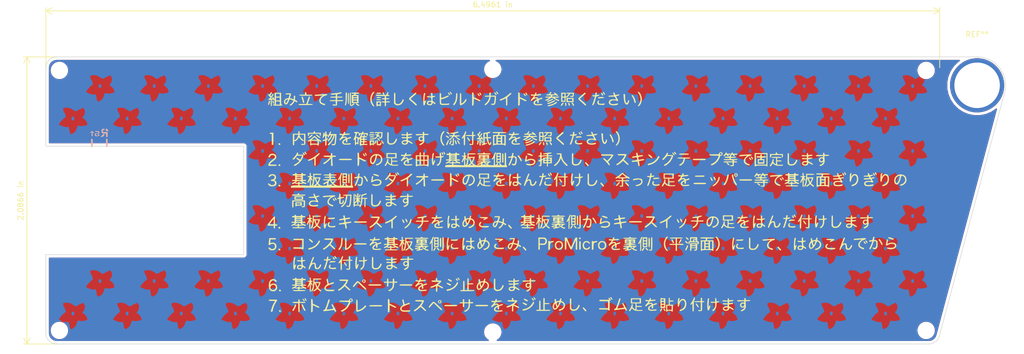
<source format=kicad_pcb>
(kicad_pcb (version 20171130) (host pcbnew "(5.1.5)-3")
  (layers (0 F.Cu signal) (31 B.Cu signal) (34 B.Paste user) (35 F.Paste user) (36 B.SilkS user) (37 F.SilkS user) (38 B.Mask user) (39 F.Mask user) (44 Edge.Cuts user))
  (net 0 "")
  (module kbd:MountingHole_8.4mm (layer F.Cu) (at 202.40625 36.75)
    (fp_text reference REF** (at 0 -9.4) (layer F.SilkS))
    (fp_text value MountingHole_8.4mm)
    (pad 1 thru_hole circle (at 0 0) (size 10 10) (drill 8.4) (layers *.Cu *.Mask))
  )
  (module logos:BuildS3 (layer F.Cu) (at 125.25 63)
    (fp_text reference G*** hide)
    (fp_text value LOGO hide)
  )
  (module logos:rst (layer B.Cu) (at 40.39 45.5 180)
    (fp_text reference G*** hide)
    (fp_text value LOGO hide)
  )
  (module kbd:HOLE_m2 (layer F.Cu) (at 193 34)
    (fp_text reference J6)
    (fp_text value Conn_01x01)
    (pad "" np_thru_hole circle (at 0 0) (size 2.2 2.2) (drill 2.2) (layers *.Cu *.Mask))
  )
  (module kbd:HOLE_m2 (layer F.Cu) (at 33 34)
    (fp_text reference J5)
    (fp_text value Conn_01x01)
    (pad "" np_thru_hole circle (at 0 0) (size 2.2 2.2) (drill 2.2) (layers *.Cu *.Mask))
  )
  (module kbd:HOLE_m2 (layer F.Cu) (at 113 33.8)
    (fp_text reference J4)
    (fp_text value Conn_01x01)
    (pad "" np_thru_hole circle (at 0 0) (size 2.2 2.2) (drill 2.2) (layers *.Cu *.Mask))
  )
  (module kbd:HOLE_m2 (layer F.Cu) (at 113 82.3)
    (fp_text reference J3)
    (fp_text value Conn_01x01)
    (pad "" np_thru_hole circle (at 0 0) (size 2.2 2.2) (drill 2.2) (layers *.Cu *.Mask))
  )
  (module kbd:HOLE_m2 (layer F.Cu) (at 33 82)
    (fp_text reference J2)
    (fp_text value Conn_01x01)
    (pad "" np_thru_hole circle (at 0 0) (size 2.2 2.2) (drill 2.2) (layers *.Cu *.Mask))
  )
  (module kbd:HOLE_m2 (layer F.Cu) (at 193 82)
    (fp_text reference J1)
    (fp_text value Conn_01x01)
    (pad "" np_thru_hole circle (at 0 0) (size 2.2 2.2) (drill 2.2) (layers *.Cu *.Mask))
  )
  (gr_line (start 207.5 37.994882) (end 195.45 82.95) (layer Edge.Cuts) (width 0.1))
  (gr_arc (start 202.40625 36.744882) (end 207.5 37.994882) (angle -103.7878529) (layer Edge.Cuts) (width 0.1))
  (dimension 53 (width 0.15) (layer F.SilkS) (gr_text "53.000 mm" (at 25.7 58 90) (layer F.SilkS) (effects (font (size 1 1) (thickness 0.15)))) (feature1 (pts (xy 32.5 31.5) (xy 26.413579 31.5))) (feature2 (pts (xy 32.5 84.5) (xy 26.413579 84.5))) (crossbar (pts (xy 27 84.5) (xy 27 31.5))) (arrow1a (pts (xy 27 31.5) (xy 27.586421 32.626504))) (arrow1b (pts (xy 27 31.5) (xy 26.413579 32.626504))) (arrow2a (pts (xy 27 84.5) (xy 27.586421 83.373496))) (arrow2b (pts (xy 27 84.5) (xy 26.413579 83.373496))))
  (dimension 165 (width 0.15) (layer F.SilkS) (gr_text "165.000 mm" (at 113 21.7) (layer F.SilkS) (effects (font (size 1 1) (thickness 0.15)))) (feature1 (pts (xy 30.5 33.5) (xy 30.5 22.413579))) (feature2 (pts (xy 195.5 33.5) (xy 195.5 22.413579))) (crossbar (pts (xy 195.5 23) (xy 30.5 23))) (arrow1a (pts (xy 30.5 23) (xy 31.626504 22.413579))) (arrow1b (pts (xy 30.5 23) (xy 31.626504 23.586421))) (arrow2a (pts (xy 195.5 23) (xy 194.373496 22.413579))) (arrow2b (pts (xy 195.5 23) (xy 194.373496 23.586421))))
  (gr_line (start 41.75 48) (end 41.75 46.75) (layer B.SilkS) (width 0.3))
  (gr_line (start 39 48) (end 39 46.75) (layer B.SilkS) (width 0.3))
  (gr_line (start 30.5 33.5) (end 30.5 48) (layer Edge.Cuts) (width 0.1))
  (gr_line (start 67 68) (end 30.5 68) (layer Edge.Cuts) (width 0.1))
  (gr_line (start 67 48) (end 67 68) (layer Edge.Cuts) (width 0.1))
  (gr_line (start 30.5 48) (end 67 48) (layer Edge.Cuts) (width 0.1))
  (gr_arc (start 32.5 82.5) (end 30.5 82.5) (angle -90) (layer Edge.Cuts) (width 0.1))
  (gr_arc (start 32.5 33.5) (end 32.5 31.5) (angle -90) (layer Edge.Cuts) (width 0.1))
  (gr_arc (start 193.5 82.5) (end 193.5 84.5) (angle -77.00538321) (layer Edge.Cuts) (width 0.1))
  (gr_line (start 193.5 84.5) (end 32.5 84.5) (layer Edge.Cuts) (width 0.1))
  (gr_line (start 30.5 68) (end 30.5 82.5) (layer Edge.Cuts) (width 0.1))
  (gr_line (start 202.40625 31.5) (end 32.5 31.5) (layer Edge.Cuts) (width 0.1))
  (segment (start 190.5 36.98) (end 190.5 36.78) (width 0.5) (layer B.Cu) (net 0))
  (segment (start 180.5 36.98) (end 180.5 36.78) (width 0.5) (layer B.Cu) (net 0))
  (segment (start 160.5 36.98) (end 160.5 36.78) (width 0.5) (layer B.Cu) (net 0))
  (segment (start 170.5 36.98) (end 170.5 36.78) (width 0.5) (layer B.Cu) (net 0))
  (segment (start 120.5 36.98) (end 120.5 36.78) (width 0.5) (layer B.Cu) (net 0))
  (segment (start 140.5 36.98) (end 140.5 36.78) (width 0.5) (layer B.Cu) (net 0))
  (segment (start 130.5 36.98) (end 130.5 36.78) (width 0.5) (layer B.Cu) (net 0))
  (segment (start 150.5 36.98) (end 150.5 36.78) (width 0.5) (layer B.Cu) (net 0))
  (segment (start 80.5 36.98) (end 80.5 36.78) (width 0.5) (layer B.Cu) (net 0))
  (segment (start 60.5 36.98) (end 60.5 36.78) (width 0.5) (layer B.Cu) (net 0))
  (segment (start 100.5 36.98) (end 100.5 36.78) (width 0.5) (layer B.Cu) (net 0))
  (segment (start 50.5 36.98) (end 50.5 36.78) (width 0.5) (layer B.Cu) (net 0))
  (segment (start 70.5 36.98) (end 70.5 36.78) (width 0.5) (layer B.Cu) (net 0))
  (segment (start 40.5 36.98) (end 40.5 36.78) (width 0.5) (layer B.Cu) (net 0))
  (segment (start 90.5 36.98) (end 90.5 36.78) (width 0.5) (layer B.Cu) (net 0))
  (segment (start 110.5 36.98) (end 110.5 36.78) (width 0.5) (layer B.Cu) (net 0))
  (segment (start 155.5 42.98) (end 155.5 42.78) (width 0.5) (layer B.Cu) (net 0))
  (segment (start 135.5 42.98) (end 135.5 42.78) (width 0.5) (layer B.Cu) (net 0))
  (segment (start 175.5 42.98) (end 175.5 42.78) (width 0.5) (layer B.Cu) (net 0))
  (segment (start 125.5 42.98) (end 125.5 42.78) (width 0.5) (layer B.Cu) (net 0))
  (segment (start 145.5 42.98) (end 145.5 42.78) (width 0.5) (layer B.Cu) (net 0))
  (segment (start 55.5 42.98) (end 55.5 42.78) (width 0.5) (layer B.Cu) (net 0))
  (segment (start 85.5 42.98) (end 85.5 42.78) (width 0.5) (layer B.Cu) (net 0))
  (segment (start 105.5 42.98) (end 105.5 42.78) (width 0.5) (layer B.Cu) (net 0))
  (segment (start 45.5 42.98) (end 45.5 42.78) (width 0.5) (layer B.Cu) (net 0))
  (segment (start 115.5 42.98) (end 115.5 42.78) (width 0.5) (layer B.Cu) (net 0))
  (segment (start 165.5 42.98) (end 165.5 42.78) (width 0.5) (layer B.Cu) (net 0))
  (segment (start 95.5 42.98) (end 95.5 42.78) (width 0.5) (layer B.Cu) (net 0))
  (segment (start 75.5 42.98) (end 75.5 42.78) (width 0.5) (layer B.Cu) (net 0))
  (segment (start 65.5 42.98) (end 65.5 42.78) (width 0.5) (layer B.Cu) (net 0))
  (segment (start 35.5 42.98) (end 35.5 42.78) (width 0.5) (layer B.Cu) (net 0))
  (segment (start 185.5 42.98) (end 185.5 42.78) (width 0.5) (layer B.Cu) (net 0))
  (segment (start 95.5 54.98) (end 95.5 54.78) (width 0.5) (layer B.Cu) (net 0))
  (segment (start 185.5 54.98) (end 185.5 54.78) (width 0.5) (layer B.Cu) (net 0))
  (segment (start 75.5 54.98) (end 75.5 54.78) (width 0.5) (layer B.Cu) (net 0))
  (segment (start 160.5 48.98) (end 160.5 48.78) (width 0.5) (layer B.Cu) (net 0))
  (segment (start 140.5 48.98) (end 140.5 48.78) (width 0.5) (layer B.Cu) (net 0))
  (segment (start 180.5 48.98) (end 180.5 48.78) (width 0.5) (layer B.Cu) (net 0))
  (segment (start 130.5 48.98) (end 130.5 48.78) (width 0.5) (layer B.Cu) (net 0))
  (segment (start 150.5 48.98) (end 150.5 48.78) (width 0.5) (layer B.Cu) (net 0))
  (segment (start 155.5 54.98) (end 155.5 54.78) (width 0.5) (layer B.Cu) (net 0))
  (segment (start 90.5 48.98) (end 90.5 48.78) (width 0.5) (layer B.Cu) (net 0))
  (segment (start 110.5 48.98) (end 110.5 48.78) (width 0.5) (layer B.Cu) (net 0))
  (segment (start 135.5 54.98) (end 135.5 54.78) (width 0.5) (layer B.Cu) (net 0))
  (segment (start 120.5 48.98) (end 120.5 48.78) (width 0.5) (layer B.Cu) (net 0))
  (segment (start 175.5 54.98) (end 175.5 54.78) (width 0.5) (layer B.Cu) (net 0))
  (segment (start 125.5 54.98) (end 125.5 54.78) (width 0.5) (layer B.Cu) (net 0))
  (segment (start 145.5 54.98) (end 145.5 54.78) (width 0.5) (layer B.Cu) (net 0))
  (segment (start 85.5 54.98) (end 85.5 54.78) (width 0.5) (layer B.Cu) (net 0))
  (segment (start 105.5 54.98) (end 105.5 54.78) (width 0.5) (layer B.Cu) (net 0))
  (segment (start 170.5 48.98) (end 170.5 48.78) (width 0.5) (layer B.Cu) (net 0))
  (segment (start 115.5 54.98) (end 115.5 54.78) (width 0.5) (layer B.Cu) (net 0))
  (segment (start 100.5 48.98) (end 100.5 48.78) (width 0.5) (layer B.Cu) (net 0))
  (segment (start 165.5 54.98) (end 165.5 54.78) (width 0.5) (layer B.Cu) (net 0))
  (segment (start 80.5 48.98) (end 80.5 48.78) (width 0.5) (layer B.Cu) (net 0))
  (segment (start 70.5 48.98) (end 70.5 48.78) (width 0.5) (layer B.Cu) (net 0))
  (segment (start 190.5 48.98) (end 190.5 48.78) (width 0.5) (layer B.Cu) (net 0))
  (segment (start 95.5 66.98) (end 95.5 66.78) (width 0.5) (layer B.Cu) (net 0))
  (segment (start 185.5 66.98) (end 185.5 66.78) (width 0.5) (layer B.Cu) (net 0))
  (segment (start 75.5 66.98) (end 75.5 66.78) (width 0.5) (layer B.Cu) (net 0))
  (segment (start 160.5 60.98) (end 160.5 60.78) (width 0.5) (layer B.Cu) (net 0))
  (segment (start 140.5 60.98) (end 140.5 60.78) (width 0.5) (layer B.Cu) (net 0))
  (segment (start 180.5 60.98) (end 180.5 60.78) (width 0.5) (layer B.Cu) (net 0))
  (segment (start 130.5 60.98) (end 130.5 60.78) (width 0.5) (layer B.Cu) (net 0))
  (segment (start 150.5 60.98) (end 150.5 60.78) (width 0.5) (layer B.Cu) (net 0))
  (segment (start 155.5 66.98) (end 155.5 66.78) (width 0.5) (layer B.Cu) (net 0))
  (segment (start 90.5 60.98) (end 90.5 60.78) (width 0.5) (layer B.Cu) (net 0))
  (segment (start 110.5 60.98) (end 110.5 60.78) (width 0.5) (layer B.Cu) (net 0))
  (segment (start 135.5 66.98) (end 135.5 66.78) (width 0.5) (layer B.Cu) (net 0))
  (segment (start 120.5 60.98) (end 120.5 60.78) (width 0.5) (layer B.Cu) (net 0))
  (segment (start 175.5 66.98) (end 175.5 66.78) (width 0.5) (layer B.Cu) (net 0))
  (segment (start 125.5 66.98) (end 125.5 66.78) (width 0.5) (layer B.Cu) (net 0))
  (segment (start 145.5 66.98) (end 145.5 66.78) (width 0.5) (layer B.Cu) (net 0))
  (segment (start 85.5 66.98) (end 85.5 66.78) (width 0.5) (layer B.Cu) (net 0))
  (segment (start 105.5 66.98) (end 105.5 66.78) (width 0.5) (layer B.Cu) (net 0))
  (segment (start 170.5 60.98) (end 170.5 60.78) (width 0.5) (layer B.Cu) (net 0))
  (segment (start 115.5 66.98) (end 115.5 66.78) (width 0.5) (layer B.Cu) (net 0))
  (segment (start 100.5 60.98) (end 100.5 60.78) (width 0.5) (layer B.Cu) (net 0))
  (segment (start 165.5 66.98) (end 165.5 66.78) (width 0.5) (layer B.Cu) (net 0))
  (segment (start 80.5 60.98) (end 80.5 60.78) (width 0.5) (layer B.Cu) (net 0))
  (segment (start 70.5 60.98) (end 70.5 60.78) (width 0.5) (layer B.Cu) (net 0))
  (segment (start 190.5 60.98) (end 190.5 60.78) (width 0.5) (layer B.Cu) (net 0))
  (segment (start 60.5 72.98) (end 60.5 72.78) (width 0.5) (layer B.Cu) (net 0))
  (segment (start 185.5 78.98) (end 185.5 78.78) (width 0.5) (layer B.Cu) (net 0))
  (segment (start 160.5 72.98) (end 160.5 72.78) (width 0.5) (layer B.Cu) (net 0))
  (segment (start 170.5 72.98) (end 170.5 72.78) (width 0.5) (layer B.Cu) (net 0))
  (segment (start 55.5 78.98) (end 55.5 78.78) (width 0.5) (layer B.Cu) (net 0))
  (segment (start 190.5 72.98) (end 190.5 72.78) (width 0.5) (layer B.Cu) (net 0))
  (segment (start 130.5 72.98) (end 130.5 72.78) (width 0.5) (layer B.Cu) (net 0))
  (segment (start 70.5 72.98) (end 70.5 72.78) (width 0.5) (layer B.Cu) (net 0))
  (segment (start 85.5 78.98) (end 85.5 78.78) (width 0.5) (layer B.Cu) (net 0))
  (segment (start 115.5 78.98) (end 115.5 78.78) (width 0.5) (layer B.Cu) (net 0))
  (segment (start 165.5 78.98) (end 165.5 78.78) (width 0.5) (layer B.Cu) (net 0))
  (segment (start 75.5 78.98) (end 75.5 78.78) (width 0.5) (layer B.Cu) (net 0))
  (segment (start 135.5 78.98) (end 135.5 78.78) (width 0.5) (layer B.Cu) (net 0))
  (segment (start 105.5 78.98) (end 105.5 78.78) (width 0.5) (layer B.Cu) (net 0))
  (segment (start 120.5 72.98) (end 120.5 72.78) (width 0.5) (layer B.Cu) (net 0))
  (segment (start 100.5 72.98) (end 100.5 72.78) (width 0.5) (layer B.Cu) (net 0))
  (segment (start 35.5 78.98) (end 35.5 78.78) (width 0.5) (layer B.Cu) (net 0))
  (segment (start 80.5 72.98) (end 80.5 72.78) (width 0.5) (layer B.Cu) (net 0))
  (segment (start 50.5 72.98) (end 50.5 72.78) (width 0.5) (layer B.Cu) (net 0))
  (segment (start 45.5 78.98) (end 45.5 78.78) (width 0.5) (layer B.Cu) (net 0))
  (segment (start 125.5 78.98) (end 125.5 78.78) (width 0.5) (layer B.Cu) (net 0))
  (segment (start 155.5 78.98) (end 155.5 78.78) (width 0.5) (layer B.Cu) (net 0))
  (segment (start 90.5 72.98) (end 90.5 72.78) (width 0.5) (layer B.Cu) (net 0))
  (segment (start 65.5 78.98) (end 65.5 78.78) (width 0.5) (layer B.Cu) (net 0))
  (segment (start 95.5 78.98) (end 95.5 78.78) (width 0.5) (layer B.Cu) (net 0))
  (segment (start 140.5 72.98) (end 140.5 72.78) (width 0.5) (layer B.Cu) (net 0))
  (segment (start 180.5 72.98) (end 180.5 72.78) (width 0.5) (layer B.Cu) (net 0))
  (segment (start 175.5 78.98) (end 175.5 78.78) (width 0.5) (layer B.Cu) (net 0))
  (segment (start 40.5 72.98) (end 40.5 72.78) (width 0.5) (layer B.Cu) (net 0))
  (segment (start 145.5 78.98) (end 145.5 78.78) (width 0.5) (layer B.Cu) (net 0))
  (segment (start 150.5 72.98) (end 150.5 72.78) (width 0.5) (layer B.Cu) (net 0))
  (segment (start 110.5 72.98) (end 110.5 72.78) (width 0.5) (layer B.Cu) (net 0))
  (zone (net 0) (net_name "") (layer F.Cu) (connect_pads (clearance 0.508)) (min_thickness 0.254) (fill yes (arc_segments 32) (thermal_gap 0.508) (thermal_bridge_width 0.508))
    (polygon (pts (xy 210 86) (xy 30 86) (xy 30 30) (xy 210 30)))
  )
  (zone (net 0) (net_name "") (layer B.Cu) (connect_pads (clearance 0.508)) (min_thickness 0.254) (fill yes (arc_segments 32) (thermal_gap 0.508) (thermal_bridge_width 0.508))
    (polygon (pts (xy 210 86) (xy 30 86) (xy 30 30) (xy 210 30)))
  )
  (zone (net 0) (net_name "") (layer B.Cu) (connect_pads (clearance 0.508)) (min_thickness 0.254)
    (keepout (tracks allowed) (vias allowed) (copperpour not_allowed))
    (fill (arc_segments 32) (thermal_gap 0.508) (thermal_bridge_width 0.508))
    (polygon (pts (xy 190 34.98) (xy 190.2 35.08) (xy 190.5 35.28) (xy 190.7 35.38) (xy 190.8 35.48) (xy 190.9 35.58) (xy 191.2 35.48) (xy 191.4 35.38) (xy 191.7 35.18) (xy 192 35.08) (xy 192.2 34.98) (xy 192.4 34.88) (xy 192.5 35.08) (xy 192.7 35.38) (xy 192.7 35.78) (xy 192.6 36.18) (xy 192.4 36.48) (xy 192.2 36.68) (xy 192.3 36.78) (xy 192.6 36.98) (xy 192.9 37.28) (xy 193.1 37.68) (xy 193.2 37.98) (xy 192.8 38.18) (xy 192.1 38.28) (xy 191.4 38.18) (xy 191.3 38.38) (xy 191.1 38.98) (xy 191 39.18) (xy 190.7 39.48) (xy 190.4 39.68) (xy 190.2 39.78) (xy 189.9 39.48) (xy 189.9 39.18) (xy 189.8 38.78) (xy 189.7 38.38) (xy 189.3 38.48) (xy 188.8 38.38) (xy 188.3 38.18) (xy 187.9 37.98) (xy 188 37.78) (xy 188.4 37.28) (xy 188.8 36.88) (xy 189.2 36.58) (xy 189.1 36.18) (xy 189 35.88) (xy 188.8 35.58) (xy 188.7 35.28) (xy 188.7 34.98) (xy 189.1 34.88) (xy 189.5 34.88)))
  )
  (zone (net 0) (net_name "") (layer B.Cu) (connect_pads (clearance 0.508)) (min_thickness 0.254)
    (keepout (tracks allowed) (vias allowed) (copperpour not_allowed))
    (fill (arc_segments 32) (thermal_gap 0.508) (thermal_bridge_width 0.508))
    (polygon (pts (xy 180 34.98) (xy 180.2 35.08) (xy 180.5 35.28) (xy 180.7 35.38) (xy 180.8 35.48) (xy 180.9 35.58) (xy 181.2 35.48) (xy 181.4 35.38) (xy 181.7 35.18) (xy 182 35.08) (xy 182.2 34.98) (xy 182.4 34.88) (xy 182.5 35.08) (xy 182.7 35.38) (xy 182.7 35.78) (xy 182.6 36.18) (xy 182.4 36.48) (xy 182.2 36.68) (xy 182.3 36.78) (xy 182.6 36.98) (xy 182.9 37.28) (xy 183.1 37.68) (xy 183.2 37.98) (xy 182.8 38.18) (xy 182.1 38.28) (xy 181.4 38.18) (xy 181.3 38.38) (xy 181.1 38.98) (xy 181 39.18) (xy 180.7 39.48) (xy 180.4 39.68) (xy 180.2 39.78) (xy 179.9 39.48) (xy 179.9 39.18) (xy 179.8 38.78) (xy 179.7 38.38) (xy 179.3 38.48) (xy 178.8 38.38) (xy 178.3 38.18) (xy 177.9 37.98) (xy 178 37.78) (xy 178.4 37.28) (xy 178.8 36.88) (xy 179.2 36.58) (xy 179.1 36.18) (xy 179 35.88) (xy 178.8 35.58) (xy 178.7 35.28) (xy 178.7 34.98) (xy 179.1 34.88) (xy 179.5 34.88)))
  )
  (zone (net 0) (net_name "") (layer B.Cu) (connect_pads (clearance 0.508)) (min_thickness 0.254)
    (keepout (tracks allowed) (vias allowed) (copperpour not_allowed))
    (fill (arc_segments 32) (thermal_gap 0.508) (thermal_bridge_width 0.508))
    (polygon (pts (xy 170 34.98) (xy 170.2 35.08) (xy 170.5 35.28) (xy 170.7 35.38) (xy 170.8 35.48) (xy 170.9 35.58) (xy 171.2 35.48) (xy 171.4 35.38) (xy 171.7 35.18) (xy 172 35.08) (xy 172.2 34.98) (xy 172.4 34.88) (xy 172.5 35.08) (xy 172.7 35.38) (xy 172.7 35.78) (xy 172.6 36.18) (xy 172.4 36.48) (xy 172.2 36.68) (xy 172.3 36.78) (xy 172.6 36.98) (xy 172.9 37.28) (xy 173.1 37.68) (xy 173.2 37.98) (xy 172.8 38.18) (xy 172.1 38.28) (xy 171.4 38.18) (xy 171.3 38.38) (xy 171.1 38.98) (xy 171 39.18) (xy 170.7 39.48) (xy 170.4 39.68) (xy 170.2 39.78) (xy 169.9 39.48) (xy 169.9 39.18) (xy 169.8 38.78) (xy 169.7 38.38) (xy 169.3 38.48) (xy 168.8 38.38) (xy 168.3 38.18) (xy 167.9 37.98) (xy 168 37.78) (xy 168.4 37.28) (xy 168.8 36.88) (xy 169.2 36.58) (xy 169.1 36.18) (xy 169 35.88) (xy 168.8 35.58) (xy 168.7 35.28) (xy 168.7 34.98) (xy 169.1 34.88) (xy 169.5 34.88)))
  )
  (zone (net 0) (net_name "") (layer B.Cu) (connect_pads (clearance 0.508)) (min_thickness 0.254)
    (keepout (tracks allowed) (vias allowed) (copperpour not_allowed))
    (fill (arc_segments 32) (thermal_gap 0.508) (thermal_bridge_width 0.508))
    (polygon (pts (xy 160 34.98) (xy 160.2 35.08) (xy 160.5 35.28) (xy 160.7 35.38) (xy 160.8 35.48) (xy 160.9 35.58) (xy 161.2 35.48) (xy 161.4 35.38) (xy 161.7 35.18) (xy 162 35.08) (xy 162.2 34.98) (xy 162.4 34.88) (xy 162.5 35.08) (xy 162.7 35.38) (xy 162.7 35.78) (xy 162.6 36.18) (xy 162.4 36.48) (xy 162.2 36.68) (xy 162.3 36.78) (xy 162.6 36.98) (xy 162.9 37.28) (xy 163.1 37.68) (xy 163.2 37.98) (xy 162.8 38.18) (xy 162.1 38.28) (xy 161.4 38.18) (xy 161.3 38.38) (xy 161.1 38.98) (xy 161 39.18) (xy 160.7 39.48) (xy 160.4 39.68) (xy 160.2 39.78) (xy 159.9 39.48) (xy 159.9 39.18) (xy 159.8 38.78) (xy 159.7 38.38) (xy 159.3 38.48) (xy 158.8 38.38) (xy 158.3 38.18) (xy 157.9 37.98) (xy 158 37.78) (xy 158.4 37.28) (xy 158.8 36.88) (xy 159.2 36.58) (xy 159.1 36.18) (xy 159 35.88) (xy 158.8 35.58) (xy 158.7 35.28) (xy 158.7 34.98) (xy 159.1 34.88) (xy 159.5 34.88)))
  )
  (zone (net 0) (net_name "") (layer B.Cu) (connect_pads (clearance 0.508)) (min_thickness 0.254)
    (keepout (tracks allowed) (vias allowed) (copperpour not_allowed))
    (fill (arc_segments 32) (thermal_gap 0.508) (thermal_bridge_width 0.508))
    (polygon (pts (xy 150 34.98) (xy 150.2 35.08) (xy 150.5 35.28) (xy 150.7 35.38) (xy 150.8 35.48) (xy 150.9 35.58) (xy 151.2 35.48) (xy 151.4 35.38) (xy 151.7 35.18) (xy 152 35.08) (xy 152.2 34.98) (xy 152.4 34.88) (xy 152.5 35.08) (xy 152.7 35.38) (xy 152.7 35.78) (xy 152.6 36.18) (xy 152.4 36.48) (xy 152.2 36.68) (xy 152.3 36.78) (xy 152.6 36.98) (xy 152.9 37.28) (xy 153.1 37.68) (xy 153.2 37.98) (xy 152.8 38.18) (xy 152.1 38.28) (xy 151.4 38.18) (xy 151.3 38.38) (xy 151.1 38.98) (xy 151 39.18) (xy 150.7 39.48) (xy 150.4 39.68) (xy 150.2 39.78) (xy 149.9 39.48) (xy 149.9 39.18) (xy 149.8 38.78) (xy 149.7 38.38) (xy 149.3 38.48) (xy 148.8 38.38) (xy 148.3 38.18) (xy 147.9 37.98) (xy 148 37.78) (xy 148.4 37.28) (xy 148.8 36.88) (xy 149.2 36.58) (xy 149.1 36.18) (xy 149 35.88) (xy 148.8 35.58) (xy 148.7 35.28) (xy 148.7 34.98) (xy 149.1 34.88) (xy 149.5 34.88)))
  )
  (zone (net 0) (net_name "") (layer B.Cu) (connect_pads (clearance 0.508)) (min_thickness 0.254)
    (keepout (tracks allowed) (vias allowed) (copperpour not_allowed))
    (fill (arc_segments 32) (thermal_gap 0.508) (thermal_bridge_width 0.508))
    (polygon (pts (xy 130 34.98) (xy 130.2 35.08) (xy 130.5 35.28) (xy 130.7 35.38) (xy 130.8 35.48) (xy 130.9 35.58) (xy 131.2 35.48) (xy 131.4 35.38) (xy 131.7 35.18) (xy 132 35.08) (xy 132.2 34.98) (xy 132.4 34.88) (xy 132.5 35.08) (xy 132.7 35.38) (xy 132.7 35.78) (xy 132.6 36.18) (xy 132.4 36.48) (xy 132.2 36.68) (xy 132.3 36.78) (xy 132.6 36.98) (xy 132.9 37.28) (xy 133.1 37.68) (xy 133.2 37.98) (xy 132.8 38.18) (xy 132.1 38.28) (xy 131.4 38.18) (xy 131.3 38.38) (xy 131.1 38.98) (xy 131 39.18) (xy 130.7 39.48) (xy 130.4 39.68) (xy 130.2 39.78) (xy 129.9 39.48) (xy 129.9 39.18) (xy 129.8 38.78) (xy 129.7 38.38) (xy 129.3 38.48) (xy 128.8 38.38) (xy 128.3 38.18) (xy 127.9 37.98) (xy 128 37.78) (xy 128.4 37.28) (xy 128.8 36.88) (xy 129.2 36.58) (xy 129.1 36.18) (xy 129 35.88) (xy 128.8 35.58) (xy 128.7 35.28) (xy 128.7 34.98) (xy 129.1 34.88) (xy 129.5 34.88)))
  )
  (zone (net 0) (net_name "") (layer B.Cu) (connect_pads (clearance 0.508)) (min_thickness 0.254)
    (keepout (tracks allowed) (vias allowed) (copperpour not_allowed))
    (fill (arc_segments 32) (thermal_gap 0.508) (thermal_bridge_width 0.508))
    (polygon (pts (xy 140 34.98) (xy 140.2 35.08) (xy 140.5 35.28) (xy 140.7 35.38) (xy 140.8 35.48) (xy 140.9 35.58) (xy 141.2 35.48) (xy 141.4 35.38) (xy 141.7 35.18) (xy 142 35.08) (xy 142.2 34.98) (xy 142.4 34.88) (xy 142.5 35.08) (xy 142.7 35.38) (xy 142.7 35.78) (xy 142.6 36.18) (xy 142.4 36.48) (xy 142.2 36.68) (xy 142.3 36.78) (xy 142.6 36.98) (xy 142.9 37.28) (xy 143.1 37.68) (xy 143.2 37.98) (xy 142.8 38.18) (xy 142.1 38.28) (xy 141.4 38.18) (xy 141.3 38.38) (xy 141.1 38.98) (xy 141 39.18) (xy 140.7 39.48) (xy 140.4 39.68) (xy 140.2 39.78) (xy 139.9 39.48) (xy 139.9 39.18) (xy 139.8 38.78) (xy 139.7 38.38) (xy 139.3 38.48) (xy 138.8 38.38) (xy 138.3 38.18) (xy 137.9 37.98) (xy 138 37.78) (xy 138.4 37.28) (xy 138.8 36.88) (xy 139.2 36.58) (xy 139.1 36.18) (xy 139 35.88) (xy 138.8 35.58) (xy 138.7 35.28) (xy 138.7 34.98) (xy 139.1 34.88) (xy 139.5 34.88)))
  )
  (zone (net 0) (net_name "") (layer B.Cu) (connect_pads (clearance 0.508)) (min_thickness 0.254)
    (keepout (tracks allowed) (vias allowed) (copperpour not_allowed))
    (fill (arc_segments 32) (thermal_gap 0.508) (thermal_bridge_width 0.508))
    (polygon (pts (xy 120 34.98) (xy 120.2 35.08) (xy 120.5 35.28) (xy 120.7 35.38) (xy 120.8 35.48) (xy 120.9 35.58) (xy 121.2 35.48) (xy 121.4 35.38) (xy 121.7 35.18) (xy 122 35.08) (xy 122.2 34.98) (xy 122.4 34.88) (xy 122.5 35.08) (xy 122.7 35.38) (xy 122.7 35.78) (xy 122.6 36.18) (xy 122.4 36.48) (xy 122.2 36.68) (xy 122.3 36.78) (xy 122.6 36.98) (xy 122.9 37.28) (xy 123.1 37.68) (xy 123.2 37.98) (xy 122.8 38.18) (xy 122.1 38.28) (xy 121.4 38.18) (xy 121.3 38.38) (xy 121.1 38.98) (xy 121 39.18) (xy 120.7 39.48) (xy 120.4 39.68) (xy 120.2 39.78) (xy 119.9 39.48) (xy 119.9 39.18) (xy 119.8 38.78) (xy 119.7 38.38) (xy 119.3 38.48) (xy 118.8 38.38) (xy 118.3 38.18) (xy 117.9 37.98) (xy 118 37.78) (xy 118.4 37.28) (xy 118.8 36.88) (xy 119.2 36.58) (xy 119.1 36.18) (xy 119 35.88) (xy 118.8 35.58) (xy 118.7 35.28) (xy 118.7 34.98) (xy 119.1 34.88) (xy 119.5 34.88)))
  )
  (zone (net 0) (net_name "") (layer B.Cu) (connect_pads (clearance 0.508)) (min_thickness 0.254)
    (keepout (tracks allowed) (vias allowed) (copperpour not_allowed))
    (fill (arc_segments 32) (thermal_gap 0.508) (thermal_bridge_width 0.508))
    (polygon (pts (xy 110 34.98) (xy 110.2 35.08) (xy 110.5 35.28) (xy 110.7 35.38) (xy 110.8 35.48) (xy 110.9 35.58) (xy 111.2 35.48) (xy 111.4 35.38) (xy 111.7 35.18) (xy 112 35.08) (xy 112.2 34.98) (xy 112.4 34.88) (xy 112.5 35.08) (xy 112.7 35.38) (xy 112.7 35.78) (xy 112.6 36.18) (xy 112.4 36.48) (xy 112.2 36.68) (xy 112.3 36.78) (xy 112.6 36.98) (xy 112.9 37.28) (xy 113.1 37.68) (xy 113.2 37.98) (xy 112.8 38.18) (xy 112.1 38.28) (xy 111.4 38.18) (xy 111.3 38.38) (xy 111.1 38.98) (xy 111 39.18) (xy 110.7 39.48) (xy 110.4 39.68) (xy 110.2 39.78) (xy 109.9 39.48) (xy 109.9 39.18) (xy 109.8 38.78) (xy 109.7 38.38) (xy 109.3 38.48) (xy 108.8 38.38) (xy 108.3 38.18) (xy 107.9 37.98) (xy 108 37.78) (xy 108.4 37.28) (xy 108.8 36.88) (xy 109.2 36.58) (xy 109.1 36.18) (xy 109 35.88) (xy 108.8 35.58) (xy 108.7 35.28) (xy 108.7 34.98) (xy 109.1 34.88) (xy 109.5 34.88)))
  )
  (zone (net 0) (net_name "") (layer B.Cu) (connect_pads (clearance 0.508)) (min_thickness 0.254)
    (keepout (tracks allowed) (vias allowed) (copperpour not_allowed))
    (fill (arc_segments 32) (thermal_gap 0.508) (thermal_bridge_width 0.508))
    (polygon (pts (xy 40 34.98) (xy 40.2 35.08) (xy 40.5 35.28) (xy 40.7 35.38) (xy 40.8 35.48) (xy 40.9 35.58) (xy 41.2 35.48) (xy 41.4 35.38) (xy 41.7 35.18) (xy 42 35.08) (xy 42.2 34.98) (xy 42.4 34.88) (xy 42.5 35.08) (xy 42.7 35.38) (xy 42.7 35.78) (xy 42.6 36.18) (xy 42.4 36.48) (xy 42.2 36.68) (xy 42.3 36.78) (xy 42.6 36.98) (xy 42.9 37.28) (xy 43.1 37.68) (xy 43.2 37.98) (xy 42.8 38.18) (xy 42.1 38.28) (xy 41.4 38.18) (xy 41.3 38.38) (xy 41.1 38.98) (xy 41 39.18) (xy 40.7 39.48) (xy 40.4 39.68) (xy 40.2 39.78) (xy 39.9 39.48) (xy 39.9 39.18) (xy 39.8 38.78) (xy 39.7 38.38) (xy 39.3 38.48) (xy 38.8 38.38) (xy 38.3 38.18) (xy 37.9 37.98) (xy 38 37.78) (xy 38.4 37.28) (xy 38.8 36.88) (xy 39.2 36.58) (xy 39.1 36.18) (xy 39 35.88) (xy 38.8 35.58) (xy 38.7 35.28) (xy 38.7 34.98) (xy 39.1 34.88) (xy 39.5 34.88)))
  )
  (zone (net 0) (net_name "") (layer B.Cu) (connect_pads (clearance 0.508)) (min_thickness 0.254)
    (keepout (tracks allowed) (vias allowed) (copperpour not_allowed))
    (fill (arc_segments 32) (thermal_gap 0.508) (thermal_bridge_width 0.508))
    (polygon (pts (xy 60 34.98) (xy 60.2 35.08) (xy 60.5 35.28) (xy 60.7 35.38) (xy 60.8 35.48) (xy 60.9 35.58) (xy 61.2 35.48) (xy 61.4 35.38) (xy 61.7 35.18) (xy 62 35.08) (xy 62.2 34.98) (xy 62.4 34.88) (xy 62.5 35.08) (xy 62.7 35.38) (xy 62.7 35.78) (xy 62.6 36.18) (xy 62.4 36.48) (xy 62.2 36.68) (xy 62.3 36.78) (xy 62.6 36.98) (xy 62.9 37.28) (xy 63.1 37.68) (xy 63.2 37.98) (xy 62.8 38.18) (xy 62.1 38.28) (xy 61.4 38.18) (xy 61.3 38.38) (xy 61.1 38.98) (xy 61 39.18) (xy 60.7 39.48) (xy 60.4 39.68) (xy 60.2 39.78) (xy 59.9 39.48) (xy 59.9 39.18) (xy 59.8 38.78) (xy 59.7 38.38) (xy 59.3 38.48) (xy 58.8 38.38) (xy 58.3 38.18) (xy 57.9 37.98) (xy 58 37.78) (xy 58.4 37.28) (xy 58.8 36.88) (xy 59.2 36.58) (xy 59.1 36.18) (xy 59 35.88) (xy 58.8 35.58) (xy 58.7 35.28) (xy 58.7 34.98) (xy 59.1 34.88) (xy 59.5 34.88)))
  )
  (zone (net 0) (net_name "") (layer B.Cu) (connect_pads (clearance 0.508)) (min_thickness 0.254)
    (keepout (tracks allowed) (vias allowed) (copperpour not_allowed))
    (fill (arc_segments 32) (thermal_gap 0.508) (thermal_bridge_width 0.508))
    (polygon (pts (xy 90 34.98) (xy 90.2 35.08) (xy 90.5 35.28) (xy 90.7 35.38) (xy 90.8 35.48) (xy 90.9 35.58) (xy 91.2 35.48) (xy 91.4 35.38) (xy 91.7 35.18) (xy 92 35.08) (xy 92.2 34.98) (xy 92.4 34.88) (xy 92.5 35.08) (xy 92.7 35.38) (xy 92.7 35.78) (xy 92.6 36.18) (xy 92.4 36.48) (xy 92.2 36.68) (xy 92.3 36.78) (xy 92.6 36.98) (xy 92.9 37.28) (xy 93.1 37.68) (xy 93.2 37.98) (xy 92.8 38.18) (xy 92.1 38.28) (xy 91.4 38.18) (xy 91.3 38.38) (xy 91.1 38.98) (xy 91 39.18) (xy 90.7 39.48) (xy 90.4 39.68) (xy 90.2 39.78) (xy 89.9 39.48) (xy 89.9 39.18) (xy 89.8 38.78) (xy 89.7 38.38) (xy 89.3 38.48) (xy 88.8 38.38) (xy 88.3 38.18) (xy 87.9 37.98) (xy 88 37.78) (xy 88.4 37.28) (xy 88.8 36.88) (xy 89.2 36.58) (xy 89.1 36.18) (xy 89 35.88) (xy 88.8 35.58) (xy 88.7 35.28) (xy 88.7 34.98) (xy 89.1 34.88) (xy 89.5 34.88)))
  )
  (zone (net 0) (net_name "") (layer B.Cu) (connect_pads (clearance 0.508)) (min_thickness 0.254)
    (keepout (tracks allowed) (vias allowed) (copperpour not_allowed))
    (fill (arc_segments 32) (thermal_gap 0.508) (thermal_bridge_width 0.508))
    (polygon (pts (xy 50 34.98) (xy 50.2 35.08) (xy 50.5 35.28) (xy 50.7 35.38) (xy 50.8 35.48) (xy 50.9 35.58) (xy 51.2 35.48) (xy 51.4 35.38) (xy 51.7 35.18) (xy 52 35.08) (xy 52.2 34.98) (xy 52.4 34.88) (xy 52.5 35.08) (xy 52.7 35.38) (xy 52.7 35.78) (xy 52.6 36.18) (xy 52.4 36.48) (xy 52.2 36.68) (xy 52.3 36.78) (xy 52.6 36.98) (xy 52.9 37.28) (xy 53.1 37.68) (xy 53.2 37.98) (xy 52.8 38.18) (xy 52.1 38.28) (xy 51.4 38.18) (xy 51.3 38.38) (xy 51.1 38.98) (xy 51 39.18) (xy 50.7 39.48) (xy 50.4 39.68) (xy 50.2 39.78) (xy 49.9 39.48) (xy 49.9 39.18) (xy 49.8 38.78) (xy 49.7 38.38) (xy 49.3 38.48) (xy 48.8 38.38) (xy 48.3 38.18) (xy 47.9 37.98) (xy 48 37.78) (xy 48.4 37.28) (xy 48.8 36.88) (xy 49.2 36.58) (xy 49.1 36.18) (xy 49 35.88) (xy 48.8 35.58) (xy 48.7 35.28) (xy 48.7 34.98) (xy 49.1 34.88) (xy 49.5 34.88)))
  )
  (zone (net 0) (net_name "") (layer B.Cu) (connect_pads (clearance 0.508)) (min_thickness 0.254)
    (keepout (tracks allowed) (vias allowed) (copperpour not_allowed))
    (fill (arc_segments 32) (thermal_gap 0.508) (thermal_bridge_width 0.508))
    (polygon (pts (xy 70 34.98) (xy 70.2 35.08) (xy 70.5 35.28) (xy 70.7 35.38) (xy 70.8 35.48) (xy 70.9 35.58) (xy 71.2 35.48) (xy 71.4 35.38) (xy 71.7 35.18) (xy 72 35.08) (xy 72.2 34.98) (xy 72.4 34.88) (xy 72.5 35.08) (xy 72.7 35.38) (xy 72.7 35.78) (xy 72.6 36.18) (xy 72.4 36.48) (xy 72.2 36.68) (xy 72.3 36.78) (xy 72.6 36.98) (xy 72.9 37.28) (xy 73.1 37.68) (xy 73.2 37.98) (xy 72.8 38.18) (xy 72.1 38.28) (xy 71.4 38.18) (xy 71.3 38.38) (xy 71.1 38.98) (xy 71 39.18) (xy 70.7 39.48) (xy 70.4 39.68) (xy 70.2 39.78) (xy 69.9 39.48) (xy 69.9 39.18) (xy 69.8 38.78) (xy 69.7 38.38) (xy 69.3 38.48) (xy 68.8 38.38) (xy 68.3 38.18) (xy 67.9 37.98) (xy 68 37.78) (xy 68.4 37.28) (xy 68.8 36.88) (xy 69.2 36.58) (xy 69.1 36.18) (xy 69 35.88) (xy 68.8 35.58) (xy 68.7 35.28) (xy 68.7 34.98) (xy 69.1 34.88) (xy 69.5 34.88)))
  )
  (zone (net 0) (net_name "") (layer B.Cu) (connect_pads (clearance 0.508)) (min_thickness 0.254)
    (keepout (tracks allowed) (vias allowed) (copperpour not_allowed))
    (fill (arc_segments 32) (thermal_gap 0.508) (thermal_bridge_width 0.508))
    (polygon (pts (xy 100 34.98) (xy 100.2 35.08) (xy 100.5 35.28) (xy 100.7 35.38) (xy 100.8 35.48) (xy 100.9 35.58) (xy 101.2 35.48) (xy 101.4 35.38) (xy 101.7 35.18) (xy 102 35.08) (xy 102.2 34.98) (xy 102.4 34.88) (xy 102.5 35.08) (xy 102.7 35.38) (xy 102.7 35.78) (xy 102.6 36.18) (xy 102.4 36.48) (xy 102.2 36.68) (xy 102.3 36.78) (xy 102.6 36.98) (xy 102.9 37.28) (xy 103.1 37.68) (xy 103.2 37.98) (xy 102.8 38.18) (xy 102.1 38.28) (xy 101.4 38.18) (xy 101.3 38.38) (xy 101.1 38.98) (xy 101 39.18) (xy 100.7 39.48) (xy 100.4 39.68) (xy 100.2 39.78) (xy 99.9 39.48) (xy 99.9 39.18) (xy 99.8 38.78) (xy 99.7 38.38) (xy 99.3 38.48) (xy 98.8 38.38) (xy 98.3 38.18) (xy 97.9 37.98) (xy 98 37.78) (xy 98.4 37.28) (xy 98.8 36.88) (xy 99.2 36.58) (xy 99.1 36.18) (xy 99 35.88) (xy 98.8 35.58) (xy 98.7 35.28) (xy 98.7 34.98) (xy 99.1 34.88) (xy 99.5 34.88)))
  )
  (zone (net 0) (net_name "") (layer B.Cu) (connect_pads (clearance 0.508)) (min_thickness 0.254)
    (keepout (tracks allowed) (vias allowed) (copperpour not_allowed))
    (fill (arc_segments 32) (thermal_gap 0.508) (thermal_bridge_width 0.508))
    (polygon (pts (xy 80 34.98) (xy 80.2 35.08) (xy 80.5 35.28) (xy 80.7 35.38) (xy 80.8 35.48) (xy 80.9 35.58) (xy 81.2 35.48) (xy 81.4 35.38) (xy 81.7 35.18) (xy 82 35.08) (xy 82.2 34.98) (xy 82.4 34.88) (xy 82.5 35.08) (xy 82.7 35.38) (xy 82.7 35.78) (xy 82.6 36.18) (xy 82.4 36.48) (xy 82.2 36.68) (xy 82.3 36.78) (xy 82.6 36.98) (xy 82.9 37.28) (xy 83.1 37.68) (xy 83.2 37.98) (xy 82.8 38.18) (xy 82.1 38.28) (xy 81.4 38.18) (xy 81.3 38.38) (xy 81.1 38.98) (xy 81 39.18) (xy 80.7 39.48) (xy 80.4 39.68) (xy 80.2 39.78) (xy 79.9 39.48) (xy 79.9 39.18) (xy 79.8 38.78) (xy 79.7 38.38) (xy 79.3 38.48) (xy 78.8 38.38) (xy 78.3 38.18) (xy 77.9 37.98) (xy 78 37.78) (xy 78.4 37.28) (xy 78.8 36.88) (xy 79.2 36.58) (xy 79.1 36.18) (xy 79 35.88) (xy 78.8 35.58) (xy 78.7 35.28) (xy 78.7 34.98) (xy 79.1 34.88) (xy 79.5 34.88)))
  )
  (zone (net 0) (net_name "") (layer B.Cu) (connect_pads (clearance 0.508)) (min_thickness 0.254)
    (keepout (tracks allowed) (vias allowed) (copperpour not_allowed))
    (fill (arc_segments 32) (thermal_gap 0.508) (thermal_bridge_width 0.508))
    (polygon (pts (xy 55 40.98) (xy 55.2 41.08) (xy 55.5 41.28) (xy 55.7 41.38) (xy 55.8 41.48) (xy 55.9 41.58) (xy 56.2 41.48) (xy 56.4 41.38) (xy 56.7 41.18) (xy 57 41.08) (xy 57.2 40.98) (xy 57.4 40.88) (xy 57.5 41.08) (xy 57.7 41.38) (xy 57.7 41.78) (xy 57.6 42.18) (xy 57.4 42.48) (xy 57.2 42.68) (xy 57.3 42.78) (xy 57.6 42.98) (xy 57.9 43.28) (xy 58.1 43.68) (xy 58.2 43.98) (xy 57.8 44.18) (xy 57.1 44.28) (xy 56.4 44.18) (xy 56.3 44.38) (xy 56.1 44.98) (xy 56 45.18) (xy 55.7 45.48) (xy 55.4 45.68) (xy 55.2 45.78) (xy 54.9 45.48) (xy 54.9 45.18) (xy 54.8 44.78) (xy 54.7 44.38) (xy 54.3 44.48) (xy 53.8 44.38) (xy 53.3 44.18) (xy 52.9 43.98) (xy 53 43.78) (xy 53.4 43.28) (xy 53.8 42.88) (xy 54.2 42.58) (xy 54.1 42.18) (xy 54 41.88) (xy 53.8 41.58) (xy 53.7 41.28) (xy 53.7 40.98) (xy 54.1 40.88) (xy 54.5 40.88)))
  )
  (zone (net 0) (net_name "") (layer B.Cu) (connect_pads (clearance 0.508)) (min_thickness 0.254)
    (keepout (tracks allowed) (vias allowed) (copperpour not_allowed))
    (fill (arc_segments 32) (thermal_gap 0.508) (thermal_bridge_width 0.508))
    (polygon (pts (xy 185 40.98) (xy 185.2 41.08) (xy 185.5 41.28) (xy 185.7 41.38) (xy 185.8 41.48) (xy 185.9 41.58) (xy 186.2 41.48) (xy 186.4 41.38) (xy 186.7 41.18) (xy 187 41.08) (xy 187.2 40.98) (xy 187.4 40.88) (xy 187.5 41.08) (xy 187.7 41.38) (xy 187.7 41.78) (xy 187.6 42.18) (xy 187.4 42.48) (xy 187.2 42.68) (xy 187.3 42.78) (xy 187.6 42.98) (xy 187.9 43.28) (xy 188.1 43.68) (xy 188.2 43.98) (xy 187.8 44.18) (xy 187.1 44.28) (xy 186.4 44.18) (xy 186.3 44.38) (xy 186.1 44.98) (xy 186 45.18) (xy 185.7 45.48) (xy 185.4 45.68) (xy 185.2 45.78) (xy 184.9 45.48) (xy 184.9 45.18) (xy 184.8 44.78) (xy 184.7 44.38) (xy 184.3 44.48) (xy 183.8 44.38) (xy 183.3 44.18) (xy 182.9 43.98) (xy 183 43.78) (xy 183.4 43.28) (xy 183.8 42.88) (xy 184.2 42.58) (xy 184.1 42.18) (xy 184 41.88) (xy 183.8 41.58) (xy 183.7 41.28) (xy 183.7 40.98) (xy 184.1 40.88) (xy 184.5 40.88)))
  )
  (zone (net 0) (net_name "") (layer B.Cu) (connect_pads (clearance 0.508)) (min_thickness 0.254)
    (keepout (tracks allowed) (vias allowed) (copperpour not_allowed))
    (fill (arc_segments 32) (thermal_gap 0.508) (thermal_bridge_width 0.508))
    (polygon (pts (xy 75 40.98) (xy 75.2 41.08) (xy 75.5 41.28) (xy 75.7 41.38) (xy 75.8 41.48) (xy 75.9 41.58) (xy 76.2 41.48) (xy 76.4 41.38) (xy 76.7 41.18) (xy 77 41.08) (xy 77.2 40.98) (xy 77.4 40.88) (xy 77.5 41.08) (xy 77.7 41.38) (xy 77.7 41.78) (xy 77.6 42.18) (xy 77.4 42.48) (xy 77.2 42.68) (xy 77.3 42.78) (xy 77.6 42.98) (xy 77.9 43.28) (xy 78.1 43.68) (xy 78.2 43.98) (xy 77.8 44.18) (xy 77.1 44.28) (xy 76.4 44.18) (xy 76.3 44.38) (xy 76.1 44.98) (xy 76 45.18) (xy 75.7 45.48) (xy 75.4 45.68) (xy 75.2 45.78) (xy 74.9 45.48) (xy 74.9 45.18) (xy 74.8 44.78) (xy 74.7 44.38) (xy 74.3 44.48) (xy 73.8 44.38) (xy 73.3 44.18) (xy 72.9 43.98) (xy 73 43.78) (xy 73.4 43.28) (xy 73.8 42.88) (xy 74.2 42.58) (xy 74.1 42.18) (xy 74 41.88) (xy 73.8 41.58) (xy 73.7 41.28) (xy 73.7 40.98) (xy 74.1 40.88) (xy 74.5 40.88)))
  )
  (zone (net 0) (net_name "") (layer B.Cu) (connect_pads (clearance 0.508)) (min_thickness 0.254)
    (keepout (tracks allowed) (vias allowed) (copperpour not_allowed))
    (fill (arc_segments 32) (thermal_gap 0.508) (thermal_bridge_width 0.508))
    (polygon (pts (xy 105 40.98) (xy 105.2 41.08) (xy 105.5 41.28) (xy 105.7 41.38) (xy 105.8 41.48) (xy 105.9 41.58) (xy 106.2 41.48) (xy 106.4 41.38) (xy 106.7 41.18) (xy 107 41.08) (xy 107.2 40.98) (xy 107.4 40.88) (xy 107.5 41.08) (xy 107.7 41.38) (xy 107.7 41.78) (xy 107.6 42.18) (xy 107.4 42.48) (xy 107.2 42.68) (xy 107.3 42.78) (xy 107.6 42.98) (xy 107.9 43.28) (xy 108.1 43.68) (xy 108.2 43.98) (xy 107.8 44.18) (xy 107.1 44.28) (xy 106.4 44.18) (xy 106.3 44.38) (xy 106.1 44.98) (xy 106 45.18) (xy 105.7 45.48) (xy 105.4 45.68) (xy 105.2 45.78) (xy 104.9 45.48) (xy 104.9 45.18) (xy 104.8 44.78) (xy 104.7 44.38) (xy 104.3 44.48) (xy 103.8 44.38) (xy 103.3 44.18) (xy 102.9 43.98) (xy 103 43.78) (xy 103.4 43.28) (xy 103.8 42.88) (xy 104.2 42.58) (xy 104.1 42.18) (xy 104 41.88) (xy 103.8 41.58) (xy 103.7 41.28) (xy 103.7 40.98) (xy 104.1 40.88) (xy 104.5 40.88)))
  )
  (zone (net 0) (net_name "") (layer B.Cu) (connect_pads (clearance 0.508)) (min_thickness 0.254)
    (keepout (tracks allowed) (vias allowed) (copperpour not_allowed))
    (fill (arc_segments 32) (thermal_gap 0.508) (thermal_bridge_width 0.508))
    (polygon (pts (xy 115 40.98) (xy 115.2 41.08) (xy 115.5 41.28) (xy 115.7 41.38) (xy 115.8 41.48) (xy 115.9 41.58) (xy 116.2 41.48) (xy 116.4 41.38) (xy 116.7 41.18) (xy 117 41.08) (xy 117.2 40.98) (xy 117.4 40.88) (xy 117.5 41.08) (xy 117.7 41.38) (xy 117.7 41.78) (xy 117.6 42.18) (xy 117.4 42.48) (xy 117.2 42.68) (xy 117.3 42.78) (xy 117.6 42.98) (xy 117.9 43.28) (xy 118.1 43.68) (xy 118.2 43.98) (xy 117.8 44.18) (xy 117.1 44.28) (xy 116.4 44.18) (xy 116.3 44.38) (xy 116.1 44.98) (xy 116 45.18) (xy 115.7 45.48) (xy 115.4 45.68) (xy 115.2 45.78) (xy 114.9 45.48) (xy 114.9 45.18) (xy 114.8 44.78) (xy 114.7 44.38) (xy 114.3 44.48) (xy 113.8 44.38) (xy 113.3 44.18) (xy 112.9 43.98) (xy 113 43.78) (xy 113.4 43.28) (xy 113.8 42.88) (xy 114.2 42.58) (xy 114.1 42.18) (xy 114 41.88) (xy 113.8 41.58) (xy 113.7 41.28) (xy 113.7 40.98) (xy 114.1 40.88) (xy 114.5 40.88)))
  )
  (zone (net 0) (net_name "") (layer B.Cu) (connect_pads (clearance 0.508)) (min_thickness 0.254)
    (keepout (tracks allowed) (vias allowed) (copperpour not_allowed))
    (fill (arc_segments 32) (thermal_gap 0.508) (thermal_bridge_width 0.508))
    (polygon (pts (xy 135 40.98) (xy 135.2 41.08) (xy 135.5 41.28) (xy 135.7 41.38) (xy 135.8 41.48) (xy 135.9 41.58) (xy 136.2 41.48) (xy 136.4 41.38) (xy 136.7 41.18) (xy 137 41.08) (xy 137.2 40.98) (xy 137.4 40.88) (xy 137.5 41.08) (xy 137.7 41.38) (xy 137.7 41.78) (xy 137.6 42.18) (xy 137.4 42.48) (xy 137.2 42.68) (xy 137.3 42.78) (xy 137.6 42.98) (xy 137.9 43.28) (xy 138.1 43.68) (xy 138.2 43.98) (xy 137.8 44.18) (xy 137.1 44.28) (xy 136.4 44.18) (xy 136.3 44.38) (xy 136.1 44.98) (xy 136 45.18) (xy 135.7 45.48) (xy 135.4 45.68) (xy 135.2 45.78) (xy 134.9 45.48) (xy 134.9 45.18) (xy 134.8 44.78) (xy 134.7 44.38) (xy 134.3 44.48) (xy 133.8 44.38) (xy 133.3 44.18) (xy 132.9 43.98) (xy 133 43.78) (xy 133.4 43.28) (xy 133.8 42.88) (xy 134.2 42.58) (xy 134.1 42.18) (xy 134 41.88) (xy 133.8 41.58) (xy 133.7 41.28) (xy 133.7 40.98) (xy 134.1 40.88) (xy 134.5 40.88)))
  )
  (zone (net 0) (net_name "") (layer B.Cu) (connect_pads (clearance 0.508)) (min_thickness 0.254)
    (keepout (tracks allowed) (vias allowed) (copperpour not_allowed))
    (fill (arc_segments 32) (thermal_gap 0.508) (thermal_bridge_width 0.508))
    (polygon (pts (xy 165 40.98) (xy 165.2 41.08) (xy 165.5 41.28) (xy 165.7 41.38) (xy 165.8 41.48) (xy 165.9 41.58) (xy 166.2 41.48) (xy 166.4 41.38) (xy 166.7 41.18) (xy 167 41.08) (xy 167.2 40.98) (xy 167.4 40.88) (xy 167.5 41.08) (xy 167.7 41.38) (xy 167.7 41.78) (xy 167.6 42.18) (xy 167.4 42.48) (xy 167.2 42.68) (xy 167.3 42.78) (xy 167.6 42.98) (xy 167.9 43.28) (xy 168.1 43.68) (xy 168.2 43.98) (xy 167.8 44.18) (xy 167.1 44.28) (xy 166.4 44.18) (xy 166.3 44.38) (xy 166.1 44.98) (xy 166 45.18) (xy 165.7 45.48) (xy 165.4 45.68) (xy 165.2 45.78) (xy 164.9 45.48) (xy 164.9 45.18) (xy 164.8 44.78) (xy 164.7 44.38) (xy 164.3 44.48) (xy 163.8 44.38) (xy 163.3 44.18) (xy 162.9 43.98) (xy 163 43.78) (xy 163.4 43.28) (xy 163.8 42.88) (xy 164.2 42.58) (xy 164.1 42.18) (xy 164 41.88) (xy 163.8 41.58) (xy 163.7 41.28) (xy 163.7 40.98) (xy 164.1 40.88) (xy 164.5 40.88)))
  )
  (zone (net 0) (net_name "") (layer B.Cu) (connect_pads (clearance 0.508)) (min_thickness 0.254)
    (keepout (tracks allowed) (vias allowed) (copperpour not_allowed))
    (fill (arc_segments 32) (thermal_gap 0.508) (thermal_bridge_width 0.508))
    (polygon (pts (xy 125 40.98) (xy 125.2 41.08) (xy 125.5 41.28) (xy 125.7 41.38) (xy 125.8 41.48) (xy 125.9 41.58) (xy 126.2 41.48) (xy 126.4 41.38) (xy 126.7 41.18) (xy 127 41.08) (xy 127.2 40.98) (xy 127.4 40.88) (xy 127.5 41.08) (xy 127.7 41.38) (xy 127.7 41.78) (xy 127.6 42.18) (xy 127.4 42.48) (xy 127.2 42.68) (xy 127.3 42.78) (xy 127.6 42.98) (xy 127.9 43.28) (xy 128.1 43.68) (xy 128.2 43.98) (xy 127.8 44.18) (xy 127.1 44.28) (xy 126.4 44.18) (xy 126.3 44.38) (xy 126.1 44.98) (xy 126 45.18) (xy 125.7 45.48) (xy 125.4 45.68) (xy 125.2 45.78) (xy 124.9 45.48) (xy 124.9 45.18) (xy 124.8 44.78) (xy 124.7 44.38) (xy 124.3 44.48) (xy 123.8 44.38) (xy 123.3 44.18) (xy 122.9 43.98) (xy 123 43.78) (xy 123.4 43.28) (xy 123.8 42.88) (xy 124.2 42.58) (xy 124.1 42.18) (xy 124 41.88) (xy 123.8 41.58) (xy 123.7 41.28) (xy 123.7 40.98) (xy 124.1 40.88) (xy 124.5 40.88)))
  )
  (zone (net 0) (net_name "") (layer B.Cu) (connect_pads (clearance 0.508)) (min_thickness 0.254)
    (keepout (tracks allowed) (vias allowed) (copperpour not_allowed))
    (fill (arc_segments 32) (thermal_gap 0.508) (thermal_bridge_width 0.508))
    (polygon (pts (xy 85 40.98) (xy 85.2 41.08) (xy 85.5 41.28) (xy 85.7 41.38) (xy 85.8 41.48) (xy 85.9 41.58) (xy 86.2 41.48) (xy 86.4 41.38) (xy 86.7 41.18) (xy 87 41.08) (xy 87.2 40.98) (xy 87.4 40.88) (xy 87.5 41.08) (xy 87.7 41.38) (xy 87.7 41.78) (xy 87.6 42.18) (xy 87.4 42.48) (xy 87.2 42.68) (xy 87.3 42.78) (xy 87.6 42.98) (xy 87.9 43.28) (xy 88.1 43.68) (xy 88.2 43.98) (xy 87.8 44.18) (xy 87.1 44.28) (xy 86.4 44.18) (xy 86.3 44.38) (xy 86.1 44.98) (xy 86 45.18) (xy 85.7 45.48) (xy 85.4 45.68) (xy 85.2 45.78) (xy 84.9 45.48) (xy 84.9 45.18) (xy 84.8 44.78) (xy 84.7 44.38) (xy 84.3 44.48) (xy 83.8 44.38) (xy 83.3 44.18) (xy 82.9 43.98) (xy 83 43.78) (xy 83.4 43.28) (xy 83.8 42.88) (xy 84.2 42.58) (xy 84.1 42.18) (xy 84 41.88) (xy 83.8 41.58) (xy 83.7 41.28) (xy 83.7 40.98) (xy 84.1 40.88) (xy 84.5 40.88)))
  )
  (zone (net 0) (net_name "") (layer B.Cu) (connect_pads (clearance 0.508)) (min_thickness 0.254)
    (keepout (tracks allowed) (vias allowed) (copperpour not_allowed))
    (fill (arc_segments 32) (thermal_gap 0.508) (thermal_bridge_width 0.508))
    (polygon (pts (xy 45 40.98) (xy 45.2 41.08) (xy 45.5 41.28) (xy 45.7 41.38) (xy 45.8 41.48) (xy 45.9 41.58) (xy 46.2 41.48) (xy 46.4 41.38) (xy 46.7 41.18) (xy 47 41.08) (xy 47.2 40.98) (xy 47.4 40.88) (xy 47.5 41.08) (xy 47.7 41.38) (xy 47.7 41.78) (xy 47.6 42.18) (xy 47.4 42.48) (xy 47.2 42.68) (xy 47.3 42.78) (xy 47.6 42.98) (xy 47.9 43.28) (xy 48.1 43.68) (xy 48.2 43.98) (xy 47.8 44.18) (xy 47.1 44.28) (xy 46.4 44.18) (xy 46.3 44.38) (xy 46.1 44.98) (xy 46 45.18) (xy 45.7 45.48) (xy 45.4 45.68) (xy 45.2 45.78) (xy 44.9 45.48) (xy 44.9 45.18) (xy 44.8 44.78) (xy 44.7 44.38) (xy 44.3 44.48) (xy 43.8 44.38) (xy 43.3 44.18) (xy 42.9 43.98) (xy 43 43.78) (xy 43.4 43.28) (xy 43.8 42.88) (xy 44.2 42.58) (xy 44.1 42.18) (xy 44 41.88) (xy 43.8 41.58) (xy 43.7 41.28) (xy 43.7 40.98) (xy 44.1 40.88) (xy 44.5 40.88)))
  )
  (zone (net 0) (net_name "") (layer B.Cu) (connect_pads (clearance 0.508)) (min_thickness 0.254)
    (keepout (tracks allowed) (vias allowed) (copperpour not_allowed))
    (fill (arc_segments 32) (thermal_gap 0.508) (thermal_bridge_width 0.508))
    (polygon (pts (xy 35 40.98) (xy 35.2 41.08) (xy 35.5 41.28) (xy 35.7 41.38) (xy 35.8 41.48) (xy 35.9 41.58) (xy 36.2 41.48) (xy 36.4 41.38) (xy 36.7 41.18) (xy 37 41.08) (xy 37.2 40.98) (xy 37.4 40.88) (xy 37.5 41.08) (xy 37.7 41.38) (xy 37.7 41.78) (xy 37.6 42.18) (xy 37.4 42.48) (xy 37.2 42.68) (xy 37.3 42.78) (xy 37.6 42.98) (xy 37.9 43.28) (xy 38.1 43.68) (xy 38.2 43.98) (xy 37.8 44.18) (xy 37.1 44.28) (xy 36.4 44.18) (xy 36.3 44.38) (xy 36.1 44.98) (xy 36 45.18) (xy 35.7 45.48) (xy 35.4 45.68) (xy 35.2 45.78) (xy 34.9 45.48) (xy 34.9 45.18) (xy 34.8 44.78) (xy 34.7 44.38) (xy 34.3 44.48) (xy 33.8 44.38) (xy 33.3 44.18) (xy 32.9 43.98) (xy 33 43.78) (xy 33.4 43.28) (xy 33.8 42.88) (xy 34.2 42.58) (xy 34.1 42.18) (xy 34 41.88) (xy 33.8 41.58) (xy 33.7 41.28) (xy 33.7 40.98) (xy 34.1 40.88) (xy 34.5 40.88)))
  )
  (zone (net 0) (net_name "") (layer B.Cu) (connect_pads (clearance 0.508)) (min_thickness 0.254)
    (keepout (tracks allowed) (vias allowed) (copperpour not_allowed))
    (fill (arc_segments 32) (thermal_gap 0.508) (thermal_bridge_width 0.508))
    (polygon (pts (xy 145 40.98) (xy 145.2 41.08) (xy 145.5 41.28) (xy 145.7 41.38) (xy 145.8 41.48) (xy 145.9 41.58) (xy 146.2 41.48) (xy 146.4 41.38) (xy 146.7 41.18) (xy 147 41.08) (xy 147.2 40.98) (xy 147.4 40.88) (xy 147.5 41.08) (xy 147.7 41.38) (xy 147.7 41.78) (xy 147.6 42.18) (xy 147.4 42.48) (xy 147.2 42.68) (xy 147.3 42.78) (xy 147.6 42.98) (xy 147.9 43.28) (xy 148.1 43.68) (xy 148.2 43.98) (xy 147.8 44.18) (xy 147.1 44.28) (xy 146.4 44.18) (xy 146.3 44.38) (xy 146.1 44.98) (xy 146 45.18) (xy 145.7 45.48) (xy 145.4 45.68) (xy 145.2 45.78) (xy 144.9 45.48) (xy 144.9 45.18) (xy 144.8 44.78) (xy 144.7 44.38) (xy 144.3 44.48) (xy 143.8 44.38) (xy 143.3 44.18) (xy 142.9 43.98) (xy 143 43.78) (xy 143.4 43.28) (xy 143.8 42.88) (xy 144.2 42.58) (xy 144.1 42.18) (xy 144 41.88) (xy 143.8 41.58) (xy 143.7 41.28) (xy 143.7 40.98) (xy 144.1 40.88) (xy 144.5 40.88)))
  )
  (zone (net 0) (net_name "") (layer B.Cu) (connect_pads (clearance 0.508)) (min_thickness 0.254)
    (keepout (tracks allowed) (vias allowed) (copperpour not_allowed))
    (fill (arc_segments 32) (thermal_gap 0.508) (thermal_bridge_width 0.508))
    (polygon (pts (xy 95 40.98) (xy 95.2 41.08) (xy 95.5 41.28) (xy 95.7 41.38) (xy 95.8 41.48) (xy 95.9 41.58) (xy 96.2 41.48) (xy 96.4 41.38) (xy 96.7 41.18) (xy 97 41.08) (xy 97.2 40.98) (xy 97.4 40.88) (xy 97.5 41.08) (xy 97.7 41.38) (xy 97.7 41.78) (xy 97.6 42.18) (xy 97.4 42.48) (xy 97.2 42.68) (xy 97.3 42.78) (xy 97.6 42.98) (xy 97.9 43.28) (xy 98.1 43.68) (xy 98.2 43.98) (xy 97.8 44.18) (xy 97.1 44.28) (xy 96.4 44.18) (xy 96.3 44.38) (xy 96.1 44.98) (xy 96 45.18) (xy 95.7 45.48) (xy 95.4 45.68) (xy 95.2 45.78) (xy 94.9 45.48) (xy 94.9 45.18) (xy 94.8 44.78) (xy 94.7 44.38) (xy 94.3 44.48) (xy 93.8 44.38) (xy 93.3 44.18) (xy 92.9 43.98) (xy 93 43.78) (xy 93.4 43.28) (xy 93.8 42.88) (xy 94.2 42.58) (xy 94.1 42.18) (xy 94 41.88) (xy 93.8 41.58) (xy 93.7 41.28) (xy 93.7 40.98) (xy 94.1 40.88) (xy 94.5 40.88)))
  )
  (zone (net 0) (net_name "") (layer B.Cu) (connect_pads (clearance 0.508)) (min_thickness 0.254)
    (keepout (tracks allowed) (vias allowed) (copperpour not_allowed))
    (fill (arc_segments 32) (thermal_gap 0.508) (thermal_bridge_width 0.508))
    (polygon (pts (xy 175 40.98) (xy 175.2 41.08) (xy 175.5 41.28) (xy 175.7 41.38) (xy 175.8 41.48) (xy 175.9 41.58) (xy 176.2 41.48) (xy 176.4 41.38) (xy 176.7 41.18) (xy 177 41.08) (xy 177.2 40.98) (xy 177.4 40.88) (xy 177.5 41.08) (xy 177.7 41.38) (xy 177.7 41.78) (xy 177.6 42.18) (xy 177.4 42.48) (xy 177.2 42.68) (xy 177.3 42.78) (xy 177.6 42.98) (xy 177.9 43.28) (xy 178.1 43.68) (xy 178.2 43.98) (xy 177.8 44.18) (xy 177.1 44.28) (xy 176.4 44.18) (xy 176.3 44.38) (xy 176.1 44.98) (xy 176 45.18) (xy 175.7 45.48) (xy 175.4 45.68) (xy 175.2 45.78) (xy 174.9 45.48) (xy 174.9 45.18) (xy 174.8 44.78) (xy 174.7 44.38) (xy 174.3 44.48) (xy 173.8 44.38) (xy 173.3 44.18) (xy 172.9 43.98) (xy 173 43.78) (xy 173.4 43.28) (xy 173.8 42.88) (xy 174.2 42.58) (xy 174.1 42.18) (xy 174 41.88) (xy 173.8 41.58) (xy 173.7 41.28) (xy 173.7 40.98) (xy 174.1 40.88) (xy 174.5 40.88)))
  )
  (zone (net 0) (net_name "") (layer B.Cu) (connect_pads (clearance 0.508)) (min_thickness 0.254)
    (keepout (tracks allowed) (vias allowed) (copperpour not_allowed))
    (fill (arc_segments 32) (thermal_gap 0.508) (thermal_bridge_width 0.508))
    (polygon (pts (xy 65 40.98) (xy 65.2 41.08) (xy 65.5 41.28) (xy 65.7 41.38) (xy 65.8 41.48) (xy 65.9 41.58) (xy 66.2 41.48) (xy 66.4 41.38) (xy 66.7 41.18) (xy 67 41.08) (xy 67.2 40.98) (xy 67.4 40.88) (xy 67.5 41.08) (xy 67.7 41.38) (xy 67.7 41.78) (xy 67.6 42.18) (xy 67.4 42.48) (xy 67.2 42.68) (xy 67.3 42.78) (xy 67.6 42.98) (xy 67.9 43.28) (xy 68.1 43.68) (xy 68.2 43.98) (xy 67.8 44.18) (xy 67.1 44.28) (xy 66.4 44.18) (xy 66.3 44.38) (xy 66.1 44.98) (xy 66 45.18) (xy 65.7 45.48) (xy 65.4 45.68) (xy 65.2 45.78) (xy 64.9 45.48) (xy 64.9 45.18) (xy 64.8 44.78) (xy 64.7 44.38) (xy 64.3 44.48) (xy 63.8 44.38) (xy 63.3 44.18) (xy 62.9 43.98) (xy 63 43.78) (xy 63.4 43.28) (xy 63.8 42.88) (xy 64.2 42.58) (xy 64.1 42.18) (xy 64 41.88) (xy 63.8 41.58) (xy 63.7 41.28) (xy 63.7 40.98) (xy 64.1 40.88) (xy 64.5 40.88)))
  )
  (zone (net 0) (net_name "") (layer B.Cu) (connect_pads (clearance 0.508)) (min_thickness 0.254)
    (keepout (tracks allowed) (vias allowed) (copperpour not_allowed))
    (fill (arc_segments 32) (thermal_gap 0.508) (thermal_bridge_width 0.508))
    (polygon (pts (xy 155 40.98) (xy 155.2 41.08) (xy 155.5 41.28) (xy 155.7 41.38) (xy 155.8 41.48) (xy 155.9 41.58) (xy 156.2 41.48) (xy 156.4 41.38) (xy 156.7 41.18) (xy 157 41.08) (xy 157.2 40.98) (xy 157.4 40.88) (xy 157.5 41.08) (xy 157.7 41.38) (xy 157.7 41.78) (xy 157.6 42.18) (xy 157.4 42.48) (xy 157.2 42.68) (xy 157.3 42.78) (xy 157.6 42.98) (xy 157.9 43.28) (xy 158.1 43.68) (xy 158.2 43.98) (xy 157.8 44.18) (xy 157.1 44.28) (xy 156.4 44.18) (xy 156.3 44.38) (xy 156.1 44.98) (xy 156 45.18) (xy 155.7 45.48) (xy 155.4 45.68) (xy 155.2 45.78) (xy 154.9 45.48) (xy 154.9 45.18) (xy 154.8 44.78) (xy 154.7 44.38) (xy 154.3 44.48) (xy 153.8 44.38) (xy 153.3 44.18) (xy 152.9 43.98) (xy 153 43.78) (xy 153.4 43.28) (xy 153.8 42.88) (xy 154.2 42.58) (xy 154.1 42.18) (xy 154 41.88) (xy 153.8 41.58) (xy 153.7 41.28) (xy 153.7 40.98) (xy 154.1 40.88) (xy 154.5 40.88)))
  )
  (zone (net 0) (net_name "") (layer B.Cu) (connect_pads (clearance 0.508)) (min_thickness 0.254)
    (keepout (tracks allowed) (vias allowed) (copperpour not_allowed))
    (fill (arc_segments 32) (thermal_gap 0.508) (thermal_bridge_width 0.508))
    (polygon (pts (xy 190 46.98) (xy 190.2 47.08) (xy 190.5 47.28) (xy 190.7 47.38) (xy 190.8 47.48) (xy 190.9 47.58) (xy 191.2 47.48) (xy 191.4 47.38) (xy 191.7 47.18) (xy 192 47.08) (xy 192.2 46.98) (xy 192.4 46.88) (xy 192.5 47.08) (xy 192.7 47.38) (xy 192.7 47.78) (xy 192.6 48.18) (xy 192.4 48.48) (xy 192.2 48.68) (xy 192.3 48.78) (xy 192.6 48.98) (xy 192.9 49.28) (xy 193.1 49.68) (xy 193.2 49.98) (xy 192.8 50.18) (xy 192.1 50.28) (xy 191.4 50.18) (xy 191.3 50.38) (xy 191.1 50.98) (xy 191 51.18) (xy 190.7 51.48) (xy 190.4 51.68) (xy 190.2 51.78) (xy 189.9 51.48) (xy 189.9 51.18) (xy 189.8 50.78) (xy 189.7 50.38) (xy 189.3 50.48) (xy 188.8 50.38) (xy 188.3 50.18) (xy 187.9 49.98) (xy 188 49.78) (xy 188.4 49.28) (xy 188.8 48.88) (xy 189.2 48.58) (xy 189.1 48.18) (xy 189 47.88) (xy 188.8 47.58) (xy 188.7 47.28) (xy 188.7 46.98) (xy 189.1 46.88) (xy 189.5 46.88)))
  )
  (zone (net 0) (net_name "") (layer B.Cu) (connect_pads (clearance 0.508)) (min_thickness 0.254)
    (keepout (tracks allowed) (vias allowed) (copperpour not_allowed))
    (fill (arc_segments 32) (thermal_gap 0.508) (thermal_bridge_width 0.508))
    (polygon (pts (xy 80 46.98) (xy 80.2 47.08) (xy 80.5 47.28) (xy 80.7 47.38) (xy 80.8 47.48) (xy 80.9 47.58) (xy 81.2 47.48) (xy 81.4 47.38) (xy 81.7 47.18) (xy 82 47.08) (xy 82.2 46.98) (xy 82.4 46.88) (xy 82.5 47.08) (xy 82.7 47.38) (xy 82.7 47.78) (xy 82.6 48.18) (xy 82.4 48.48) (xy 82.2 48.68) (xy 82.3 48.78) (xy 82.6 48.98) (xy 82.9 49.28) (xy 83.1 49.68) (xy 83.2 49.98) (xy 82.8 50.18) (xy 82.1 50.28) (xy 81.4 50.18) (xy 81.3 50.38) (xy 81.1 50.98) (xy 81 51.18) (xy 80.7 51.48) (xy 80.4 51.68) (xy 80.2 51.78) (xy 79.9 51.48) (xy 79.9 51.18) (xy 79.8 50.78) (xy 79.7 50.38) (xy 79.3 50.48) (xy 78.8 50.38) (xy 78.3 50.18) (xy 77.9 49.98) (xy 78 49.78) (xy 78.4 49.28) (xy 78.8 48.88) (xy 79.2 48.58) (xy 79.1 48.18) (xy 79 47.88) (xy 78.8 47.58) (xy 78.7 47.28) (xy 78.7 46.98) (xy 79.1 46.88) (xy 79.5 46.88)))
  )
  (zone (net 0) (net_name "") (layer B.Cu) (connect_pads (clearance 0.508)) (min_thickness 0.254)
    (keepout (tracks allowed) (vias allowed) (copperpour not_allowed))
    (fill (arc_segments 32) (thermal_gap 0.508) (thermal_bridge_width 0.508))
    (polygon (pts (xy 110 46.98) (xy 110.2 47.08) (xy 110.5 47.28) (xy 110.7 47.38) (xy 110.8 47.48) (xy 110.9 47.58) (xy 111.2 47.48) (xy 111.4 47.38) (xy 111.7 47.18) (xy 112 47.08) (xy 112.2 46.98) (xy 112.4 46.88) (xy 112.5 47.08) (xy 112.7 47.38) (xy 112.7 47.78) (xy 112.6 48.18) (xy 112.4 48.48) (xy 112.2 48.68) (xy 112.3 48.78) (xy 112.6 48.98) (xy 112.9 49.28) (xy 113.1 49.68) (xy 113.2 49.98) (xy 112.8 50.18) (xy 112.1 50.28) (xy 111.4 50.18) (xy 111.3 50.38) (xy 111.1 50.98) (xy 111 51.18) (xy 110.7 51.48) (xy 110.4 51.68) (xy 110.2 51.78) (xy 109.9 51.48) (xy 109.9 51.18) (xy 109.8 50.78) (xy 109.7 50.38) (xy 109.3 50.48) (xy 108.8 50.38) (xy 108.3 50.18) (xy 107.9 49.98) (xy 108 49.78) (xy 108.4 49.28) (xy 108.8 48.88) (xy 109.2 48.58) (xy 109.1 48.18) (xy 109 47.88) (xy 108.8 47.58) (xy 108.7 47.28) (xy 108.7 46.98) (xy 109.1 46.88) (xy 109.5 46.88)))
  )
  (zone (net 0) (net_name "") (layer B.Cu) (connect_pads (clearance 0.508)) (min_thickness 0.254)
    (keepout (tracks allowed) (vias allowed) (copperpour not_allowed))
    (fill (arc_segments 32) (thermal_gap 0.508) (thermal_bridge_width 0.508))
    (polygon (pts (xy 120 46.98) (xy 120.2 47.08) (xy 120.5 47.28) (xy 120.7 47.38) (xy 120.8 47.48) (xy 120.9 47.58) (xy 121.2 47.48) (xy 121.4 47.38) (xy 121.7 47.18) (xy 122 47.08) (xy 122.2 46.98) (xy 122.4 46.88) (xy 122.5 47.08) (xy 122.7 47.38) (xy 122.7 47.78) (xy 122.6 48.18) (xy 122.4 48.48) (xy 122.2 48.68) (xy 122.3 48.78) (xy 122.6 48.98) (xy 122.9 49.28) (xy 123.1 49.68) (xy 123.2 49.98) (xy 122.8 50.18) (xy 122.1 50.28) (xy 121.4 50.18) (xy 121.3 50.38) (xy 121.1 50.98) (xy 121 51.18) (xy 120.7 51.48) (xy 120.4 51.68) (xy 120.2 51.78) (xy 119.9 51.48) (xy 119.9 51.18) (xy 119.8 50.78) (xy 119.7 50.38) (xy 119.3 50.48) (xy 118.8 50.38) (xy 118.3 50.18) (xy 117.9 49.98) (xy 118 49.78) (xy 118.4 49.28) (xy 118.8 48.88) (xy 119.2 48.58) (xy 119.1 48.18) (xy 119 47.88) (xy 118.8 47.58) (xy 118.7 47.28) (xy 118.7 46.98) (xy 119.1 46.88) (xy 119.5 46.88)))
  )
  (zone (net 0) (net_name "") (layer B.Cu) (connect_pads (clearance 0.508)) (min_thickness 0.254)
    (keepout (tracks allowed) (vias allowed) (copperpour not_allowed))
    (fill (arc_segments 32) (thermal_gap 0.508) (thermal_bridge_width 0.508))
    (polygon (pts (xy 165 52.98) (xy 165.2 53.08) (xy 165.5 53.28) (xy 165.7 53.38) (xy 165.8 53.48) (xy 165.9 53.58) (xy 166.2 53.48) (xy 166.4 53.38) (xy 166.7 53.18) (xy 167 53.08) (xy 167.2 52.98) (xy 167.4 52.88) (xy 167.5 53.08) (xy 167.7 53.38) (xy 167.7 53.78) (xy 167.6 54.18) (xy 167.4 54.48) (xy 167.2 54.68) (xy 167.3 54.78) (xy 167.6 54.98) (xy 167.9 55.28) (xy 168.1 55.68) (xy 168.2 55.98) (xy 167.8 56.18) (xy 167.1 56.28) (xy 166.4 56.18) (xy 166.3 56.38) (xy 166.1 56.98) (xy 166 57.18) (xy 165.7 57.48) (xy 165.4 57.68) (xy 165.2 57.78) (xy 164.9 57.48) (xy 164.9 57.18) (xy 164.8 56.78) (xy 164.7 56.38) (xy 164.3 56.48) (xy 163.8 56.38) (xy 163.3 56.18) (xy 162.9 55.98) (xy 163 55.78) (xy 163.4 55.28) (xy 163.8 54.88) (xy 164.2 54.58) (xy 164.1 54.18) (xy 164 53.88) (xy 163.8 53.58) (xy 163.7 53.28) (xy 163.7 52.98) (xy 164.1 52.88) (xy 164.5 52.88)))
  )
  (zone (net 0) (net_name "") (layer B.Cu) (connect_pads (clearance 0.508)) (min_thickness 0.254)
    (keepout (tracks allowed) (vias allowed) (copperpour not_allowed))
    (fill (arc_segments 32) (thermal_gap 0.508) (thermal_bridge_width 0.508))
    (polygon (pts (xy 185 52.98) (xy 185.2 53.08) (xy 185.5 53.28) (xy 185.7 53.38) (xy 185.8 53.48) (xy 185.9 53.58) (xy 186.2 53.48) (xy 186.4 53.38) (xy 186.7 53.18) (xy 187 53.08) (xy 187.2 52.98) (xy 187.4 52.88) (xy 187.5 53.08) (xy 187.7 53.38) (xy 187.7 53.78) (xy 187.6 54.18) (xy 187.4 54.48) (xy 187.2 54.68) (xy 187.3 54.78) (xy 187.6 54.98) (xy 187.9 55.28) (xy 188.1 55.68) (xy 188.2 55.98) (xy 187.8 56.18) (xy 187.1 56.28) (xy 186.4 56.18) (xy 186.3 56.38) (xy 186.1 56.98) (xy 186 57.18) (xy 185.7 57.48) (xy 185.4 57.68) (xy 185.2 57.78) (xy 184.9 57.48) (xy 184.9 57.18) (xy 184.8 56.78) (xy 184.7 56.38) (xy 184.3 56.48) (xy 183.8 56.38) (xy 183.3 56.18) (xy 182.9 55.98) (xy 183 55.78) (xy 183.4 55.28) (xy 183.8 54.88) (xy 184.2 54.58) (xy 184.1 54.18) (xy 184 53.88) (xy 183.8 53.58) (xy 183.7 53.28) (xy 183.7 52.98) (xy 184.1 52.88) (xy 184.5 52.88)))
  )
  (zone (net 0) (net_name "") (layer B.Cu) (connect_pads (clearance 0.508)) (min_thickness 0.254)
    (keepout (tracks allowed) (vias allowed) (copperpour not_allowed))
    (fill (arc_segments 32) (thermal_gap 0.508) (thermal_bridge_width 0.508))
    (polygon (pts (xy 175 52.98) (xy 175.2 53.08) (xy 175.5 53.28) (xy 175.7 53.38) (xy 175.8 53.48) (xy 175.9 53.58) (xy 176.2 53.48) (xy 176.4 53.38) (xy 176.7 53.18) (xy 177 53.08) (xy 177.2 52.98) (xy 177.4 52.88) (xy 177.5 53.08) (xy 177.7 53.38) (xy 177.7 53.78) (xy 177.6 54.18) (xy 177.4 54.48) (xy 177.2 54.68) (xy 177.3 54.78) (xy 177.6 54.98) (xy 177.9 55.28) (xy 178.1 55.68) (xy 178.2 55.98) (xy 177.8 56.18) (xy 177.1 56.28) (xy 176.4 56.18) (xy 176.3 56.38) (xy 176.1 56.98) (xy 176 57.18) (xy 175.7 57.48) (xy 175.4 57.68) (xy 175.2 57.78) (xy 174.9 57.48) (xy 174.9 57.18) (xy 174.8 56.78) (xy 174.7 56.38) (xy 174.3 56.48) (xy 173.8 56.38) (xy 173.3 56.18) (xy 172.9 55.98) (xy 173 55.78) (xy 173.4 55.28) (xy 173.8 54.88) (xy 174.2 54.58) (xy 174.1 54.18) (xy 174 53.88) (xy 173.8 53.58) (xy 173.7 53.28) (xy 173.7 52.98) (xy 174.1 52.88) (xy 174.5 52.88)))
  )
  (zone (net 0) (net_name "") (layer B.Cu) (connect_pads (clearance 0.508)) (min_thickness 0.254)
    (keepout (tracks allowed) (vias allowed) (copperpour not_allowed))
    (fill (arc_segments 32) (thermal_gap 0.508) (thermal_bridge_width 0.508))
    (polygon (pts (xy 140 46.98) (xy 140.2 47.08) (xy 140.5 47.28) (xy 140.7 47.38) (xy 140.8 47.48) (xy 140.9 47.58) (xy 141.2 47.48) (xy 141.4 47.38) (xy 141.7 47.18) (xy 142 47.08) (xy 142.2 46.98) (xy 142.4 46.88) (xy 142.5 47.08) (xy 142.7 47.38) (xy 142.7 47.78) (xy 142.6 48.18) (xy 142.4 48.48) (xy 142.2 48.68) (xy 142.3 48.78) (xy 142.6 48.98) (xy 142.9 49.28) (xy 143.1 49.68) (xy 143.2 49.98) (xy 142.8 50.18) (xy 142.1 50.28) (xy 141.4 50.18) (xy 141.3 50.38) (xy 141.1 50.98) (xy 141 51.18) (xy 140.7 51.48) (xy 140.4 51.68) (xy 140.2 51.78) (xy 139.9 51.48) (xy 139.9 51.18) (xy 139.8 50.78) (xy 139.7 50.38) (xy 139.3 50.48) (xy 138.8 50.38) (xy 138.3 50.18) (xy 137.9 49.98) (xy 138 49.78) (xy 138.4 49.28) (xy 138.8 48.88) (xy 139.2 48.58) (xy 139.1 48.18) (xy 139 47.88) (xy 138.8 47.58) (xy 138.7 47.28) (xy 138.7 46.98) (xy 139.1 46.88) (xy 139.5 46.88)))
  )
  (zone (net 0) (net_name "") (layer B.Cu) (connect_pads (clearance 0.508)) (min_thickness 0.254)
    (keepout (tracks allowed) (vias allowed) (copperpour not_allowed))
    (fill (arc_segments 32) (thermal_gap 0.508) (thermal_bridge_width 0.508))
    (polygon (pts (xy 170 46.98) (xy 170.2 47.08) (xy 170.5 47.28) (xy 170.7 47.38) (xy 170.8 47.48) (xy 170.9 47.58) (xy 171.2 47.48) (xy 171.4 47.38) (xy 171.7 47.18) (xy 172 47.08) (xy 172.2 46.98) (xy 172.4 46.88) (xy 172.5 47.08) (xy 172.7 47.38) (xy 172.7 47.78) (xy 172.6 48.18) (xy 172.4 48.48) (xy 172.2 48.68) (xy 172.3 48.78) (xy 172.6 48.98) (xy 172.9 49.28) (xy 173.1 49.68) (xy 173.2 49.98) (xy 172.8 50.18) (xy 172.1 50.28) (xy 171.4 50.18) (xy 171.3 50.38) (xy 171.1 50.98) (xy 171 51.18) (xy 170.7 51.48) (xy 170.4 51.68) (xy 170.2 51.78) (xy 169.9 51.48) (xy 169.9 51.18) (xy 169.8 50.78) (xy 169.7 50.38) (xy 169.3 50.48) (xy 168.8 50.38) (xy 168.3 50.18) (xy 167.9 49.98) (xy 168 49.78) (xy 168.4 49.28) (xy 168.8 48.88) (xy 169.2 48.58) (xy 169.1 48.18) (xy 169 47.88) (xy 168.8 47.58) (xy 168.7 47.28) (xy 168.7 46.98) (xy 169.1 46.88) (xy 169.5 46.88)))
  )
  (zone (net 0) (net_name "") (layer B.Cu) (connect_pads (clearance 0.508)) (min_thickness 0.254)
    (keepout (tracks allowed) (vias allowed) (copperpour not_allowed))
    (fill (arc_segments 32) (thermal_gap 0.508) (thermal_bridge_width 0.508))
    (polygon (pts (xy 130 46.98) (xy 130.2 47.08) (xy 130.5 47.28) (xy 130.7 47.38) (xy 130.8 47.48) (xy 130.9 47.58) (xy 131.2 47.48) (xy 131.4 47.38) (xy 131.7 47.18) (xy 132 47.08) (xy 132.2 46.98) (xy 132.4 46.88) (xy 132.5 47.08) (xy 132.7 47.38) (xy 132.7 47.78) (xy 132.6 48.18) (xy 132.4 48.48) (xy 132.2 48.68) (xy 132.3 48.78) (xy 132.6 48.98) (xy 132.9 49.28) (xy 133.1 49.68) (xy 133.2 49.98) (xy 132.8 50.18) (xy 132.1 50.28) (xy 131.4 50.18) (xy 131.3 50.38) (xy 131.1 50.98) (xy 131 51.18) (xy 130.7 51.48) (xy 130.4 51.68) (xy 130.2 51.78) (xy 129.9 51.48) (xy 129.9 51.18) (xy 129.8 50.78) (xy 129.7 50.38) (xy 129.3 50.48) (xy 128.8 50.38) (xy 128.3 50.18) (xy 127.9 49.98) (xy 128 49.78) (xy 128.4 49.28) (xy 128.8 48.88) (xy 129.2 48.58) (xy 129.1 48.18) (xy 129 47.88) (xy 128.8 47.58) (xy 128.7 47.28) (xy 128.7 46.98) (xy 129.1 46.88) (xy 129.5 46.88)))
  )
  (zone (net 0) (net_name "") (layer B.Cu) (connect_pads (clearance 0.508)) (min_thickness 0.254)
    (keepout (tracks allowed) (vias allowed) (copperpour not_allowed))
    (fill (arc_segments 32) (thermal_gap 0.508) (thermal_bridge_width 0.508))
    (polygon (pts (xy 90 46.98) (xy 90.2 47.08) (xy 90.5 47.28) (xy 90.7 47.38) (xy 90.8 47.48) (xy 90.9 47.58) (xy 91.2 47.48) (xy 91.4 47.38) (xy 91.7 47.18) (xy 92 47.08) (xy 92.2 46.98) (xy 92.4 46.88) (xy 92.5 47.08) (xy 92.7 47.38) (xy 92.7 47.78) (xy 92.6 48.18) (xy 92.4 48.48) (xy 92.2 48.68) (xy 92.3 48.78) (xy 92.6 48.98) (xy 92.9 49.28) (xy 93.1 49.68) (xy 93.2 49.98) (xy 92.8 50.18) (xy 92.1 50.28) (xy 91.4 50.18) (xy 91.3 50.38) (xy 91.1 50.98) (xy 91 51.18) (xy 90.7 51.48) (xy 90.4 51.68) (xy 90.2 51.78) (xy 89.9 51.48) (xy 89.9 51.18) (xy 89.8 50.78) (xy 89.7 50.38) (xy 89.3 50.48) (xy 88.8 50.38) (xy 88.3 50.18) (xy 87.9 49.98) (xy 88 49.78) (xy 88.4 49.28) (xy 88.8 48.88) (xy 89.2 48.58) (xy 89.1 48.18) (xy 89 47.88) (xy 88.8 47.58) (xy 88.7 47.28) (xy 88.7 46.98) (xy 89.1 46.88) (xy 89.5 46.88)))
  )
  (zone (net 0) (net_name "") (layer B.Cu) (connect_pads (clearance 0.508)) (min_thickness 0.254)
    (keepout (tracks allowed) (vias allowed) (copperpour not_allowed))
    (fill (arc_segments 32) (thermal_gap 0.508) (thermal_bridge_width 0.508))
    (polygon (pts (xy 150 46.98) (xy 150.2 47.08) (xy 150.5 47.28) (xy 150.7 47.38) (xy 150.8 47.48) (xy 150.9 47.58) (xy 151.2 47.48) (xy 151.4 47.38) (xy 151.7 47.18) (xy 152 47.08) (xy 152.2 46.98) (xy 152.4 46.88) (xy 152.5 47.08) (xy 152.7 47.38) (xy 152.7 47.78) (xy 152.6 48.18) (xy 152.4 48.48) (xy 152.2 48.68) (xy 152.3 48.78) (xy 152.6 48.98) (xy 152.9 49.28) (xy 153.1 49.68) (xy 153.2 49.98) (xy 152.8 50.18) (xy 152.1 50.28) (xy 151.4 50.18) (xy 151.3 50.38) (xy 151.1 50.98) (xy 151 51.18) (xy 150.7 51.48) (xy 150.4 51.68) (xy 150.2 51.78) (xy 149.9 51.48) (xy 149.9 51.18) (xy 149.8 50.78) (xy 149.7 50.38) (xy 149.3 50.48) (xy 148.8 50.38) (xy 148.3 50.18) (xy 147.9 49.98) (xy 148 49.78) (xy 148.4 49.28) (xy 148.8 48.88) (xy 149.2 48.58) (xy 149.1 48.18) (xy 149 47.88) (xy 148.8 47.58) (xy 148.7 47.28) (xy 148.7 46.98) (xy 149.1 46.88) (xy 149.5 46.88)))
  )
  (zone (net 0) (net_name "") (layer B.Cu) (connect_pads (clearance 0.508)) (min_thickness 0.254)
    (keepout (tracks allowed) (vias allowed) (copperpour not_allowed))
    (fill (arc_segments 32) (thermal_gap 0.508) (thermal_bridge_width 0.508))
    (polygon (pts (xy 100 46.98) (xy 100.2 47.08) (xy 100.5 47.28) (xy 100.7 47.38) (xy 100.8 47.48) (xy 100.9 47.58) (xy 101.2 47.48) (xy 101.4 47.38) (xy 101.7 47.18) (xy 102 47.08) (xy 102.2 46.98) (xy 102.4 46.88) (xy 102.5 47.08) (xy 102.7 47.38) (xy 102.7 47.78) (xy 102.6 48.18) (xy 102.4 48.48) (xy 102.2 48.68) (xy 102.3 48.78) (xy 102.6 48.98) (xy 102.9 49.28) (xy 103.1 49.68) (xy 103.2 49.98) (xy 102.8 50.18) (xy 102.1 50.28) (xy 101.4 50.18) (xy 101.3 50.38) (xy 101.1 50.98) (xy 101 51.18) (xy 100.7 51.48) (xy 100.4 51.68) (xy 100.2 51.78) (xy 99.9 51.48) (xy 99.9 51.18) (xy 99.8 50.78) (xy 99.7 50.38) (xy 99.3 50.48) (xy 98.8 50.38) (xy 98.3 50.18) (xy 97.9 49.98) (xy 98 49.78) (xy 98.4 49.28) (xy 98.8 48.88) (xy 99.2 48.58) (xy 99.1 48.18) (xy 99 47.88) (xy 98.8 47.58) (xy 98.7 47.28) (xy 98.7 46.98) (xy 99.1 46.88) (xy 99.5 46.88)))
  )
  (zone (net 0) (net_name "") (layer B.Cu) (connect_pads (clearance 0.508)) (min_thickness 0.254)
    (keepout (tracks allowed) (vias allowed) (copperpour not_allowed))
    (fill (arc_segments 32) (thermal_gap 0.508) (thermal_bridge_width 0.508))
    (polygon (pts (xy 75 52.98) (xy 75.2 53.08) (xy 75.5 53.28) (xy 75.7 53.38) (xy 75.8 53.48) (xy 75.9 53.58) (xy 76.2 53.48) (xy 76.4 53.38) (xy 76.7 53.18) (xy 77 53.08) (xy 77.2 52.98) (xy 77.4 52.88) (xy 77.5 53.08) (xy 77.7 53.38) (xy 77.7 53.78) (xy 77.6 54.18) (xy 77.4 54.48) (xy 77.2 54.68) (xy 77.3 54.78) (xy 77.6 54.98) (xy 77.9 55.28) (xy 78.1 55.68) (xy 78.2 55.98) (xy 77.8 56.18) (xy 77.1 56.28) (xy 76.4 56.18) (xy 76.3 56.38) (xy 76.1 56.98) (xy 76 57.18) (xy 75.7 57.48) (xy 75.4 57.68) (xy 75.2 57.78) (xy 74.9 57.48) (xy 74.9 57.18) (xy 74.8 56.78) (xy 74.7 56.38) (xy 74.3 56.48) (xy 73.8 56.38) (xy 73.3 56.18) (xy 72.9 55.98) (xy 73 55.78) (xy 73.4 55.28) (xy 73.8 54.88) (xy 74.2 54.58) (xy 74.1 54.18) (xy 74 53.88) (xy 73.8 53.58) (xy 73.7 53.28) (xy 73.7 52.98) (xy 74.1 52.88) (xy 74.5 52.88)))
  )
  (zone (net 0) (net_name "") (layer B.Cu) (connect_pads (clearance 0.508)) (min_thickness 0.254)
    (keepout (tracks allowed) (vias allowed) (copperpour not_allowed))
    (fill (arc_segments 32) (thermal_gap 0.508) (thermal_bridge_width 0.508))
    (polygon (pts (xy 105 52.98) (xy 105.2 53.08) (xy 105.5 53.28) (xy 105.7 53.38) (xy 105.8 53.48) (xy 105.9 53.58) (xy 106.2 53.48) (xy 106.4 53.38) (xy 106.7 53.18) (xy 107 53.08) (xy 107.2 52.98) (xy 107.4 52.88) (xy 107.5 53.08) (xy 107.7 53.38) (xy 107.7 53.78) (xy 107.6 54.18) (xy 107.4 54.48) (xy 107.2 54.68) (xy 107.3 54.78) (xy 107.6 54.98) (xy 107.9 55.28) (xy 108.1 55.68) (xy 108.2 55.98) (xy 107.8 56.18) (xy 107.1 56.28) (xy 106.4 56.18) (xy 106.3 56.38) (xy 106.1 56.98) (xy 106 57.18) (xy 105.7 57.48) (xy 105.4 57.68) (xy 105.2 57.78) (xy 104.9 57.48) (xy 104.9 57.18) (xy 104.8 56.78) (xy 104.7 56.38) (xy 104.3 56.48) (xy 103.8 56.38) (xy 103.3 56.18) (xy 102.9 55.98) (xy 103 55.78) (xy 103.4 55.28) (xy 103.8 54.88) (xy 104.2 54.58) (xy 104.1 54.18) (xy 104 53.88) (xy 103.8 53.58) (xy 103.7 53.28) (xy 103.7 52.98) (xy 104.1 52.88) (xy 104.5 52.88)))
  )
  (zone (net 0) (net_name "") (layer B.Cu) (connect_pads (clearance 0.508)) (min_thickness 0.254)
    (keepout (tracks allowed) (vias allowed) (copperpour not_allowed))
    (fill (arc_segments 32) (thermal_gap 0.508) (thermal_bridge_width 0.508))
    (polygon (pts (xy 135 52.98) (xy 135.2 53.08) (xy 135.5 53.28) (xy 135.7 53.38) (xy 135.8 53.48) (xy 135.9 53.58) (xy 136.2 53.48) (xy 136.4 53.38) (xy 136.7 53.18) (xy 137 53.08) (xy 137.2 52.98) (xy 137.4 52.88) (xy 137.5 53.08) (xy 137.7 53.38) (xy 137.7 53.78) (xy 137.6 54.18) (xy 137.4 54.48) (xy 137.2 54.68) (xy 137.3 54.78) (xy 137.6 54.98) (xy 137.9 55.28) (xy 138.1 55.68) (xy 138.2 55.98) (xy 137.8 56.18) (xy 137.1 56.28) (xy 136.4 56.18) (xy 136.3 56.38) (xy 136.1 56.98) (xy 136 57.18) (xy 135.7 57.48) (xy 135.4 57.68) (xy 135.2 57.78) (xy 134.9 57.48) (xy 134.9 57.18) (xy 134.8 56.78) (xy 134.7 56.38) (xy 134.3 56.48) (xy 133.8 56.38) (xy 133.3 56.18) (xy 132.9 55.98) (xy 133 55.78) (xy 133.4 55.28) (xy 133.8 54.88) (xy 134.2 54.58) (xy 134.1 54.18) (xy 134 53.88) (xy 133.8 53.58) (xy 133.7 53.28) (xy 133.7 52.98) (xy 134.1 52.88) (xy 134.5 52.88)))
  )
  (zone (net 0) (net_name "") (layer B.Cu) (connect_pads (clearance 0.508)) (min_thickness 0.254)
    (keepout (tracks allowed) (vias allowed) (copperpour not_allowed))
    (fill (arc_segments 32) (thermal_gap 0.508) (thermal_bridge_width 0.508))
    (polygon (pts (xy 125 52.98) (xy 125.2 53.08) (xy 125.5 53.28) (xy 125.7 53.38) (xy 125.8 53.48) (xy 125.9 53.58) (xy 126.2 53.48) (xy 126.4 53.38) (xy 126.7 53.18) (xy 127 53.08) (xy 127.2 52.98) (xy 127.4 52.88) (xy 127.5 53.08) (xy 127.7 53.38) (xy 127.7 53.78) (xy 127.6 54.18) (xy 127.4 54.48) (xy 127.2 54.68) (xy 127.3 54.78) (xy 127.6 54.98) (xy 127.9 55.28) (xy 128.1 55.68) (xy 128.2 55.98) (xy 127.8 56.18) (xy 127.1 56.28) (xy 126.4 56.18) (xy 126.3 56.38) (xy 126.1 56.98) (xy 126 57.18) (xy 125.7 57.48) (xy 125.4 57.68) (xy 125.2 57.78) (xy 124.9 57.48) (xy 124.9 57.18) (xy 124.8 56.78) (xy 124.7 56.38) (xy 124.3 56.48) (xy 123.8 56.38) (xy 123.3 56.18) (xy 122.9 55.98) (xy 123 55.78) (xy 123.4 55.28) (xy 123.8 54.88) (xy 124.2 54.58) (xy 124.1 54.18) (xy 124 53.88) (xy 123.8 53.58) (xy 123.7 53.28) (xy 123.7 52.98) (xy 124.1 52.88) (xy 124.5 52.88)))
  )
  (zone (net 0) (net_name "") (layer B.Cu) (connect_pads (clearance 0.508)) (min_thickness 0.254)
    (keepout (tracks allowed) (vias allowed) (copperpour not_allowed))
    (fill (arc_segments 32) (thermal_gap 0.508) (thermal_bridge_width 0.508))
    (polygon (pts (xy 180 46.98) (xy 180.2 47.08) (xy 180.5 47.28) (xy 180.7 47.38) (xy 180.8 47.48) (xy 180.9 47.58) (xy 181.2 47.48) (xy 181.4 47.38) (xy 181.7 47.18) (xy 182 47.08) (xy 182.2 46.98) (xy 182.4 46.88) (xy 182.5 47.08) (xy 182.7 47.38) (xy 182.7 47.78) (xy 182.6 48.18) (xy 182.4 48.48) (xy 182.2 48.68) (xy 182.3 48.78) (xy 182.6 48.98) (xy 182.9 49.28) (xy 183.1 49.68) (xy 183.2 49.98) (xy 182.8 50.18) (xy 182.1 50.28) (xy 181.4 50.18) (xy 181.3 50.38) (xy 181.1 50.98) (xy 181 51.18) (xy 180.7 51.48) (xy 180.4 51.68) (xy 180.2 51.78) (xy 179.9 51.48) (xy 179.9 51.18) (xy 179.8 50.78) (xy 179.7 50.38) (xy 179.3 50.48) (xy 178.8 50.38) (xy 178.3 50.18) (xy 177.9 49.98) (xy 178 49.78) (xy 178.4 49.28) (xy 178.8 48.88) (xy 179.2 48.58) (xy 179.1 48.18) (xy 179 47.88) (xy 178.8 47.58) (xy 178.7 47.28) (xy 178.7 46.98) (xy 179.1 46.88) (xy 179.5 46.88)))
  )
  (zone (net 0) (net_name "") (layer B.Cu) (connect_pads (clearance 0.508)) (min_thickness 0.254)
    (keepout (tracks allowed) (vias allowed) (copperpour not_allowed))
    (fill (arc_segments 32) (thermal_gap 0.508) (thermal_bridge_width 0.508))
    (polygon (pts (xy 85 52.98) (xy 85.2 53.08) (xy 85.5 53.28) (xy 85.7 53.38) (xy 85.8 53.48) (xy 85.9 53.58) (xy 86.2 53.48) (xy 86.4 53.38) (xy 86.7 53.18) (xy 87 53.08) (xy 87.2 52.98) (xy 87.4 52.88) (xy 87.5 53.08) (xy 87.7 53.38) (xy 87.7 53.78) (xy 87.6 54.18) (xy 87.4 54.48) (xy 87.2 54.68) (xy 87.3 54.78) (xy 87.6 54.98) (xy 87.9 55.28) (xy 88.1 55.68) (xy 88.2 55.98) (xy 87.8 56.18) (xy 87.1 56.28) (xy 86.4 56.18) (xy 86.3 56.38) (xy 86.1 56.98) (xy 86 57.18) (xy 85.7 57.48) (xy 85.4 57.68) (xy 85.2 57.78) (xy 84.9 57.48) (xy 84.9 57.18) (xy 84.8 56.78) (xy 84.7 56.38) (xy 84.3 56.48) (xy 83.8 56.38) (xy 83.3 56.18) (xy 82.9 55.98) (xy 83 55.78) (xy 83.4 55.28) (xy 83.8 54.88) (xy 84.2 54.58) (xy 84.1 54.18) (xy 84 53.88) (xy 83.8 53.58) (xy 83.7 53.28) (xy 83.7 52.98) (xy 84.1 52.88) (xy 84.5 52.88)))
  )
  (zone (net 0) (net_name "") (layer B.Cu) (connect_pads (clearance 0.508)) (min_thickness 0.254)
    (keepout (tracks allowed) (vias allowed) (copperpour not_allowed))
    (fill (arc_segments 32) (thermal_gap 0.508) (thermal_bridge_width 0.508))
    (polygon (pts (xy 70 46.98) (xy 70.2 47.08) (xy 70.5 47.28) (xy 70.7 47.38) (xy 70.8 47.48) (xy 70.9 47.58) (xy 71.2 47.48) (xy 71.4 47.38) (xy 71.7 47.18) (xy 72 47.08) (xy 72.2 46.98) (xy 72.4 46.88) (xy 72.5 47.08) (xy 72.7 47.38) (xy 72.7 47.78) (xy 72.6 48.18) (xy 72.4 48.48) (xy 72.2 48.68) (xy 72.3 48.78) (xy 72.6 48.98) (xy 72.9 49.28) (xy 73.1 49.68) (xy 73.2 49.98) (xy 72.8 50.18) (xy 72.1 50.28) (xy 71.4 50.18) (xy 71.3 50.38) (xy 71.1 50.98) (xy 71 51.18) (xy 70.7 51.48) (xy 70.4 51.68) (xy 70.2 51.78) (xy 69.9 51.48) (xy 69.9 51.18) (xy 69.8 50.78) (xy 69.7 50.38) (xy 69.3 50.48) (xy 68.8 50.38) (xy 68.3 50.18) (xy 67.9 49.98) (xy 68 49.78) (xy 68.4 49.28) (xy 68.8 48.88) (xy 69.2 48.58) (xy 69.1 48.18) (xy 69 47.88) (xy 68.8 47.58) (xy 68.7 47.28) (xy 68.7 46.98) (xy 69.1 46.88) (xy 69.5 46.88)))
  )
  (zone (net 0) (net_name "") (layer B.Cu) (connect_pads (clearance 0.508)) (min_thickness 0.254)
    (keepout (tracks allowed) (vias allowed) (copperpour not_allowed))
    (fill (arc_segments 32) (thermal_gap 0.508) (thermal_bridge_width 0.508))
    (polygon (pts (xy 160 46.98) (xy 160.2 47.08) (xy 160.5 47.28) (xy 160.7 47.38) (xy 160.8 47.48) (xy 160.9 47.58) (xy 161.2 47.48) (xy 161.4 47.38) (xy 161.7 47.18) (xy 162 47.08) (xy 162.2 46.98) (xy 162.4 46.88) (xy 162.5 47.08) (xy 162.7 47.38) (xy 162.7 47.78) (xy 162.6 48.18) (xy 162.4 48.48) (xy 162.2 48.68) (xy 162.3 48.78) (xy 162.6 48.98) (xy 162.9 49.28) (xy 163.1 49.68) (xy 163.2 49.98) (xy 162.8 50.18) (xy 162.1 50.28) (xy 161.4 50.18) (xy 161.3 50.38) (xy 161.1 50.98) (xy 161 51.18) (xy 160.7 51.48) (xy 160.4 51.68) (xy 160.2 51.78) (xy 159.9 51.48) (xy 159.9 51.18) (xy 159.8 50.78) (xy 159.7 50.38) (xy 159.3 50.48) (xy 158.8 50.38) (xy 158.3 50.18) (xy 157.9 49.98) (xy 158 49.78) (xy 158.4 49.28) (xy 158.8 48.88) (xy 159.2 48.58) (xy 159.1 48.18) (xy 159 47.88) (xy 158.8 47.58) (xy 158.7 47.28) (xy 158.7 46.98) (xy 159.1 46.88) (xy 159.5 46.88)))
  )
  (zone (net 0) (net_name "") (layer B.Cu) (connect_pads (clearance 0.508)) (min_thickness 0.254)
    (keepout (tracks allowed) (vias allowed) (copperpour not_allowed))
    (fill (arc_segments 32) (thermal_gap 0.508) (thermal_bridge_width 0.508))
    (polygon (pts (xy 145 52.98) (xy 145.2 53.08) (xy 145.5 53.28) (xy 145.7 53.38) (xy 145.8 53.48) (xy 145.9 53.58) (xy 146.2 53.48) (xy 146.4 53.38) (xy 146.7 53.18) (xy 147 53.08) (xy 147.2 52.98) (xy 147.4 52.88) (xy 147.5 53.08) (xy 147.7 53.38) (xy 147.7 53.78) (xy 147.6 54.18) (xy 147.4 54.48) (xy 147.2 54.68) (xy 147.3 54.78) (xy 147.6 54.98) (xy 147.9 55.28) (xy 148.1 55.68) (xy 148.2 55.98) (xy 147.8 56.18) (xy 147.1 56.28) (xy 146.4 56.18) (xy 146.3 56.38) (xy 146.1 56.98) (xy 146 57.18) (xy 145.7 57.48) (xy 145.4 57.68) (xy 145.2 57.78) (xy 144.9 57.48) (xy 144.9 57.18) (xy 144.8 56.78) (xy 144.7 56.38) (xy 144.3 56.48) (xy 143.8 56.38) (xy 143.3 56.18) (xy 142.9 55.98) (xy 143 55.78) (xy 143.4 55.28) (xy 143.8 54.88) (xy 144.2 54.58) (xy 144.1 54.18) (xy 144 53.88) (xy 143.8 53.58) (xy 143.7 53.28) (xy 143.7 52.98) (xy 144.1 52.88) (xy 144.5 52.88)))
  )
  (zone (net 0) (net_name "") (layer B.Cu) (connect_pads (clearance 0.508)) (min_thickness 0.254)
    (keepout (tracks allowed) (vias allowed) (copperpour not_allowed))
    (fill (arc_segments 32) (thermal_gap 0.508) (thermal_bridge_width 0.508))
    (polygon (pts (xy 95 52.98) (xy 95.2 53.08) (xy 95.5 53.28) (xy 95.7 53.38) (xy 95.8 53.48) (xy 95.9 53.58) (xy 96.2 53.48) (xy 96.4 53.38) (xy 96.7 53.18) (xy 97 53.08) (xy 97.2 52.98) (xy 97.4 52.88) (xy 97.5 53.08) (xy 97.7 53.38) (xy 97.7 53.78) (xy 97.6 54.18) (xy 97.4 54.48) (xy 97.2 54.68) (xy 97.3 54.78) (xy 97.6 54.98) (xy 97.9 55.28) (xy 98.1 55.68) (xy 98.2 55.98) (xy 97.8 56.18) (xy 97.1 56.28) (xy 96.4 56.18) (xy 96.3 56.38) (xy 96.1 56.98) (xy 96 57.18) (xy 95.7 57.48) (xy 95.4 57.68) (xy 95.2 57.78) (xy 94.9 57.48) (xy 94.9 57.18) (xy 94.8 56.78) (xy 94.7 56.38) (xy 94.3 56.48) (xy 93.8 56.38) (xy 93.3 56.18) (xy 92.9 55.98) (xy 93 55.78) (xy 93.4 55.28) (xy 93.8 54.88) (xy 94.2 54.58) (xy 94.1 54.18) (xy 94 53.88) (xy 93.8 53.58) (xy 93.7 53.28) (xy 93.7 52.98) (xy 94.1 52.88) (xy 94.5 52.88)))
  )
  (zone (net 0) (net_name "") (layer B.Cu) (connect_pads (clearance 0.508)) (min_thickness 0.254)
    (keepout (tracks allowed) (vias allowed) (copperpour not_allowed))
    (fill (arc_segments 32) (thermal_gap 0.508) (thermal_bridge_width 0.508))
    (polygon (pts (xy 155 52.98) (xy 155.2 53.08) (xy 155.5 53.28) (xy 155.7 53.38) (xy 155.8 53.48) (xy 155.9 53.58) (xy 156.2 53.48) (xy 156.4 53.38) (xy 156.7 53.18) (xy 157 53.08) (xy 157.2 52.98) (xy 157.4 52.88) (xy 157.5 53.08) (xy 157.7 53.38) (xy 157.7 53.78) (xy 157.6 54.18) (xy 157.4 54.48) (xy 157.2 54.68) (xy 157.3 54.78) (xy 157.6 54.98) (xy 157.9 55.28) (xy 158.1 55.68) (xy 158.2 55.98) (xy 157.8 56.18) (xy 157.1 56.28) (xy 156.4 56.18) (xy 156.3 56.38) (xy 156.1 56.98) (xy 156 57.18) (xy 155.7 57.48) (xy 155.4 57.68) (xy 155.2 57.78) (xy 154.9 57.48) (xy 154.9 57.18) (xy 154.8 56.78) (xy 154.7 56.38) (xy 154.3 56.48) (xy 153.8 56.38) (xy 153.3 56.18) (xy 152.9 55.98) (xy 153 55.78) (xy 153.4 55.28) (xy 153.8 54.88) (xy 154.2 54.58) (xy 154.1 54.18) (xy 154 53.88) (xy 153.8 53.58) (xy 153.7 53.28) (xy 153.7 52.98) (xy 154.1 52.88) (xy 154.5 52.88)))
  )
  (zone (net 0) (net_name "") (layer B.Cu) (connect_pads (clearance 0.508)) (min_thickness 0.254)
    (keepout (tracks allowed) (vias allowed) (copperpour not_allowed))
    (fill (arc_segments 32) (thermal_gap 0.508) (thermal_bridge_width 0.508))
    (polygon (pts (xy 115 52.98) (xy 115.2 53.08) (xy 115.5 53.28) (xy 115.7 53.38) (xy 115.8 53.48) (xy 115.9 53.58) (xy 116.2 53.48) (xy 116.4 53.38) (xy 116.7 53.18) (xy 117 53.08) (xy 117.2 52.98) (xy 117.4 52.88) (xy 117.5 53.08) (xy 117.7 53.38) (xy 117.7 53.78) (xy 117.6 54.18) (xy 117.4 54.48) (xy 117.2 54.68) (xy 117.3 54.78) (xy 117.6 54.98) (xy 117.9 55.28) (xy 118.1 55.68) (xy 118.2 55.98) (xy 117.8 56.18) (xy 117.1 56.28) (xy 116.4 56.18) (xy 116.3 56.38) (xy 116.1 56.98) (xy 116 57.18) (xy 115.7 57.48) (xy 115.4 57.68) (xy 115.2 57.78) (xy 114.9 57.48) (xy 114.9 57.18) (xy 114.8 56.78) (xy 114.7 56.38) (xy 114.3 56.48) (xy 113.8 56.38) (xy 113.3 56.18) (xy 112.9 55.98) (xy 113 55.78) (xy 113.4 55.28) (xy 113.8 54.88) (xy 114.2 54.58) (xy 114.1 54.18) (xy 114 53.88) (xy 113.8 53.58) (xy 113.7 53.28) (xy 113.7 52.98) (xy 114.1 52.88) (xy 114.5 52.88)))
  )
  (zone (net 0) (net_name "") (layer B.Cu) (connect_pads (clearance 0.508)) (min_thickness 0.254)
    (keepout (tracks allowed) (vias allowed) (copperpour not_allowed))
    (fill (arc_segments 32) (thermal_gap 0.508) (thermal_bridge_width 0.508))
    (polygon (pts (xy 140 70.98) (xy 140.2 71.08) (xy 140.5 71.28) (xy 140.7 71.38) (xy 140.8 71.48) (xy 140.9 71.58) (xy 141.2 71.48) (xy 141.4 71.38) (xy 141.7 71.18) (xy 142 71.08) (xy 142.2 70.98) (xy 142.4 70.88) (xy 142.5 71.08) (xy 142.7 71.38) (xy 142.7 71.78) (xy 142.6 72.18) (xy 142.4 72.48) (xy 142.2 72.68) (xy 142.3 72.78) (xy 142.6 72.98) (xy 142.9 73.28) (xy 143.1 73.68) (xy 143.2 73.98) (xy 142.8 74.18) (xy 142.1 74.28) (xy 141.4 74.18) (xy 141.3 74.38) (xy 141.1 74.98) (xy 141 75.18) (xy 140.7 75.48) (xy 140.4 75.68) (xy 140.2 75.78) (xy 139.9 75.48) (xy 139.9 75.18) (xy 139.8 74.78) (xy 139.7 74.38) (xy 139.3 74.48) (xy 138.8 74.38) (xy 138.3 74.18) (xy 137.9 73.98) (xy 138 73.78) (xy 138.4 73.28) (xy 138.8 72.88) (xy 139.2 72.58) (xy 139.1 72.18) (xy 139 71.88) (xy 138.8 71.58) (xy 138.7 71.28) (xy 138.7 70.98) (xy 139.1 70.88) (xy 139.5 70.88)))
  )
  (zone (net 0) (net_name "") (layer B.Cu) (connect_pads (clearance 0.508)) (min_thickness 0.254)
    (keepout (tracks allowed) (vias allowed) (copperpour not_allowed))
    (fill (arc_segments 32) (thermal_gap 0.508) (thermal_bridge_width 0.508))
    (polygon (pts (xy 170 70.98) (xy 170.2 71.08) (xy 170.5 71.28) (xy 170.7 71.38) (xy 170.8 71.48) (xy 170.9 71.58) (xy 171.2 71.48) (xy 171.4 71.38) (xy 171.7 71.18) (xy 172 71.08) (xy 172.2 70.98) (xy 172.4 70.88) (xy 172.5 71.08) (xy 172.7 71.38) (xy 172.7 71.78) (xy 172.6 72.18) (xy 172.4 72.48) (xy 172.2 72.68) (xy 172.3 72.78) (xy 172.6 72.98) (xy 172.9 73.28) (xy 173.1 73.68) (xy 173.2 73.98) (xy 172.8 74.18) (xy 172.1 74.28) (xy 171.4 74.18) (xy 171.3 74.38) (xy 171.1 74.98) (xy 171 75.18) (xy 170.7 75.48) (xy 170.4 75.68) (xy 170.2 75.78) (xy 169.9 75.48) (xy 169.9 75.18) (xy 169.8 74.78) (xy 169.7 74.38) (xy 169.3 74.48) (xy 168.8 74.38) (xy 168.3 74.18) (xy 167.9 73.98) (xy 168 73.78) (xy 168.4 73.28) (xy 168.8 72.88) (xy 169.2 72.58) (xy 169.1 72.18) (xy 169 71.88) (xy 168.8 71.58) (xy 168.7 71.28) (xy 168.7 70.98) (xy 169.1 70.88) (xy 169.5 70.88)))
  )
  (zone (net 0) (net_name "") (layer B.Cu) (connect_pads (clearance 0.508)) (min_thickness 0.254)
    (keepout (tracks allowed) (vias allowed) (copperpour not_allowed))
    (fill (arc_segments 32) (thermal_gap 0.508) (thermal_bridge_width 0.508))
    (polygon (pts (xy 190 58.98) (xy 190.2 59.08) (xy 190.5 59.28) (xy 190.7 59.38) (xy 190.8 59.48) (xy 190.9 59.58) (xy 191.2 59.48) (xy 191.4 59.38) (xy 191.7 59.18) (xy 192 59.08) (xy 192.2 58.98) (xy 192.4 58.88) (xy 192.5 59.08) (xy 192.7 59.38) (xy 192.7 59.78) (xy 192.6 60.18) (xy 192.4 60.48) (xy 192.2 60.68) (xy 192.3 60.78) (xy 192.6 60.98) (xy 192.9 61.28) (xy 193.1 61.68) (xy 193.2 61.98) (xy 192.8 62.18) (xy 192.1 62.28) (xy 191.4 62.18) (xy 191.3 62.38) (xy 191.1 62.98) (xy 191 63.18) (xy 190.7 63.48) (xy 190.4 63.68) (xy 190.2 63.78) (xy 189.9 63.48) (xy 189.9 63.18) (xy 189.8 62.78) (xy 189.7 62.38) (xy 189.3 62.48) (xy 188.8 62.38) (xy 188.3 62.18) (xy 187.9 61.98) (xy 188 61.78) (xy 188.4 61.28) (xy 188.8 60.88) (xy 189.2 60.58) (xy 189.1 60.18) (xy 189 59.88) (xy 188.8 59.58) (xy 188.7 59.28) (xy 188.7 58.98) (xy 189.1 58.88) (xy 189.5 58.88)))
  )
  (zone (net 0) (net_name "") (layer B.Cu) (connect_pads (clearance 0.508)) (min_thickness 0.254)
    (keepout (tracks allowed) (vias allowed) (copperpour not_allowed))
    (fill (arc_segments 32) (thermal_gap 0.508) (thermal_bridge_width 0.508))
    (polygon (pts (xy 80 58.98) (xy 80.2 59.08) (xy 80.5 59.28) (xy 80.7 59.38) (xy 80.8 59.48) (xy 80.9 59.58) (xy 81.2 59.48) (xy 81.4 59.38) (xy 81.7 59.18) (xy 82 59.08) (xy 82.2 58.98) (xy 82.4 58.88) (xy 82.5 59.08) (xy 82.7 59.38) (xy 82.7 59.78) (xy 82.6 60.18) (xy 82.4 60.48) (xy 82.2 60.68) (xy 82.3 60.78) (xy 82.6 60.98) (xy 82.9 61.28) (xy 83.1 61.68) (xy 83.2 61.98) (xy 82.8 62.18) (xy 82.1 62.28) (xy 81.4 62.18) (xy 81.3 62.38) (xy 81.1 62.98) (xy 81 63.18) (xy 80.7 63.48) (xy 80.4 63.68) (xy 80.2 63.78) (xy 79.9 63.48) (xy 79.9 63.18) (xy 79.8 62.78) (xy 79.7 62.38) (xy 79.3 62.48) (xy 78.8 62.38) (xy 78.3 62.18) (xy 77.9 61.98) (xy 78 61.78) (xy 78.4 61.28) (xy 78.8 60.88) (xy 79.2 60.58) (xy 79.1 60.18) (xy 79 59.88) (xy 78.8 59.58) (xy 78.7 59.28) (xy 78.7 58.98) (xy 79.1 58.88) (xy 79.5 58.88)))
  )
  (zone (net 0) (net_name "") (layer B.Cu) (connect_pads (clearance 0.508)) (min_thickness 0.254)
    (keepout (tracks allowed) (vias allowed) (copperpour not_allowed))
    (fill (arc_segments 32) (thermal_gap 0.508) (thermal_bridge_width 0.508))
    (polygon (pts (xy 110 58.98) (xy 110.2 59.08) (xy 110.5 59.28) (xy 110.7 59.38) (xy 110.8 59.48) (xy 110.9 59.58) (xy 111.2 59.48) (xy 111.4 59.38) (xy 111.7 59.18) (xy 112 59.08) (xy 112.2 58.98) (xy 112.4 58.88) (xy 112.5 59.08) (xy 112.7 59.38) (xy 112.7 59.78) (xy 112.6 60.18) (xy 112.4 60.48) (xy 112.2 60.68) (xy 112.3 60.78) (xy 112.6 60.98) (xy 112.9 61.28) (xy 113.1 61.68) (xy 113.2 61.98) (xy 112.8 62.18) (xy 112.1 62.28) (xy 111.4 62.18) (xy 111.3 62.38) (xy 111.1 62.98) (xy 111 63.18) (xy 110.7 63.48) (xy 110.4 63.68) (xy 110.2 63.78) (xy 109.9 63.48) (xy 109.9 63.18) (xy 109.8 62.78) (xy 109.7 62.38) (xy 109.3 62.48) (xy 108.8 62.38) (xy 108.3 62.18) (xy 107.9 61.98) (xy 108 61.78) (xy 108.4 61.28) (xy 108.8 60.88) (xy 109.2 60.58) (xy 109.1 60.18) (xy 109 59.88) (xy 108.8 59.58) (xy 108.7 59.28) (xy 108.7 58.98) (xy 109.1 58.88) (xy 109.5 58.88)))
  )
  (zone (net 0) (net_name "") (layer B.Cu) (connect_pads (clearance 0.508)) (min_thickness 0.254)
    (keepout (tracks allowed) (vias allowed) (copperpour not_allowed))
    (fill (arc_segments 32) (thermal_gap 0.508) (thermal_bridge_width 0.508))
    (polygon (pts (xy 120 58.98) (xy 120.2 59.08) (xy 120.5 59.28) (xy 120.7 59.38) (xy 120.8 59.48) (xy 120.9 59.58) (xy 121.2 59.48) (xy 121.4 59.38) (xy 121.7 59.18) (xy 122 59.08) (xy 122.2 58.98) (xy 122.4 58.88) (xy 122.5 59.08) (xy 122.7 59.38) (xy 122.7 59.78) (xy 122.6 60.18) (xy 122.4 60.48) (xy 122.2 60.68) (xy 122.3 60.78) (xy 122.6 60.98) (xy 122.9 61.28) (xy 123.1 61.68) (xy 123.2 61.98) (xy 122.8 62.18) (xy 122.1 62.28) (xy 121.4 62.18) (xy 121.3 62.38) (xy 121.1 62.98) (xy 121 63.18) (xy 120.7 63.48) (xy 120.4 63.68) (xy 120.2 63.78) (xy 119.9 63.48) (xy 119.9 63.18) (xy 119.8 62.78) (xy 119.7 62.38) (xy 119.3 62.48) (xy 118.8 62.38) (xy 118.3 62.18) (xy 117.9 61.98) (xy 118 61.78) (xy 118.4 61.28) (xy 118.8 60.88) (xy 119.2 60.58) (xy 119.1 60.18) (xy 119 59.88) (xy 118.8 59.58) (xy 118.7 59.28) (xy 118.7 58.98) (xy 119.1 58.88) (xy 119.5 58.88)))
  )
  (zone (net 0) (net_name "") (layer B.Cu) (connect_pads (clearance 0.508)) (min_thickness 0.254)
    (keepout (tracks allowed) (vias allowed) (copperpour not_allowed))
    (fill (arc_segments 32) (thermal_gap 0.508) (thermal_bridge_width 0.508))
    (polygon (pts (xy 165 64.98) (xy 165.2 65.08) (xy 165.5 65.28) (xy 165.7 65.38) (xy 165.8 65.48) (xy 165.9 65.58) (xy 166.2 65.48) (xy 166.4 65.38) (xy 166.7 65.18) (xy 167 65.08) (xy 167.2 64.98) (xy 167.4 64.88) (xy 167.5 65.08) (xy 167.7 65.38) (xy 167.7 65.78) (xy 167.6 66.18) (xy 167.4 66.48) (xy 167.2 66.68) (xy 167.3 66.78) (xy 167.6 66.98) (xy 167.9 67.28) (xy 168.1 67.68) (xy 168.2 67.98) (xy 167.8 68.18) (xy 167.1 68.28) (xy 166.4 68.18) (xy 166.3 68.38) (xy 166.1 68.98) (xy 166 69.18) (xy 165.7 69.48) (xy 165.4 69.68) (xy 165.2 69.78) (xy 164.9 69.48) (xy 164.9 69.18) (xy 164.8 68.78) (xy 164.7 68.38) (xy 164.3 68.48) (xy 163.8 68.38) (xy 163.3 68.18) (xy 162.9 67.98) (xy 163 67.78) (xy 163.4 67.28) (xy 163.8 66.88) (xy 164.2 66.58) (xy 164.1 66.18) (xy 164 65.88) (xy 163.8 65.58) (xy 163.7 65.28) (xy 163.7 64.98) (xy 164.1 64.88) (xy 164.5 64.88)))
  )
  (zone (net 0) (net_name "") (layer B.Cu) (connect_pads (clearance 0.508)) (min_thickness 0.254)
    (keepout (tracks allowed) (vias allowed) (copperpour not_allowed))
    (fill (arc_segments 32) (thermal_gap 0.508) (thermal_bridge_width 0.508))
    (polygon (pts (xy 185 64.98) (xy 185.2 65.08) (xy 185.5 65.28) (xy 185.7 65.38) (xy 185.8 65.48) (xy 185.9 65.58) (xy 186.2 65.48) (xy 186.4 65.38) (xy 186.7 65.18) (xy 187 65.08) (xy 187.2 64.98) (xy 187.4 64.88) (xy 187.5 65.08) (xy 187.7 65.38) (xy 187.7 65.78) (xy 187.6 66.18) (xy 187.4 66.48) (xy 187.2 66.68) (xy 187.3 66.78) (xy 187.6 66.98) (xy 187.9 67.28) (xy 188.1 67.68) (xy 188.2 67.98) (xy 187.8 68.18) (xy 187.1 68.28) (xy 186.4 68.18) (xy 186.3 68.38) (xy 186.1 68.98) (xy 186 69.18) (xy 185.7 69.48) (xy 185.4 69.68) (xy 185.2 69.78) (xy 184.9 69.48) (xy 184.9 69.18) (xy 184.8 68.78) (xy 184.7 68.38) (xy 184.3 68.48) (xy 183.8 68.38) (xy 183.3 68.18) (xy 182.9 67.98) (xy 183 67.78) (xy 183.4 67.28) (xy 183.8 66.88) (xy 184.2 66.58) (xy 184.1 66.18) (xy 184 65.88) (xy 183.8 65.58) (xy 183.7 65.28) (xy 183.7 64.98) (xy 184.1 64.88) (xy 184.5 64.88)))
  )
  (zone (net 0) (net_name "") (layer B.Cu) (connect_pads (clearance 0.508)) (min_thickness 0.254)
    (keepout (tracks allowed) (vias allowed) (copperpour not_allowed))
    (fill (arc_segments 32) (thermal_gap 0.508) (thermal_bridge_width 0.508))
    (polygon (pts (xy 175 64.98) (xy 175.2 65.08) (xy 175.5 65.28) (xy 175.7 65.38) (xy 175.8 65.48) (xy 175.9 65.58) (xy 176.2 65.48) (xy 176.4 65.38) (xy 176.7 65.18) (xy 177 65.08) (xy 177.2 64.98) (xy 177.4 64.88) (xy 177.5 65.08) (xy 177.7 65.38) (xy 177.7 65.78) (xy 177.6 66.18) (xy 177.4 66.48) (xy 177.2 66.68) (xy 177.3 66.78) (xy 177.6 66.98) (xy 177.9 67.28) (xy 178.1 67.68) (xy 178.2 67.98) (xy 177.8 68.18) (xy 177.1 68.28) (xy 176.4 68.18) (xy 176.3 68.38) (xy 176.1 68.98) (xy 176 69.18) (xy 175.7 69.48) (xy 175.4 69.68) (xy 175.2 69.78) (xy 174.9 69.48) (xy 174.9 69.18) (xy 174.8 68.78) (xy 174.7 68.38) (xy 174.3 68.48) (xy 173.8 68.38) (xy 173.3 68.18) (xy 172.9 67.98) (xy 173 67.78) (xy 173.4 67.28) (xy 173.8 66.88) (xy 174.2 66.58) (xy 174.1 66.18) (xy 174 65.88) (xy 173.8 65.58) (xy 173.7 65.28) (xy 173.7 64.98) (xy 174.1 64.88) (xy 174.5 64.88)))
  )
  (zone (net 0) (net_name "") (layer B.Cu) (connect_pads (clearance 0.508)) (min_thickness 0.254)
    (keepout (tracks allowed) (vias allowed) (copperpour not_allowed))
    (fill (arc_segments 32) (thermal_gap 0.508) (thermal_bridge_width 0.508))
    (polygon (pts (xy 140 58.98) (xy 140.2 59.08) (xy 140.5 59.28) (xy 140.7 59.38) (xy 140.8 59.48) (xy 140.9 59.58) (xy 141.2 59.48) (xy 141.4 59.38) (xy 141.7 59.18) (xy 142 59.08) (xy 142.2 58.98) (xy 142.4 58.88) (xy 142.5 59.08) (xy 142.7 59.38) (xy 142.7 59.78) (xy 142.6 60.18) (xy 142.4 60.48) (xy 142.2 60.68) (xy 142.3 60.78) (xy 142.6 60.98) (xy 142.9 61.28) (xy 143.1 61.68) (xy 143.2 61.98) (xy 142.8 62.18) (xy 142.1 62.28) (xy 141.4 62.18) (xy 141.3 62.38) (xy 141.1 62.98) (xy 141 63.18) (xy 140.7 63.48) (xy 140.4 63.68) (xy 140.2 63.78) (xy 139.9 63.48) (xy 139.9 63.18) (xy 139.8 62.78) (xy 139.7 62.38) (xy 139.3 62.48) (xy 138.8 62.38) (xy 138.3 62.18) (xy 137.9 61.98) (xy 138 61.78) (xy 138.4 61.28) (xy 138.8 60.88) (xy 139.2 60.58) (xy 139.1 60.18) (xy 139 59.88) (xy 138.8 59.58) (xy 138.7 59.28) (xy 138.7 58.98) (xy 139.1 58.88) (xy 139.5 58.88)))
  )
  (zone (net 0) (net_name "") (layer B.Cu) (connect_pads (clearance 0.508)) (min_thickness 0.254)
    (keepout (tracks allowed) (vias allowed) (copperpour not_allowed))
    (fill (arc_segments 32) (thermal_gap 0.508) (thermal_bridge_width 0.508))
    (polygon (pts (xy 170 58.98) (xy 170.2 59.08) (xy 170.5 59.28) (xy 170.7 59.38) (xy 170.8 59.48) (xy 170.9 59.58) (xy 171.2 59.48) (xy 171.4 59.38) (xy 171.7 59.18) (xy 172 59.08) (xy 172.2 58.98) (xy 172.4 58.88) (xy 172.5 59.08) (xy 172.7 59.38) (xy 172.7 59.78) (xy 172.6 60.18) (xy 172.4 60.48) (xy 172.2 60.68) (xy 172.3 60.78) (xy 172.6 60.98) (xy 172.9 61.28) (xy 173.1 61.68) (xy 173.2 61.98) (xy 172.8 62.18) (xy 172.1 62.28) (xy 171.4 62.18) (xy 171.3 62.38) (xy 171.1 62.98) (xy 171 63.18) (xy 170.7 63.48) (xy 170.4 63.68) (xy 170.2 63.78) (xy 169.9 63.48) (xy 169.9 63.18) (xy 169.8 62.78) (xy 169.7 62.38) (xy 169.3 62.48) (xy 168.8 62.38) (xy 168.3 62.18) (xy 167.9 61.98) (xy 168 61.78) (xy 168.4 61.28) (xy 168.8 60.88) (xy 169.2 60.58) (xy 169.1 60.18) (xy 169 59.88) (xy 168.8 59.58) (xy 168.7 59.28) (xy 168.7 58.98) (xy 169.1 58.88) (xy 169.5 58.88)))
  )
  (zone (net 0) (net_name "") (layer B.Cu) (connect_pads (clearance 0.508)) (min_thickness 0.254)
    (keepout (tracks allowed) (vias allowed) (copperpour not_allowed))
    (fill (arc_segments 32) (thermal_gap 0.508) (thermal_bridge_width 0.508))
    (polygon (pts (xy 130 58.98) (xy 130.2 59.08) (xy 130.5 59.28) (xy 130.7 59.38) (xy 130.8 59.48) (xy 130.9 59.58) (xy 131.2 59.48) (xy 131.4 59.38) (xy 131.7 59.18) (xy 132 59.08) (xy 132.2 58.98) (xy 132.4 58.88) (xy 132.5 59.08) (xy 132.7 59.38) (xy 132.7 59.78) (xy 132.6 60.18) (xy 132.4 60.48) (xy 132.2 60.68) (xy 132.3 60.78) (xy 132.6 60.98) (xy 132.9 61.28) (xy 133.1 61.68) (xy 133.2 61.98) (xy 132.8 62.18) (xy 132.1 62.28) (xy 131.4 62.18) (xy 131.3 62.38) (xy 131.1 62.98) (xy 131 63.18) (xy 130.7 63.48) (xy 130.4 63.68) (xy 130.2 63.78) (xy 129.9 63.48) (xy 129.9 63.18) (xy 129.8 62.78) (xy 129.7 62.38) (xy 129.3 62.48) (xy 128.8 62.38) (xy 128.3 62.18) (xy 127.9 61.98) (xy 128 61.78) (xy 128.4 61.28) (xy 128.8 60.88) (xy 129.2 60.58) (xy 129.1 60.18) (xy 129 59.88) (xy 128.8 59.58) (xy 128.7 59.28) (xy 128.7 58.98) (xy 129.1 58.88) (xy 129.5 58.88)))
  )
  (zone (net 0) (net_name "") (layer B.Cu) (connect_pads (clearance 0.508)) (min_thickness 0.254)
    (keepout (tracks allowed) (vias allowed) (copperpour not_allowed))
    (fill (arc_segments 32) (thermal_gap 0.508) (thermal_bridge_width 0.508))
    (polygon (pts (xy 90 58.98) (xy 90.2 59.08) (xy 90.5 59.28) (xy 90.7 59.38) (xy 90.8 59.48) (xy 90.9 59.58) (xy 91.2 59.48) (xy 91.4 59.38) (xy 91.7 59.18) (xy 92 59.08) (xy 92.2 58.98) (xy 92.4 58.88) (xy 92.5 59.08) (xy 92.7 59.38) (xy 92.7 59.78) (xy 92.6 60.18) (xy 92.4 60.48) (xy 92.2 60.68) (xy 92.3 60.78) (xy 92.6 60.98) (xy 92.9 61.28) (xy 93.1 61.68) (xy 93.2 61.98) (xy 92.8 62.18) (xy 92.1 62.28) (xy 91.4 62.18) (xy 91.3 62.38) (xy 91.1 62.98) (xy 91 63.18) (xy 90.7 63.48) (xy 90.4 63.68) (xy 90.2 63.78) (xy 89.9 63.48) (xy 89.9 63.18) (xy 89.8 62.78) (xy 89.7 62.38) (xy 89.3 62.48) (xy 88.8 62.38) (xy 88.3 62.18) (xy 87.9 61.98) (xy 88 61.78) (xy 88.4 61.28) (xy 88.8 60.88) (xy 89.2 60.58) (xy 89.1 60.18) (xy 89 59.88) (xy 88.8 59.58) (xy 88.7 59.28) (xy 88.7 58.98) (xy 89.1 58.88) (xy 89.5 58.88)))
  )
  (zone (net 0) (net_name "") (layer B.Cu) (connect_pads (clearance 0.508)) (min_thickness 0.254)
    (keepout (tracks allowed) (vias allowed) (copperpour not_allowed))
    (fill (arc_segments 32) (thermal_gap 0.508) (thermal_bridge_width 0.508))
    (polygon (pts (xy 150 58.98) (xy 150.2 59.08) (xy 150.5 59.28) (xy 150.7 59.38) (xy 150.8 59.48) (xy 150.9 59.58) (xy 151.2 59.48) (xy 151.4 59.38) (xy 151.7 59.18) (xy 152 59.08) (xy 152.2 58.98) (xy 152.4 58.88) (xy 152.5 59.08) (xy 152.7 59.38) (xy 152.7 59.78) (xy 152.6 60.18) (xy 152.4 60.48) (xy 152.2 60.68) (xy 152.3 60.78) (xy 152.6 60.98) (xy 152.9 61.28) (xy 153.1 61.68) (xy 153.2 61.98) (xy 152.8 62.18) (xy 152.1 62.28) (xy 151.4 62.18) (xy 151.3 62.38) (xy 151.1 62.98) (xy 151 63.18) (xy 150.7 63.48) (xy 150.4 63.68) (xy 150.2 63.78) (xy 149.9 63.48) (xy 149.9 63.18) (xy 149.8 62.78) (xy 149.7 62.38) (xy 149.3 62.48) (xy 148.8 62.38) (xy 148.3 62.18) (xy 147.9 61.98) (xy 148 61.78) (xy 148.4 61.28) (xy 148.8 60.88) (xy 149.2 60.58) (xy 149.1 60.18) (xy 149 59.88) (xy 148.8 59.58) (xy 148.7 59.28) (xy 148.7 58.98) (xy 149.1 58.88) (xy 149.5 58.88)))
  )
  (zone (net 0) (net_name "") (layer B.Cu) (connect_pads (clearance 0.508)) (min_thickness 0.254)
    (keepout (tracks allowed) (vias allowed) (copperpour not_allowed))
    (fill (arc_segments 32) (thermal_gap 0.508) (thermal_bridge_width 0.508))
    (polygon (pts (xy 100 58.98) (xy 100.2 59.08) (xy 100.5 59.28) (xy 100.7 59.38) (xy 100.8 59.48) (xy 100.9 59.58) (xy 101.2 59.48) (xy 101.4 59.38) (xy 101.7 59.18) (xy 102 59.08) (xy 102.2 58.98) (xy 102.4 58.88) (xy 102.5 59.08) (xy 102.7 59.38) (xy 102.7 59.78) (xy 102.6 60.18) (xy 102.4 60.48) (xy 102.2 60.68) (xy 102.3 60.78) (xy 102.6 60.98) (xy 102.9 61.28) (xy 103.1 61.68) (xy 103.2 61.98) (xy 102.8 62.18) (xy 102.1 62.28) (xy 101.4 62.18) (xy 101.3 62.38) (xy 101.1 62.98) (xy 101 63.18) (xy 100.7 63.48) (xy 100.4 63.68) (xy 100.2 63.78) (xy 99.9 63.48) (xy 99.9 63.18) (xy 99.8 62.78) (xy 99.7 62.38) (xy 99.3 62.48) (xy 98.8 62.38) (xy 98.3 62.18) (xy 97.9 61.98) (xy 98 61.78) (xy 98.4 61.28) (xy 98.8 60.88) (xy 99.2 60.58) (xy 99.1 60.18) (xy 99 59.88) (xy 98.8 59.58) (xy 98.7 59.28) (xy 98.7 58.98) (xy 99.1 58.88) (xy 99.5 58.88)))
  )
  (zone (net 0) (net_name "") (layer B.Cu) (connect_pads (clearance 0.508)) (min_thickness 0.254)
    (keepout (tracks allowed) (vias allowed) (copperpour not_allowed))
    (fill (arc_segments 32) (thermal_gap 0.508) (thermal_bridge_width 0.508))
    (polygon (pts (xy 75 64.98) (xy 75.2 65.08) (xy 75.5 65.28) (xy 75.7 65.38) (xy 75.8 65.48) (xy 75.9 65.58) (xy 76.2 65.48) (xy 76.4 65.38) (xy 76.7 65.18) (xy 77 65.08) (xy 77.2 64.98) (xy 77.4 64.88) (xy 77.5 65.08) (xy 77.7 65.38) (xy 77.7 65.78) (xy 77.6 66.18) (xy 77.4 66.48) (xy 77.2 66.68) (xy 77.3 66.78) (xy 77.6 66.98) (xy 77.9 67.28) (xy 78.1 67.68) (xy 78.2 67.98) (xy 77.8 68.18) (xy 77.1 68.28) (xy 76.4 68.18) (xy 76.3 68.38) (xy 76.1 68.98) (xy 76 69.18) (xy 75.7 69.48) (xy 75.4 69.68) (xy 75.2 69.78) (xy 74.9 69.48) (xy 74.9 69.18) (xy 74.8 68.78) (xy 74.7 68.38) (xy 74.3 68.48) (xy 73.8 68.38) (xy 73.3 68.18) (xy 72.9 67.98) (xy 73 67.78) (xy 73.4 67.28) (xy 73.8 66.88) (xy 74.2 66.58) (xy 74.1 66.18) (xy 74 65.88) (xy 73.8 65.58) (xy 73.7 65.28) (xy 73.7 64.98) (xy 74.1 64.88) (xy 74.5 64.88)))
  )
  (zone (net 0) (net_name "") (layer B.Cu) (connect_pads (clearance 0.508)) (min_thickness 0.254)
    (keepout (tracks allowed) (vias allowed) (copperpour not_allowed))
    (fill (arc_segments 32) (thermal_gap 0.508) (thermal_bridge_width 0.508))
    (polygon (pts (xy 105 64.98) (xy 105.2 65.08) (xy 105.5 65.28) (xy 105.7 65.38) (xy 105.8 65.48) (xy 105.9 65.58) (xy 106.2 65.48) (xy 106.4 65.38) (xy 106.7 65.18) (xy 107 65.08) (xy 107.2 64.98) (xy 107.4 64.88) (xy 107.5 65.08) (xy 107.7 65.38) (xy 107.7 65.78) (xy 107.6 66.18) (xy 107.4 66.48) (xy 107.2 66.68) (xy 107.3 66.78) (xy 107.6 66.98) (xy 107.9 67.28) (xy 108.1 67.68) (xy 108.2 67.98) (xy 107.8 68.18) (xy 107.1 68.28) (xy 106.4 68.18) (xy 106.3 68.38) (xy 106.1 68.98) (xy 106 69.18) (xy 105.7 69.48) (xy 105.4 69.68) (xy 105.2 69.78) (xy 104.9 69.48) (xy 104.9 69.18) (xy 104.8 68.78) (xy 104.7 68.38) (xy 104.3 68.48) (xy 103.8 68.38) (xy 103.3 68.18) (xy 102.9 67.98) (xy 103 67.78) (xy 103.4 67.28) (xy 103.8 66.88) (xy 104.2 66.58) (xy 104.1 66.18) (xy 104 65.88) (xy 103.8 65.58) (xy 103.7 65.28) (xy 103.7 64.98) (xy 104.1 64.88) (xy 104.5 64.88)))
  )
  (zone (net 0) (net_name "") (layer B.Cu) (connect_pads (clearance 0.508)) (min_thickness 0.254)
    (keepout (tracks allowed) (vias allowed) (copperpour not_allowed))
    (fill (arc_segments 32) (thermal_gap 0.508) (thermal_bridge_width 0.508))
    (polygon (pts (xy 135 64.98) (xy 135.2 65.08) (xy 135.5 65.28) (xy 135.7 65.38) (xy 135.8 65.48) (xy 135.9 65.58) (xy 136.2 65.48) (xy 136.4 65.38) (xy 136.7 65.18) (xy 137 65.08) (xy 137.2 64.98) (xy 137.4 64.88) (xy 137.5 65.08) (xy 137.7 65.38) (xy 137.7 65.78) (xy 137.6 66.18) (xy 137.4 66.48) (xy 137.2 66.68) (xy 137.3 66.78) (xy 137.6 66.98) (xy 137.9 67.28) (xy 138.1 67.68) (xy 138.2 67.98) (xy 137.8 68.18) (xy 137.1 68.28) (xy 136.4 68.18) (xy 136.3 68.38) (xy 136.1 68.98) (xy 136 69.18) (xy 135.7 69.48) (xy 135.4 69.68) (xy 135.2 69.78) (xy 134.9 69.48) (xy 134.9 69.18) (xy 134.8 68.78) (xy 134.7 68.38) (xy 134.3 68.48) (xy 133.8 68.38) (xy 133.3 68.18) (xy 132.9 67.98) (xy 133 67.78) (xy 133.4 67.28) (xy 133.8 66.88) (xy 134.2 66.58) (xy 134.1 66.18) (xy 134 65.88) (xy 133.8 65.58) (xy 133.7 65.28) (xy 133.7 64.98) (xy 134.1 64.88) (xy 134.5 64.88)))
  )
  (zone (net 0) (net_name "") (layer B.Cu) (connect_pads (clearance 0.508)) (min_thickness 0.254)
    (keepout (tracks allowed) (vias allowed) (copperpour not_allowed))
    (fill (arc_segments 32) (thermal_gap 0.508) (thermal_bridge_width 0.508))
    (polygon (pts (xy 125 64.98) (xy 125.2 65.08) (xy 125.5 65.28) (xy 125.7 65.38) (xy 125.8 65.48) (xy 125.9 65.58) (xy 126.2 65.48) (xy 126.4 65.38) (xy 126.7 65.18) (xy 127 65.08) (xy 127.2 64.98) (xy 127.4 64.88) (xy 127.5 65.08) (xy 127.7 65.38) (xy 127.7 65.78) (xy 127.6 66.18) (xy 127.4 66.48) (xy 127.2 66.68) (xy 127.3 66.78) (xy 127.6 66.98) (xy 127.9 67.28) (xy 128.1 67.68) (xy 128.2 67.98) (xy 127.8 68.18) (xy 127.1 68.28) (xy 126.4 68.18) (xy 126.3 68.38) (xy 126.1 68.98) (xy 126 69.18) (xy 125.7 69.48) (xy 125.4 69.68) (xy 125.2 69.78) (xy 124.9 69.48) (xy 124.9 69.18) (xy 124.8 68.78) (xy 124.7 68.38) (xy 124.3 68.48) (xy 123.8 68.38) (xy 123.3 68.18) (xy 122.9 67.98) (xy 123 67.78) (xy 123.4 67.28) (xy 123.8 66.88) (xy 124.2 66.58) (xy 124.1 66.18) (xy 124 65.88) (xy 123.8 65.58) (xy 123.7 65.28) (xy 123.7 64.98) (xy 124.1 64.88) (xy 124.5 64.88)))
  )
  (zone (net 0) (net_name "") (layer B.Cu) (connect_pads (clearance 0.508)) (min_thickness 0.254)
    (keepout (tracks allowed) (vias allowed) (copperpour not_allowed))
    (fill (arc_segments 32) (thermal_gap 0.508) (thermal_bridge_width 0.508))
    (polygon (pts (xy 180 58.98) (xy 180.2 59.08) (xy 180.5 59.28) (xy 180.7 59.38) (xy 180.8 59.48) (xy 180.9 59.58) (xy 181.2 59.48) (xy 181.4 59.38) (xy 181.7 59.18) (xy 182 59.08) (xy 182.2 58.98) (xy 182.4 58.88) (xy 182.5 59.08) (xy 182.7 59.38) (xy 182.7 59.78) (xy 182.6 60.18) (xy 182.4 60.48) (xy 182.2 60.68) (xy 182.3 60.78) (xy 182.6 60.98) (xy 182.9 61.28) (xy 183.1 61.68) (xy 183.2 61.98) (xy 182.8 62.18) (xy 182.1 62.28) (xy 181.4 62.18) (xy 181.3 62.38) (xy 181.1 62.98) (xy 181 63.18) (xy 180.7 63.48) (xy 180.4 63.68) (xy 180.2 63.78) (xy 179.9 63.48) (xy 179.9 63.18) (xy 179.8 62.78) (xy 179.7 62.38) (xy 179.3 62.48) (xy 178.8 62.38) (xy 178.3 62.18) (xy 177.9 61.98) (xy 178 61.78) (xy 178.4 61.28) (xy 178.8 60.88) (xy 179.2 60.58) (xy 179.1 60.18) (xy 179 59.88) (xy 178.8 59.58) (xy 178.7 59.28) (xy 178.7 58.98) (xy 179.1 58.88) (xy 179.5 58.88)))
  )
  (zone (net 0) (net_name "") (layer B.Cu) (connect_pads (clearance 0.508)) (min_thickness 0.254)
    (keepout (tracks allowed) (vias allowed) (copperpour not_allowed))
    (fill (arc_segments 32) (thermal_gap 0.508) (thermal_bridge_width 0.508))
    (polygon (pts (xy 85 64.98) (xy 85.2 65.08) (xy 85.5 65.28) (xy 85.7 65.38) (xy 85.8 65.48) (xy 85.9 65.58) (xy 86.2 65.48) (xy 86.4 65.38) (xy 86.7 65.18) (xy 87 65.08) (xy 87.2 64.98) (xy 87.4 64.88) (xy 87.5 65.08) (xy 87.7 65.38) (xy 87.7 65.78) (xy 87.6 66.18) (xy 87.4 66.48) (xy 87.2 66.68) (xy 87.3 66.78) (xy 87.6 66.98) (xy 87.9 67.28) (xy 88.1 67.68) (xy 88.2 67.98) (xy 87.8 68.18) (xy 87.1 68.28) (xy 86.4 68.18) (xy 86.3 68.38) (xy 86.1 68.98) (xy 86 69.18) (xy 85.7 69.48) (xy 85.4 69.68) (xy 85.2 69.78) (xy 84.9 69.48) (xy 84.9 69.18) (xy 84.8 68.78) (xy 84.7 68.38) (xy 84.3 68.48) (xy 83.8 68.38) (xy 83.3 68.18) (xy 82.9 67.98) (xy 83 67.78) (xy 83.4 67.28) (xy 83.8 66.88) (xy 84.2 66.58) (xy 84.1 66.18) (xy 84 65.88) (xy 83.8 65.58) (xy 83.7 65.28) (xy 83.7 64.98) (xy 84.1 64.88) (xy 84.5 64.88)))
  )
  (zone (net 0) (net_name "") (layer B.Cu) (connect_pads (clearance 0.508)) (min_thickness 0.254)
    (keepout (tracks allowed) (vias allowed) (copperpour not_allowed))
    (fill (arc_segments 32) (thermal_gap 0.508) (thermal_bridge_width 0.508))
    (polygon (pts (xy 70 58.98) (xy 70.2 59.08) (xy 70.5 59.28) (xy 70.7 59.38) (xy 70.8 59.48) (xy 70.9 59.58) (xy 71.2 59.48) (xy 71.4 59.38) (xy 71.7 59.18) (xy 72 59.08) (xy 72.2 58.98) (xy 72.4 58.88) (xy 72.5 59.08) (xy 72.7 59.38) (xy 72.7 59.78) (xy 72.6 60.18) (xy 72.4 60.48) (xy 72.2 60.68) (xy 72.3 60.78) (xy 72.6 60.98) (xy 72.9 61.28) (xy 73.1 61.68) (xy 73.2 61.98) (xy 72.8 62.18) (xy 72.1 62.28) (xy 71.4 62.18) (xy 71.3 62.38) (xy 71.1 62.98) (xy 71 63.18) (xy 70.7 63.48) (xy 70.4 63.68) (xy 70.2 63.78) (xy 69.9 63.48) (xy 69.9 63.18) (xy 69.8 62.78) (xy 69.7 62.38) (xy 69.3 62.48) (xy 68.8 62.38) (xy 68.3 62.18) (xy 67.9 61.98) (xy 68 61.78) (xy 68.4 61.28) (xy 68.8 60.88) (xy 69.2 60.58) (xy 69.1 60.18) (xy 69 59.88) (xy 68.8 59.58) (xy 68.7 59.28) (xy 68.7 58.98) (xy 69.1 58.88) (xy 69.5 58.88)))
  )
  (zone (net 0) (net_name "") (layer B.Cu) (connect_pads (clearance 0.508)) (min_thickness 0.254)
    (keepout (tracks allowed) (vias allowed) (copperpour not_allowed))
    (fill (arc_segments 32) (thermal_gap 0.508) (thermal_bridge_width 0.508))
    (polygon (pts (xy 160 58.98) (xy 160.2 59.08) (xy 160.5 59.28) (xy 160.7 59.38) (xy 160.8 59.48) (xy 160.9 59.58) (xy 161.2 59.48) (xy 161.4 59.38) (xy 161.7 59.18) (xy 162 59.08) (xy 162.2 58.98) (xy 162.4 58.88) (xy 162.5 59.08) (xy 162.7 59.38) (xy 162.7 59.78) (xy 162.6 60.18) (xy 162.4 60.48) (xy 162.2 60.68) (xy 162.3 60.78) (xy 162.6 60.98) (xy 162.9 61.28) (xy 163.1 61.68) (xy 163.2 61.98) (xy 162.8 62.18) (xy 162.1 62.28) (xy 161.4 62.18) (xy 161.3 62.38) (xy 161.1 62.98) (xy 161 63.18) (xy 160.7 63.48) (xy 160.4 63.68) (xy 160.2 63.78) (xy 159.9 63.48) (xy 159.9 63.18) (xy 159.8 62.78) (xy 159.7 62.38) (xy 159.3 62.48) (xy 158.8 62.38) (xy 158.3 62.18) (xy 157.9 61.98) (xy 158 61.78) (xy 158.4 61.28) (xy 158.8 60.88) (xy 159.2 60.58) (xy 159.1 60.18) (xy 159 59.88) (xy 158.8 59.58) (xy 158.7 59.28) (xy 158.7 58.98) (xy 159.1 58.88) (xy 159.5 58.88)))
  )
  (zone (net 0) (net_name "") (layer B.Cu) (connect_pads (clearance 0.508)) (min_thickness 0.254)
    (keepout (tracks allowed) (vias allowed) (copperpour not_allowed))
    (fill (arc_segments 32) (thermal_gap 0.508) (thermal_bridge_width 0.508))
    (polygon (pts (xy 145 64.98) (xy 145.2 65.08) (xy 145.5 65.28) (xy 145.7 65.38) (xy 145.8 65.48) (xy 145.9 65.58) (xy 146.2 65.48) (xy 146.4 65.38) (xy 146.7 65.18) (xy 147 65.08) (xy 147.2 64.98) (xy 147.4 64.88) (xy 147.5 65.08) (xy 147.7 65.38) (xy 147.7 65.78) (xy 147.6 66.18) (xy 147.4 66.48) (xy 147.2 66.68) (xy 147.3 66.78) (xy 147.6 66.98) (xy 147.9 67.28) (xy 148.1 67.68) (xy 148.2 67.98) (xy 147.8 68.18) (xy 147.1 68.28) (xy 146.4 68.18) (xy 146.3 68.38) (xy 146.1 68.98) (xy 146 69.18) (xy 145.7 69.48) (xy 145.4 69.68) (xy 145.2 69.78) (xy 144.9 69.48) (xy 144.9 69.18) (xy 144.8 68.78) (xy 144.7 68.38) (xy 144.3 68.48) (xy 143.8 68.38) (xy 143.3 68.18) (xy 142.9 67.98) (xy 143 67.78) (xy 143.4 67.28) (xy 143.8 66.88) (xy 144.2 66.58) (xy 144.1 66.18) (xy 144 65.88) (xy 143.8 65.58) (xy 143.7 65.28) (xy 143.7 64.98) (xy 144.1 64.88) (xy 144.5 64.88)))
  )
  (zone (net 0) (net_name "") (layer B.Cu) (connect_pads (clearance 0.508)) (min_thickness 0.254)
    (keepout (tracks allowed) (vias allowed) (copperpour not_allowed))
    (fill (arc_segments 32) (thermal_gap 0.508) (thermal_bridge_width 0.508))
    (polygon (pts (xy 95 64.98) (xy 95.2 65.08) (xy 95.5 65.28) (xy 95.7 65.38) (xy 95.8 65.48) (xy 95.9 65.58) (xy 96.2 65.48) (xy 96.4 65.38) (xy 96.7 65.18) (xy 97 65.08) (xy 97.2 64.98) (xy 97.4 64.88) (xy 97.5 65.08) (xy 97.7 65.38) (xy 97.7 65.78) (xy 97.6 66.18) (xy 97.4 66.48) (xy 97.2 66.68) (xy 97.3 66.78) (xy 97.6 66.98) (xy 97.9 67.28) (xy 98.1 67.68) (xy 98.2 67.98) (xy 97.8 68.18) (xy 97.1 68.28) (xy 96.4 68.18) (xy 96.3 68.38) (xy 96.1 68.98) (xy 96 69.18) (xy 95.7 69.48) (xy 95.4 69.68) (xy 95.2 69.78) (xy 94.9 69.48) (xy 94.9 69.18) (xy 94.8 68.78) (xy 94.7 68.38) (xy 94.3 68.48) (xy 93.8 68.38) (xy 93.3 68.18) (xy 92.9 67.98) (xy 93 67.78) (xy 93.4 67.28) (xy 93.8 66.88) (xy 94.2 66.58) (xy 94.1 66.18) (xy 94 65.88) (xy 93.8 65.58) (xy 93.7 65.28) (xy 93.7 64.98) (xy 94.1 64.88) (xy 94.5 64.88)))
  )
  (zone (net 0) (net_name "") (layer B.Cu) (connect_pads (clearance 0.508)) (min_thickness 0.254)
    (keepout (tracks allowed) (vias allowed) (copperpour not_allowed))
    (fill (arc_segments 32) (thermal_gap 0.508) (thermal_bridge_width 0.508))
    (polygon (pts (xy 155 64.98) (xy 155.2 65.08) (xy 155.5 65.28) (xy 155.7 65.38) (xy 155.8 65.48) (xy 155.9 65.58) (xy 156.2 65.48) (xy 156.4 65.38) (xy 156.7 65.18) (xy 157 65.08) (xy 157.2 64.98) (xy 157.4 64.88) (xy 157.5 65.08) (xy 157.7 65.38) (xy 157.7 65.78) (xy 157.6 66.18) (xy 157.4 66.48) (xy 157.2 66.68) (xy 157.3 66.78) (xy 157.6 66.98) (xy 157.9 67.28) (xy 158.1 67.68) (xy 158.2 67.98) (xy 157.8 68.18) (xy 157.1 68.28) (xy 156.4 68.18) (xy 156.3 68.38) (xy 156.1 68.98) (xy 156 69.18) (xy 155.7 69.48) (xy 155.4 69.68) (xy 155.2 69.78) (xy 154.9 69.48) (xy 154.9 69.18) (xy 154.8 68.78) (xy 154.7 68.38) (xy 154.3 68.48) (xy 153.8 68.38) (xy 153.3 68.18) (xy 152.9 67.98) (xy 153 67.78) (xy 153.4 67.28) (xy 153.8 66.88) (xy 154.2 66.58) (xy 154.1 66.18) (xy 154 65.88) (xy 153.8 65.58) (xy 153.7 65.28) (xy 153.7 64.98) (xy 154.1 64.88) (xy 154.5 64.88)))
  )
  (zone (net 0) (net_name "") (layer B.Cu) (connect_pads (clearance 0.508)) (min_thickness 0.254)
    (keepout (tracks allowed) (vias allowed) (copperpour not_allowed))
    (fill (arc_segments 32) (thermal_gap 0.508) (thermal_bridge_width 0.508))
    (polygon (pts (xy 115 64.98) (xy 115.2 65.08) (xy 115.5 65.28) (xy 115.7 65.38) (xy 115.8 65.48) (xy 115.9 65.58) (xy 116.2 65.48) (xy 116.4 65.38) (xy 116.7 65.18) (xy 117 65.08) (xy 117.2 64.98) (xy 117.4 64.88) (xy 117.5 65.08) (xy 117.7 65.38) (xy 117.7 65.78) (xy 117.6 66.18) (xy 117.4 66.48) (xy 117.2 66.68) (xy 117.3 66.78) (xy 117.6 66.98) (xy 117.9 67.28) (xy 118.1 67.68) (xy 118.2 67.98) (xy 117.8 68.18) (xy 117.1 68.28) (xy 116.4 68.18) (xy 116.3 68.38) (xy 116.1 68.98) (xy 116 69.18) (xy 115.7 69.48) (xy 115.4 69.68) (xy 115.2 69.78) (xy 114.9 69.48) (xy 114.9 69.18) (xy 114.8 68.78) (xy 114.7 68.38) (xy 114.3 68.48) (xy 113.8 68.38) (xy 113.3 68.18) (xy 112.9 67.98) (xy 113 67.78) (xy 113.4 67.28) (xy 113.8 66.88) (xy 114.2 66.58) (xy 114.1 66.18) (xy 114 65.88) (xy 113.8 65.58) (xy 113.7 65.28) (xy 113.7 64.98) (xy 114.1 64.88) (xy 114.5 64.88)))
  )
  (zone (net 0) (net_name "") (layer B.Cu) (connect_pads (clearance 0.508)) (min_thickness 0.254)
    (keepout (tracks allowed) (vias allowed) (copperpour not_allowed))
    (fill (arc_segments 32) (thermal_gap 0.508) (thermal_bridge_width 0.508))
    (polygon (pts (xy 120 70.98) (xy 120.2 71.08) (xy 120.5 71.28) (xy 120.7 71.38) (xy 120.8 71.48) (xy 120.9 71.58) (xy 121.2 71.48) (xy 121.4 71.38) (xy 121.7 71.18) (xy 122 71.08) (xy 122.2 70.98) (xy 122.4 70.88) (xy 122.5 71.08) (xy 122.7 71.38) (xy 122.7 71.78) (xy 122.6 72.18) (xy 122.4 72.48) (xy 122.2 72.68) (xy 122.3 72.78) (xy 122.6 72.98) (xy 122.9 73.28) (xy 123.1 73.68) (xy 123.2 73.98) (xy 122.8 74.18) (xy 122.1 74.28) (xy 121.4 74.18) (xy 121.3 74.38) (xy 121.1 74.98) (xy 121 75.18) (xy 120.7 75.48) (xy 120.4 75.68) (xy 120.2 75.78) (xy 119.9 75.48) (xy 119.9 75.18) (xy 119.8 74.78) (xy 119.7 74.38) (xy 119.3 74.48) (xy 118.8 74.38) (xy 118.3 74.18) (xy 117.9 73.98) (xy 118 73.78) (xy 118.4 73.28) (xy 118.8 72.88) (xy 119.2 72.58) (xy 119.1 72.18) (xy 119 71.88) (xy 118.8 71.58) (xy 118.7 71.28) (xy 118.7 70.98) (xy 119.1 70.88) (xy 119.5 70.88)))
  )
  (zone (net 0) (net_name "") (layer B.Cu) (connect_pads (clearance 0.508)) (min_thickness 0.254)
    (keepout (tracks allowed) (vias allowed) (copperpour not_allowed))
    (fill (arc_segments 32) (thermal_gap 0.508) (thermal_bridge_width 0.508))
    (polygon (pts (xy 165 76.98) (xy 165.2 77.08) (xy 165.5 77.28) (xy 165.7 77.38) (xy 165.8 77.48) (xy 165.9 77.58) (xy 166.2 77.48) (xy 166.4 77.38) (xy 166.7 77.18) (xy 167 77.08) (xy 167.2 76.98) (xy 167.4 76.88) (xy 167.5 77.08) (xy 167.7 77.38) (xy 167.7 77.78) (xy 167.6 78.18) (xy 167.4 78.48) (xy 167.2 78.68) (xy 167.3 78.78) (xy 167.6 78.98) (xy 167.9 79.28) (xy 168.1 79.68) (xy 168.2 79.98) (xy 167.8 80.18) (xy 167.1 80.28) (xy 166.4 80.18) (xy 166.3 80.38) (xy 166.1 80.98) (xy 166 81.18) (xy 165.7 81.48) (xy 165.4 81.68) (xy 165.2 81.78) (xy 164.9 81.48) (xy 164.9 81.18) (xy 164.8 80.78) (xy 164.7 80.38) (xy 164.3 80.48) (xy 163.8 80.38) (xy 163.3 80.18) (xy 162.9 79.98) (xy 163 79.78) (xy 163.4 79.28) (xy 163.8 78.88) (xy 164.2 78.58) (xy 164.1 78.18) (xy 164 77.88) (xy 163.8 77.58) (xy 163.7 77.28) (xy 163.7 76.98) (xy 164.1 76.88) (xy 164.5 76.88)))
  )
  (zone (net 0) (net_name "") (layer B.Cu) (connect_pads (clearance 0.508)) (min_thickness 0.254)
    (keepout (tracks allowed) (vias allowed) (copperpour not_allowed))
    (fill (arc_segments 32) (thermal_gap 0.508) (thermal_bridge_width 0.508))
    (polygon (pts (xy 35 76.98) (xy 35.2 77.08) (xy 35.5 77.28) (xy 35.7 77.38) (xy 35.8 77.48) (xy 35.9 77.58) (xy 36.2 77.48) (xy 36.4 77.38) (xy 36.7 77.18) (xy 37 77.08) (xy 37.2 76.98) (xy 37.4 76.88) (xy 37.5 77.08) (xy 37.7 77.38) (xy 37.7 77.78) (xy 37.6 78.18) (xy 37.4 78.48) (xy 37.2 78.68) (xy 37.3 78.78) (xy 37.6 78.98) (xy 37.9 79.28) (xy 38.1 79.68) (xy 38.2 79.98) (xy 37.8 80.18) (xy 37.1 80.28) (xy 36.4 80.18) (xy 36.3 80.38) (xy 36.1 80.98) (xy 36 81.18) (xy 35.7 81.48) (xy 35.4 81.68) (xy 35.2 81.78) (xy 34.9 81.48) (xy 34.9 81.18) (xy 34.8 80.78) (xy 34.7 80.38) (xy 34.3 80.48) (xy 33.8 80.38) (xy 33.3 80.18) (xy 32.9 79.98) (xy 33 79.78) (xy 33.4 79.28) (xy 33.8 78.88) (xy 34.2 78.58) (xy 34.1 78.18) (xy 34 77.88) (xy 33.8 77.58) (xy 33.7 77.28) (xy 33.7 76.98) (xy 34.1 76.88) (xy 34.5 76.88)))
  )
  (zone (net 0) (net_name "") (layer B.Cu) (connect_pads (clearance 0.508)) (min_thickness 0.254)
    (keepout (tracks allowed) (vias allowed) (copperpour not_allowed))
    (fill (arc_segments 32) (thermal_gap 0.508) (thermal_bridge_width 0.508))
    (polygon (pts (xy 185 76.98) (xy 185.2 77.08) (xy 185.5 77.28) (xy 185.7 77.38) (xy 185.8 77.48) (xy 185.9 77.58) (xy 186.2 77.48) (xy 186.4 77.38) (xy 186.7 77.18) (xy 187 77.08) (xy 187.2 76.98) (xy 187.4 76.88) (xy 187.5 77.08) (xy 187.7 77.38) (xy 187.7 77.78) (xy 187.6 78.18) (xy 187.4 78.48) (xy 187.2 78.68) (xy 187.3 78.78) (xy 187.6 78.98) (xy 187.9 79.28) (xy 188.1 79.68) (xy 188.2 79.98) (xy 187.8 80.18) (xy 187.1 80.28) (xy 186.4 80.18) (xy 186.3 80.38) (xy 186.1 80.98) (xy 186 81.18) (xy 185.7 81.48) (xy 185.4 81.68) (xy 185.2 81.78) (xy 184.9 81.48) (xy 184.9 81.18) (xy 184.8 80.78) (xy 184.7 80.38) (xy 184.3 80.48) (xy 183.8 80.38) (xy 183.3 80.18) (xy 182.9 79.98) (xy 183 79.78) (xy 183.4 79.28) (xy 183.8 78.88) (xy 184.2 78.58) (xy 184.1 78.18) (xy 184 77.88) (xy 183.8 77.58) (xy 183.7 77.28) (xy 183.7 76.98) (xy 184.1 76.88) (xy 184.5 76.88)))
  )
  (zone (net 0) (net_name "") (layer B.Cu) (connect_pads (clearance 0.508)) (min_thickness 0.254)
    (keepout (tracks allowed) (vias allowed) (copperpour not_allowed))
    (fill (arc_segments 32) (thermal_gap 0.508) (thermal_bridge_width 0.508))
    (polygon (pts (xy 175 76.98) (xy 175.2 77.08) (xy 175.5 77.28) (xy 175.7 77.38) (xy 175.8 77.48) (xy 175.9 77.58) (xy 176.2 77.48) (xy 176.4 77.38) (xy 176.7 77.18) (xy 177 77.08) (xy 177.2 76.98) (xy 177.4 76.88) (xy 177.5 77.08) (xy 177.7 77.38) (xy 177.7 77.78) (xy 177.6 78.18) (xy 177.4 78.48) (xy 177.2 78.68) (xy 177.3 78.78) (xy 177.6 78.98) (xy 177.9 79.28) (xy 178.1 79.68) (xy 178.2 79.98) (xy 177.8 80.18) (xy 177.1 80.28) (xy 176.4 80.18) (xy 176.3 80.38) (xy 176.1 80.98) (xy 176 81.18) (xy 175.7 81.48) (xy 175.4 81.68) (xy 175.2 81.78) (xy 174.9 81.48) (xy 174.9 81.18) (xy 174.8 80.78) (xy 174.7 80.38) (xy 174.3 80.48) (xy 173.8 80.38) (xy 173.3 80.18) (xy 172.9 79.98) (xy 173 79.78) (xy 173.4 79.28) (xy 173.8 78.88) (xy 174.2 78.58) (xy 174.1 78.18) (xy 174 77.88) (xy 173.8 77.58) (xy 173.7 77.28) (xy 173.7 76.98) (xy 174.1 76.88) (xy 174.5 76.88)))
  )
  (zone (net 0) (net_name "") (layer B.Cu) (connect_pads (clearance 0.508)) (min_thickness 0.254)
    (keepout (tracks allowed) (vias allowed) (copperpour not_allowed))
    (fill (arc_segments 32) (thermal_gap 0.508) (thermal_bridge_width 0.508))
    (polygon (pts (xy 60 70.98) (xy 60.2 71.08) (xy 60.5 71.28) (xy 60.7 71.38) (xy 60.8 71.48) (xy 60.9 71.58) (xy 61.2 71.48) (xy 61.4 71.38) (xy 61.7 71.18) (xy 62 71.08) (xy 62.2 70.98) (xy 62.4 70.88) (xy 62.5 71.08) (xy 62.7 71.38) (xy 62.7 71.78) (xy 62.6 72.18) (xy 62.4 72.48) (xy 62.2 72.68) (xy 62.3 72.78) (xy 62.6 72.98) (xy 62.9 73.28) (xy 63.1 73.68) (xy 63.2 73.98) (xy 62.8 74.18) (xy 62.1 74.28) (xy 61.4 74.18) (xy 61.3 74.38) (xy 61.1 74.98) (xy 61 75.18) (xy 60.7 75.48) (xy 60.4 75.68) (xy 60.2 75.78) (xy 59.9 75.48) (xy 59.9 75.18) (xy 59.8 74.78) (xy 59.7 74.38) (xy 59.3 74.48) (xy 58.8 74.38) (xy 58.3 74.18) (xy 57.9 73.98) (xy 58 73.78) (xy 58.4 73.28) (xy 58.8 72.88) (xy 59.2 72.58) (xy 59.1 72.18) (xy 59 71.88) (xy 58.8 71.58) (xy 58.7 71.28) (xy 58.7 70.98) (xy 59.1 70.88) (xy 59.5 70.88)))
  )
  (zone (net 0) (net_name "") (layer B.Cu) (connect_pads (clearance 0.508)) (min_thickness 0.254)
    (keepout (tracks allowed) (vias allowed) (copperpour not_allowed))
    (fill (arc_segments 32) (thermal_gap 0.508) (thermal_bridge_width 0.508))
    (polygon (pts (xy 190 70.98) (xy 190.2 71.08) (xy 190.5 71.28) (xy 190.7 71.38) (xy 190.8 71.48) (xy 190.9 71.58) (xy 191.2 71.48) (xy 191.4 71.38) (xy 191.7 71.18) (xy 192 71.08) (xy 192.2 70.98) (xy 192.4 70.88) (xy 192.5 71.08) (xy 192.7 71.38) (xy 192.7 71.78) (xy 192.6 72.18) (xy 192.4 72.48) (xy 192.2 72.68) (xy 192.3 72.78) (xy 192.6 72.98) (xy 192.9 73.28) (xy 193.1 73.68) (xy 193.2 73.98) (xy 192.8 74.18) (xy 192.1 74.28) (xy 191.4 74.18) (xy 191.3 74.38) (xy 191.1 74.98) (xy 191 75.18) (xy 190.7 75.48) (xy 190.4 75.68) (xy 190.2 75.78) (xy 189.9 75.48) (xy 189.9 75.18) (xy 189.8 74.78) (xy 189.7 74.38) (xy 189.3 74.48) (xy 188.8 74.38) (xy 188.3 74.18) (xy 187.9 73.98) (xy 188 73.78) (xy 188.4 73.28) (xy 188.8 72.88) (xy 189.2 72.58) (xy 189.1 72.18) (xy 189 71.88) (xy 188.8 71.58) (xy 188.7 71.28) (xy 188.7 70.98) (xy 189.1 70.88) (xy 189.5 70.88)))
  )
  (zone (net 0) (net_name "") (layer B.Cu) (connect_pads (clearance 0.508)) (min_thickness 0.254)
    (keepout (tracks allowed) (vias allowed) (copperpour not_allowed))
    (fill (arc_segments 32) (thermal_gap 0.508) (thermal_bridge_width 0.508))
    (polygon (pts (xy 80 70.98) (xy 80.2 71.08) (xy 80.5 71.28) (xy 80.7 71.38) (xy 80.8 71.48) (xy 80.9 71.58) (xy 81.2 71.48) (xy 81.4 71.38) (xy 81.7 71.18) (xy 82 71.08) (xy 82.2 70.98) (xy 82.4 70.88) (xy 82.5 71.08) (xy 82.7 71.38) (xy 82.7 71.78) (xy 82.6 72.18) (xy 82.4 72.48) (xy 82.2 72.68) (xy 82.3 72.78) (xy 82.6 72.98) (xy 82.9 73.28) (xy 83.1 73.68) (xy 83.2 73.98) (xy 82.8 74.18) (xy 82.1 74.28) (xy 81.4 74.18) (xy 81.3 74.38) (xy 81.1 74.98) (xy 81 75.18) (xy 80.7 75.48) (xy 80.4 75.68) (xy 80.2 75.78) (xy 79.9 75.48) (xy 79.9 75.18) (xy 79.8 74.78) (xy 79.7 74.38) (xy 79.3 74.48) (xy 78.8 74.38) (xy 78.3 74.18) (xy 77.9 73.98) (xy 78 73.78) (xy 78.4 73.28) (xy 78.8 72.88) (xy 79.2 72.58) (xy 79.1 72.18) (xy 79 71.88) (xy 78.8 71.58) (xy 78.7 71.28) (xy 78.7 70.98) (xy 79.1 70.88) (xy 79.5 70.88)))
  )
  (zone (net 0) (net_name "") (layer B.Cu) (connect_pads (clearance 0.508)) (min_thickness 0.254)
    (keepout (tracks allowed) (vias allowed) (copperpour not_allowed))
    (fill (arc_segments 32) (thermal_gap 0.508) (thermal_bridge_width 0.508))
    (polygon (pts (xy 110 70.98) (xy 110.2 71.08) (xy 110.5 71.28) (xy 110.7 71.38) (xy 110.8 71.48) (xy 110.9 71.58) (xy 111.2 71.48) (xy 111.4 71.38) (xy 111.7 71.18) (xy 112 71.08) (xy 112.2 70.98) (xy 112.4 70.88) (xy 112.5 71.08) (xy 112.7 71.38) (xy 112.7 71.78) (xy 112.6 72.18) (xy 112.4 72.48) (xy 112.2 72.68) (xy 112.3 72.78) (xy 112.6 72.98) (xy 112.9 73.28) (xy 113.1 73.68) (xy 113.2 73.98) (xy 112.8 74.18) (xy 112.1 74.28) (xy 111.4 74.18) (xy 111.3 74.38) (xy 111.1 74.98) (xy 111 75.18) (xy 110.7 75.48) (xy 110.4 75.68) (xy 110.2 75.78) (xy 109.9 75.48) (xy 109.9 75.18) (xy 109.8 74.78) (xy 109.7 74.38) (xy 109.3 74.48) (xy 108.8 74.38) (xy 108.3 74.18) (xy 107.9 73.98) (xy 108 73.78) (xy 108.4 73.28) (xy 108.8 72.88) (xy 109.2 72.58) (xy 109.1 72.18) (xy 109 71.88) (xy 108.8 71.58) (xy 108.7 71.28) (xy 108.7 70.98) (xy 109.1 70.88) (xy 109.5 70.88)))
  )
  (zone (net 0) (net_name "") (layer B.Cu) (connect_pads (clearance 0.508)) (min_thickness 0.254)
    (keepout (tracks allowed) (vias allowed) (copperpour not_allowed))
    (fill (arc_segments 32) (thermal_gap 0.508) (thermal_bridge_width 0.508))
    (polygon (pts (xy 70 70.98) (xy 70.2 71.08) (xy 70.5 71.28) (xy 70.7 71.38) (xy 70.8 71.48) (xy 70.9 71.58) (xy 71.2 71.48) (xy 71.4 71.38) (xy 71.7 71.18) (xy 72 71.08) (xy 72.2 70.98) (xy 72.4 70.88) (xy 72.5 71.08) (xy 72.7 71.38) (xy 72.7 71.78) (xy 72.6 72.18) (xy 72.4 72.48) (xy 72.2 72.68) (xy 72.3 72.78) (xy 72.6 72.98) (xy 72.9 73.28) (xy 73.1 73.68) (xy 73.2 73.98) (xy 72.8 74.18) (xy 72.1 74.28) (xy 71.4 74.18) (xy 71.3 74.38) (xy 71.1 74.98) (xy 71 75.18) (xy 70.7 75.48) (xy 70.4 75.68) (xy 70.2 75.78) (xy 69.9 75.48) (xy 69.9 75.18) (xy 69.8 74.78) (xy 69.7 74.38) (xy 69.3 74.48) (xy 68.8 74.38) (xy 68.3 74.18) (xy 67.9 73.98) (xy 68 73.78) (xy 68.4 73.28) (xy 68.8 72.88) (xy 69.2 72.58) (xy 69.1 72.18) (xy 69 71.88) (xy 68.8 71.58) (xy 68.7 71.28) (xy 68.7 70.98) (xy 69.1 70.88) (xy 69.5 70.88)))
  )
  (zone (net 0) (net_name "") (layer B.Cu) (connect_pads (clearance 0.508)) (min_thickness 0.254)
    (keepout (tracks allowed) (vias allowed) (copperpour not_allowed))
    (fill (arc_segments 32) (thermal_gap 0.508) (thermal_bridge_width 0.508))
    (polygon (pts (xy 150 70.98) (xy 150.2 71.08) (xy 150.5 71.28) (xy 150.7 71.38) (xy 150.8 71.48) (xy 150.9 71.58) (xy 151.2 71.48) (xy 151.4 71.38) (xy 151.7 71.18) (xy 152 71.08) (xy 152.2 70.98) (xy 152.4 70.88) (xy 152.5 71.08) (xy 152.7 71.38) (xy 152.7 71.78) (xy 152.6 72.18) (xy 152.4 72.48) (xy 152.2 72.68) (xy 152.3 72.78) (xy 152.6 72.98) (xy 152.9 73.28) (xy 153.1 73.68) (xy 153.2 73.98) (xy 152.8 74.18) (xy 152.1 74.28) (xy 151.4 74.18) (xy 151.3 74.38) (xy 151.1 74.98) (xy 151 75.18) (xy 150.7 75.48) (xy 150.4 75.68) (xy 150.2 75.78) (xy 149.9 75.48) (xy 149.9 75.18) (xy 149.8 74.78) (xy 149.7 74.38) (xy 149.3 74.48) (xy 148.8 74.38) (xy 148.3 74.18) (xy 147.9 73.98) (xy 148 73.78) (xy 148.4 73.28) (xy 148.8 72.88) (xy 149.2 72.58) (xy 149.1 72.18) (xy 149 71.88) (xy 148.8 71.58) (xy 148.7 71.28) (xy 148.7 70.98) (xy 149.1 70.88) (xy 149.5 70.88)))
  )
  (zone (net 0) (net_name "") (layer B.Cu) (connect_pads (clearance 0.508)) (min_thickness 0.254)
    (keepout (tracks allowed) (vias allowed) (copperpour not_allowed))
    (fill (arc_segments 32) (thermal_gap 0.508) (thermal_bridge_width 0.508))
    (polygon (pts (xy 90 70.98) (xy 90.2 71.08) (xy 90.5 71.28) (xy 90.7 71.38) (xy 90.8 71.48) (xy 90.9 71.58) (xy 91.2 71.48) (xy 91.4 71.38) (xy 91.7 71.18) (xy 92 71.08) (xy 92.2 70.98) (xy 92.4 70.88) (xy 92.5 71.08) (xy 92.7 71.38) (xy 92.7 71.78) (xy 92.6 72.18) (xy 92.4 72.48) (xy 92.2 72.68) (xy 92.3 72.78) (xy 92.6 72.98) (xy 92.9 73.28) (xy 93.1 73.68) (xy 93.2 73.98) (xy 92.8 74.18) (xy 92.1 74.28) (xy 91.4 74.18) (xy 91.3 74.38) (xy 91.1 74.98) (xy 91 75.18) (xy 90.7 75.48) (xy 90.4 75.68) (xy 90.2 75.78) (xy 89.9 75.48) (xy 89.9 75.18) (xy 89.8 74.78) (xy 89.7 74.38) (xy 89.3 74.48) (xy 88.8 74.38) (xy 88.3 74.18) (xy 87.9 73.98) (xy 88 73.78) (xy 88.4 73.28) (xy 88.8 72.88) (xy 89.2 72.58) (xy 89.1 72.18) (xy 89 71.88) (xy 88.8 71.58) (xy 88.7 71.28) (xy 88.7 70.98) (xy 89.1 70.88) (xy 89.5 70.88)))
  )
  (zone (net 0) (net_name "") (layer B.Cu) (connect_pads (clearance 0.508)) (min_thickness 0.254)
    (keepout (tracks allowed) (vias allowed) (copperpour not_allowed))
    (fill (arc_segments 32) (thermal_gap 0.508) (thermal_bridge_width 0.508))
    (polygon (pts (xy 65 76.98) (xy 65.2 77.08) (xy 65.5 77.28) (xy 65.7 77.38) (xy 65.8 77.48) (xy 65.9 77.58) (xy 66.2 77.48) (xy 66.4 77.38) (xy 66.7 77.18) (xy 67 77.08) (xy 67.2 76.98) (xy 67.4 76.88) (xy 67.5 77.08) (xy 67.7 77.38) (xy 67.7 77.78) (xy 67.6 78.18) (xy 67.4 78.48) (xy 67.2 78.68) (xy 67.3 78.78) (xy 67.6 78.98) (xy 67.9 79.28) (xy 68.1 79.68) (xy 68.2 79.98) (xy 67.8 80.18) (xy 67.1 80.28) (xy 66.4 80.18) (xy 66.3 80.38) (xy 66.1 80.98) (xy 66 81.18) (xy 65.7 81.48) (xy 65.4 81.68) (xy 65.2 81.78) (xy 64.9 81.48) (xy 64.9 81.18) (xy 64.8 80.78) (xy 64.7 80.38) (xy 64.3 80.48) (xy 63.8 80.38) (xy 63.3 80.18) (xy 62.9 79.98) (xy 63 79.78) (xy 63.4 79.28) (xy 63.8 78.88) (xy 64.2 78.58) (xy 64.1 78.18) (xy 64 77.88) (xy 63.8 77.58) (xy 63.7 77.28) (xy 63.7 76.98) (xy 64.1 76.88) (xy 64.5 76.88)))
  )
  (zone (net 0) (net_name "") (layer B.Cu) (connect_pads (clearance 0.508)) (min_thickness 0.254)
    (keepout (tracks allowed) (vias allowed) (copperpour not_allowed))
    (fill (arc_segments 32) (thermal_gap 0.508) (thermal_bridge_width 0.508))
    (polygon (pts (xy 145 76.98) (xy 145.2 77.08) (xy 145.5 77.28) (xy 145.7 77.38) (xy 145.8 77.48) (xy 145.9 77.58) (xy 146.2 77.48) (xy 146.4 77.38) (xy 146.7 77.18) (xy 147 77.08) (xy 147.2 76.98) (xy 147.4 76.88) (xy 147.5 77.08) (xy 147.7 77.38) (xy 147.7 77.78) (xy 147.6 78.18) (xy 147.4 78.48) (xy 147.2 78.68) (xy 147.3 78.78) (xy 147.6 78.98) (xy 147.9 79.28) (xy 148.1 79.68) (xy 148.2 79.98) (xy 147.8 80.18) (xy 147.1 80.28) (xy 146.4 80.18) (xy 146.3 80.38) (xy 146.1 80.98) (xy 146 81.18) (xy 145.7 81.48) (xy 145.4 81.68) (xy 145.2 81.78) (xy 144.9 81.48) (xy 144.9 81.18) (xy 144.8 80.78) (xy 144.7 80.38) (xy 144.3 80.48) (xy 143.8 80.38) (xy 143.3 80.18) (xy 142.9 79.98) (xy 143 79.78) (xy 143.4 79.28) (xy 143.8 78.88) (xy 144.2 78.58) (xy 144.1 78.18) (xy 144 77.88) (xy 143.8 77.58) (xy 143.7 77.28) (xy 143.7 76.98) (xy 144.1 76.88) (xy 144.5 76.88)))
  )
  (zone (net 0) (net_name "") (layer B.Cu) (connect_pads (clearance 0.508)) (min_thickness 0.254)
    (keepout (tracks allowed) (vias allowed) (copperpour not_allowed))
    (fill (arc_segments 32) (thermal_gap 0.508) (thermal_bridge_width 0.508))
    (polygon (pts (xy 95 76.98) (xy 95.2 77.08) (xy 95.5 77.28) (xy 95.7 77.38) (xy 95.8 77.48) (xy 95.9 77.58) (xy 96.2 77.48) (xy 96.4 77.38) (xy 96.7 77.18) (xy 97 77.08) (xy 97.2 76.98) (xy 97.4 76.88) (xy 97.5 77.08) (xy 97.7 77.38) (xy 97.7 77.78) (xy 97.6 78.18) (xy 97.4 78.48) (xy 97.2 78.68) (xy 97.3 78.78) (xy 97.6 78.98) (xy 97.9 79.28) (xy 98.1 79.68) (xy 98.2 79.98) (xy 97.8 80.18) (xy 97.1 80.28) (xy 96.4 80.18) (xy 96.3 80.38) (xy 96.1 80.98) (xy 96 81.18) (xy 95.7 81.48) (xy 95.4 81.68) (xy 95.2 81.78) (xy 94.9 81.48) (xy 94.9 81.18) (xy 94.8 80.78) (xy 94.7 80.38) (xy 94.3 80.48) (xy 93.8 80.38) (xy 93.3 80.18) (xy 92.9 79.98) (xy 93 79.78) (xy 93.4 79.28) (xy 93.8 78.88) (xy 94.2 78.58) (xy 94.1 78.18) (xy 94 77.88) (xy 93.8 77.58) (xy 93.7 77.28) (xy 93.7 76.98) (xy 94.1 76.88) (xy 94.5 76.88)))
  )
  (zone (net 0) (net_name "") (layer B.Cu) (connect_pads (clearance 0.508)) (min_thickness 0.254)
    (keepout (tracks allowed) (vias allowed) (copperpour not_allowed))
    (fill (arc_segments 32) (thermal_gap 0.508) (thermal_bridge_width 0.508))
    (polygon (pts (xy 155 76.98) (xy 155.2 77.08) (xy 155.5 77.28) (xy 155.7 77.38) (xy 155.8 77.48) (xy 155.9 77.58) (xy 156.2 77.48) (xy 156.4 77.38) (xy 156.7 77.18) (xy 157 77.08) (xy 157.2 76.98) (xy 157.4 76.88) (xy 157.5 77.08) (xy 157.7 77.38) (xy 157.7 77.78) (xy 157.6 78.18) (xy 157.4 78.48) (xy 157.2 78.68) (xy 157.3 78.78) (xy 157.6 78.98) (xy 157.9 79.28) (xy 158.1 79.68) (xy 158.2 79.98) (xy 157.8 80.18) (xy 157.1 80.28) (xy 156.4 80.18) (xy 156.3 80.38) (xy 156.1 80.98) (xy 156 81.18) (xy 155.7 81.48) (xy 155.4 81.68) (xy 155.2 81.78) (xy 154.9 81.48) (xy 154.9 81.18) (xy 154.8 80.78) (xy 154.7 80.38) (xy 154.3 80.48) (xy 153.8 80.38) (xy 153.3 80.18) (xy 152.9 79.98) (xy 153 79.78) (xy 153.4 79.28) (xy 153.8 78.88) (xy 154.2 78.58) (xy 154.1 78.18) (xy 154 77.88) (xy 153.8 77.58) (xy 153.7 77.28) (xy 153.7 76.98) (xy 154.1 76.88) (xy 154.5 76.88)))
  )
  (zone (net 0) (net_name "") (layer B.Cu) (connect_pads (clearance 0.508)) (min_thickness 0.254)
    (keepout (tracks allowed) (vias allowed) (copperpour not_allowed))
    (fill (arc_segments 32) (thermal_gap 0.508) (thermal_bridge_width 0.508))
    (polygon (pts (xy 105 76.98) (xy 105.2 77.08) (xy 105.5 77.28) (xy 105.7 77.38) (xy 105.8 77.48) (xy 105.9 77.58) (xy 106.2 77.48) (xy 106.4 77.38) (xy 106.7 77.18) (xy 107 77.08) (xy 107.2 76.98) (xy 107.4 76.88) (xy 107.5 77.08) (xy 107.7 77.38) (xy 107.7 77.78) (xy 107.6 78.18) (xy 107.4 78.48) (xy 107.2 78.68) (xy 107.3 78.78) (xy 107.6 78.98) (xy 107.9 79.28) (xy 108.1 79.68) (xy 108.2 79.98) (xy 107.8 80.18) (xy 107.1 80.28) (xy 106.4 80.18) (xy 106.3 80.38) (xy 106.1 80.98) (xy 106 81.18) (xy 105.7 81.48) (xy 105.4 81.68) (xy 105.2 81.78) (xy 104.9 81.48) (xy 104.9 81.18) (xy 104.8 80.78) (xy 104.7 80.38) (xy 104.3 80.48) (xy 103.8 80.38) (xy 103.3 80.18) (xy 102.9 79.98) (xy 103 79.78) (xy 103.4 79.28) (xy 103.8 78.88) (xy 104.2 78.58) (xy 104.1 78.18) (xy 104 77.88) (xy 103.8 77.58) (xy 103.7 77.28) (xy 103.7 76.98) (xy 104.1 76.88) (xy 104.5 76.88)))
  )
  (zone (net 0) (net_name "") (layer B.Cu) (connect_pads (clearance 0.508)) (min_thickness 0.254)
    (keepout (tracks allowed) (vias allowed) (copperpour not_allowed))
    (fill (arc_segments 32) (thermal_gap 0.508) (thermal_bridge_width 0.508))
    (polygon (pts (xy 135 76.98) (xy 135.2 77.08) (xy 135.5 77.28) (xy 135.7 77.38) (xy 135.8 77.48) (xy 135.9 77.58) (xy 136.2 77.48) (xy 136.4 77.38) (xy 136.7 77.18) (xy 137 77.08) (xy 137.2 76.98) (xy 137.4 76.88) (xy 137.5 77.08) (xy 137.7 77.38) (xy 137.7 77.78) (xy 137.6 78.18) (xy 137.4 78.48) (xy 137.2 78.68) (xy 137.3 78.78) (xy 137.6 78.98) (xy 137.9 79.28) (xy 138.1 79.68) (xy 138.2 79.98) (xy 137.8 80.18) (xy 137.1 80.28) (xy 136.4 80.18) (xy 136.3 80.38) (xy 136.1 80.98) (xy 136 81.18) (xy 135.7 81.48) (xy 135.4 81.68) (xy 135.2 81.78) (xy 134.9 81.48) (xy 134.9 81.18) (xy 134.8 80.78) (xy 134.7 80.38) (xy 134.3 80.48) (xy 133.8 80.38) (xy 133.3 80.18) (xy 132.9 79.98) (xy 133 79.78) (xy 133.4 79.28) (xy 133.8 78.88) (xy 134.2 78.58) (xy 134.1 78.18) (xy 134 77.88) (xy 133.8 77.58) (xy 133.7 77.28) (xy 133.7 76.98) (xy 134.1 76.88) (xy 134.5 76.88)))
  )
  (zone (net 0) (net_name "") (layer B.Cu) (connect_pads (clearance 0.508)) (min_thickness 0.254)
    (keepout (tracks allowed) (vias allowed) (copperpour not_allowed))
    (fill (arc_segments 32) (thermal_gap 0.508) (thermal_bridge_width 0.508))
    (polygon (pts (xy 85 76.98) (xy 85.2 77.08) (xy 85.5 77.28) (xy 85.7 77.38) (xy 85.8 77.48) (xy 85.9 77.58) (xy 86.2 77.48) (xy 86.4 77.38) (xy 86.7 77.18) (xy 87 77.08) (xy 87.2 76.98) (xy 87.4 76.88) (xy 87.5 77.08) (xy 87.7 77.38) (xy 87.7 77.78) (xy 87.6 78.18) (xy 87.4 78.48) (xy 87.2 78.68) (xy 87.3 78.78) (xy 87.6 78.98) (xy 87.9 79.28) (xy 88.1 79.68) (xy 88.2 79.98) (xy 87.8 80.18) (xy 87.1 80.28) (xy 86.4 80.18) (xy 86.3 80.38) (xy 86.1 80.98) (xy 86 81.18) (xy 85.7 81.48) (xy 85.4 81.68) (xy 85.2 81.78) (xy 84.9 81.48) (xy 84.9 81.18) (xy 84.8 80.78) (xy 84.7 80.38) (xy 84.3 80.48) (xy 83.8 80.38) (xy 83.3 80.18) (xy 82.9 79.98) (xy 83 79.78) (xy 83.4 79.28) (xy 83.8 78.88) (xy 84.2 78.58) (xy 84.1 78.18) (xy 84 77.88) (xy 83.8 77.58) (xy 83.7 77.28) (xy 83.7 76.98) (xy 84.1 76.88) (xy 84.5 76.88)))
  )
  (zone (net 0) (net_name "") (layer B.Cu) (connect_pads (clearance 0.508)) (min_thickness 0.254)
    (keepout (tracks allowed) (vias allowed) (copperpour not_allowed))
    (fill (arc_segments 32) (thermal_gap 0.508) (thermal_bridge_width 0.508))
    (polygon (pts (xy 40 70.98) (xy 40.2 71.08) (xy 40.5 71.28) (xy 40.7 71.38) (xy 40.8 71.48) (xy 40.9 71.58) (xy 41.2 71.48) (xy 41.4 71.38) (xy 41.7 71.18) (xy 42 71.08) (xy 42.2 70.98) (xy 42.4 70.88) (xy 42.5 71.08) (xy 42.7 71.38) (xy 42.7 71.78) (xy 42.6 72.18) (xy 42.4 72.48) (xy 42.2 72.68) (xy 42.3 72.78) (xy 42.6 72.98) (xy 42.9 73.28) (xy 43.1 73.68) (xy 43.2 73.98) (xy 42.8 74.18) (xy 42.1 74.28) (xy 41.4 74.18) (xy 41.3 74.38) (xy 41.1 74.98) (xy 41 75.18) (xy 40.7 75.48) (xy 40.4 75.68) (xy 40.2 75.78) (xy 39.9 75.48) (xy 39.9 75.18) (xy 39.8 74.78) (xy 39.7 74.38) (xy 39.3 74.48) (xy 38.8 74.38) (xy 38.3 74.18) (xy 37.9 73.98) (xy 38 73.78) (xy 38.4 73.28) (xy 38.8 72.88) (xy 39.2 72.58) (xy 39.1 72.18) (xy 39 71.88) (xy 38.8 71.58) (xy 38.7 71.28) (xy 38.7 70.98) (xy 39.1 70.88) (xy 39.5 70.88)))
  )
  (zone (net 0) (net_name "") (layer B.Cu) (connect_pads (clearance 0.508)) (min_thickness 0.254)
    (keepout (tracks allowed) (vias allowed) (copperpour not_allowed))
    (fill (arc_segments 32) (thermal_gap 0.508) (thermal_bridge_width 0.508))
    (polygon (pts (xy 75 76.98) (xy 75.2 77.08) (xy 75.5 77.28) (xy 75.7 77.38) (xy 75.8 77.48) (xy 75.9 77.58) (xy 76.2 77.48) (xy 76.4 77.38) (xy 76.7 77.18) (xy 77 77.08) (xy 77.2 76.98) (xy 77.4 76.88) (xy 77.5 77.08) (xy 77.7 77.38) (xy 77.7 77.78) (xy 77.6 78.18) (xy 77.4 78.48) (xy 77.2 78.68) (xy 77.3 78.78) (xy 77.6 78.98) (xy 77.9 79.28) (xy 78.1 79.68) (xy 78.2 79.98) (xy 77.8 80.18) (xy 77.1 80.28) (xy 76.4 80.18) (xy 76.3 80.38) (xy 76.1 80.98) (xy 76 81.18) (xy 75.7 81.48) (xy 75.4 81.68) (xy 75.2 81.78) (xy 74.9 81.48) (xy 74.9 81.18) (xy 74.8 80.78) (xy 74.7 80.38) (xy 74.3 80.48) (xy 73.8 80.38) (xy 73.3 80.18) (xy 72.9 79.98) (xy 73 79.78) (xy 73.4 79.28) (xy 73.8 78.88) (xy 74.2 78.58) (xy 74.1 78.18) (xy 74 77.88) (xy 73.8 77.58) (xy 73.7 77.28) (xy 73.7 76.98) (xy 74.1 76.88) (xy 74.5 76.88)))
  )
  (zone (net 0) (net_name "") (layer B.Cu) (connect_pads (clearance 0.508)) (min_thickness 0.254)
    (keepout (tracks allowed) (vias allowed) (copperpour not_allowed))
    (fill (arc_segments 32) (thermal_gap 0.508) (thermal_bridge_width 0.508))
    (polygon (pts (xy 115 76.98) (xy 115.2 77.08) (xy 115.5 77.28) (xy 115.7 77.38) (xy 115.8 77.48) (xy 115.9 77.58) (xy 116.2 77.48) (xy 116.4 77.38) (xy 116.7 77.18) (xy 117 77.08) (xy 117.2 76.98) (xy 117.4 76.88) (xy 117.5 77.08) (xy 117.7 77.38) (xy 117.7 77.78) (xy 117.6 78.18) (xy 117.4 78.48) (xy 117.2 78.68) (xy 117.3 78.78) (xy 117.6 78.98) (xy 117.9 79.28) (xy 118.1 79.68) (xy 118.2 79.98) (xy 117.8 80.18) (xy 117.1 80.28) (xy 116.4 80.18) (xy 116.3 80.38) (xy 116.1 80.98) (xy 116 81.18) (xy 115.7 81.48) (xy 115.4 81.68) (xy 115.2 81.78) (xy 114.9 81.48) (xy 114.9 81.18) (xy 114.8 80.78) (xy 114.7 80.38) (xy 114.3 80.48) (xy 113.8 80.38) (xy 113.3 80.18) (xy 112.9 79.98) (xy 113 79.78) (xy 113.4 79.28) (xy 113.8 78.88) (xy 114.2 78.58) (xy 114.1 78.18) (xy 114 77.88) (xy 113.8 77.58) (xy 113.7 77.28) (xy 113.7 76.98) (xy 114.1 76.88) (xy 114.5 76.88)))
  )
  (zone (net 0) (net_name "") (layer B.Cu) (connect_pads (clearance 0.508)) (min_thickness 0.254)
    (keepout (tracks allowed) (vias allowed) (copperpour not_allowed))
    (fill (arc_segments 32) (thermal_gap 0.508) (thermal_bridge_width 0.508))
    (polygon (pts (xy 55 76.98) (xy 55.2 77.08) (xy 55.5 77.28) (xy 55.7 77.38) (xy 55.8 77.48) (xy 55.9 77.58) (xy 56.2 77.48) (xy 56.4 77.38) (xy 56.7 77.18) (xy 57 77.08) (xy 57.2 76.98) (xy 57.4 76.88) (xy 57.5 77.08) (xy 57.7 77.38) (xy 57.7 77.78) (xy 57.6 78.18) (xy 57.4 78.48) (xy 57.2 78.68) (xy 57.3 78.78) (xy 57.6 78.98) (xy 57.9 79.28) (xy 58.1 79.68) (xy 58.2 79.98) (xy 57.8 80.18) (xy 57.1 80.28) (xy 56.4 80.18) (xy 56.3 80.38) (xy 56.1 80.98) (xy 56 81.18) (xy 55.7 81.48) (xy 55.4 81.68) (xy 55.2 81.78) (xy 54.9 81.48) (xy 54.9 81.18) (xy 54.8 80.78) (xy 54.7 80.38) (xy 54.3 80.48) (xy 53.8 80.38) (xy 53.3 80.18) (xy 52.9 79.98) (xy 53 79.78) (xy 53.4 79.28) (xy 53.8 78.88) (xy 54.2 78.58) (xy 54.1 78.18) (xy 54 77.88) (xy 53.8 77.58) (xy 53.7 77.28) (xy 53.7 76.98) (xy 54.1 76.88) (xy 54.5 76.88)))
  )
  (zone (net 0) (net_name "") (layer B.Cu) (connect_pads (clearance 0.508)) (min_thickness 0.254)
    (keepout (tracks allowed) (vias allowed) (copperpour not_allowed))
    (fill (arc_segments 32) (thermal_gap 0.508) (thermal_bridge_width 0.508))
    (polygon (pts (xy 180 70.98) (xy 180.2 71.08) (xy 180.5 71.28) (xy 180.7 71.38) (xy 180.8 71.48) (xy 180.9 71.58) (xy 181.2 71.48) (xy 181.4 71.38) (xy 181.7 71.18) (xy 182 71.08) (xy 182.2 70.98) (xy 182.4 70.88) (xy 182.5 71.08) (xy 182.7 71.38) (xy 182.7 71.78) (xy 182.6 72.18) (xy 182.4 72.48) (xy 182.2 72.68) (xy 182.3 72.78) (xy 182.6 72.98) (xy 182.9 73.28) (xy 183.1 73.68) (xy 183.2 73.98) (xy 182.8 74.18) (xy 182.1 74.28) (xy 181.4 74.18) (xy 181.3 74.38) (xy 181.1 74.98) (xy 181 75.18) (xy 180.7 75.48) (xy 180.4 75.68) (xy 180.2 75.78) (xy 179.9 75.48) (xy 179.9 75.18) (xy 179.8 74.78) (xy 179.7 74.38) (xy 179.3 74.48) (xy 178.8 74.38) (xy 178.3 74.18) (xy 177.9 73.98) (xy 178 73.78) (xy 178.4 73.28) (xy 178.8 72.88) (xy 179.2 72.58) (xy 179.1 72.18) (xy 179 71.88) (xy 178.8 71.58) (xy 178.7 71.28) (xy 178.7 70.98) (xy 179.1 70.88) (xy 179.5 70.88)))
  )
  (zone (net 0) (net_name "") (layer B.Cu) (connect_pads (clearance 0.508)) (min_thickness 0.254)
    (keepout (tracks allowed) (vias allowed) (copperpour not_allowed))
    (fill (arc_segments 32) (thermal_gap 0.508) (thermal_bridge_width 0.508))
    (polygon (pts (xy 130 70.98) (xy 130.2 71.08) (xy 130.5 71.28) (xy 130.7 71.38) (xy 130.8 71.48) (xy 130.9 71.58) (xy 131.2 71.48) (xy 131.4 71.38) (xy 131.7 71.18) (xy 132 71.08) (xy 132.2 70.98) (xy 132.4 70.88) (xy 132.5 71.08) (xy 132.7 71.38) (xy 132.7 71.78) (xy 132.6 72.18) (xy 132.4 72.48) (xy 132.2 72.68) (xy 132.3 72.78) (xy 132.6 72.98) (xy 132.9 73.28) (xy 133.1 73.68) (xy 133.2 73.98) (xy 132.8 74.18) (xy 132.1 74.28) (xy 131.4 74.18) (xy 131.3 74.38) (xy 131.1 74.98) (xy 131 75.18) (xy 130.7 75.48) (xy 130.4 75.68) (xy 130.2 75.78) (xy 129.9 75.48) (xy 129.9 75.18) (xy 129.8 74.78) (xy 129.7 74.38) (xy 129.3 74.48) (xy 128.8 74.38) (xy 128.3 74.18) (xy 127.9 73.98) (xy 128 73.78) (xy 128.4 73.28) (xy 128.8 72.88) (xy 129.2 72.58) (xy 129.1 72.18) (xy 129 71.88) (xy 128.8 71.58) (xy 128.7 71.28) (xy 128.7 70.98) (xy 129.1 70.88) (xy 129.5 70.88)))
  )
  (zone (net 0) (net_name "") (layer B.Cu) (connect_pads (clearance 0.508)) (min_thickness 0.254)
    (keepout (tracks allowed) (vias allowed) (copperpour not_allowed))
    (fill (arc_segments 32) (thermal_gap 0.508) (thermal_bridge_width 0.508))
    (polygon (pts (xy 50 70.98) (xy 50.2 71.08) (xy 50.5 71.28) (xy 50.7 71.38) (xy 50.8 71.48) (xy 50.9 71.58) (xy 51.2 71.48) (xy 51.4 71.38) (xy 51.7 71.18) (xy 52 71.08) (xy 52.2 70.98) (xy 52.4 70.88) (xy 52.5 71.08) (xy 52.7 71.38) (xy 52.7 71.78) (xy 52.6 72.18) (xy 52.4 72.48) (xy 52.2 72.68) (xy 52.3 72.78) (xy 52.6 72.98) (xy 52.9 73.28) (xy 53.1 73.68) (xy 53.2 73.98) (xy 52.8 74.18) (xy 52.1 74.28) (xy 51.4 74.18) (xy 51.3 74.38) (xy 51.1 74.98) (xy 51 75.18) (xy 50.7 75.48) (xy 50.4 75.68) (xy 50.2 75.78) (xy 49.9 75.48) (xy 49.9 75.18) (xy 49.8 74.78) (xy 49.7 74.38) (xy 49.3 74.48) (xy 48.8 74.38) (xy 48.3 74.18) (xy 47.9 73.98) (xy 48 73.78) (xy 48.4 73.28) (xy 48.8 72.88) (xy 49.2 72.58) (xy 49.1 72.18) (xy 49 71.88) (xy 48.8 71.58) (xy 48.7 71.28) (xy 48.7 70.98) (xy 49.1 70.88) (xy 49.5 70.88)))
  )
  (zone (net 0) (net_name "") (layer B.Cu) (connect_pads (clearance 0.508)) (min_thickness 0.254)
    (keepout (tracks allowed) (vias allowed) (copperpour not_allowed))
    (fill (arc_segments 32) (thermal_gap 0.508) (thermal_bridge_width 0.508))
    (polygon (pts (xy 100 70.98) (xy 100.2 71.08) (xy 100.5 71.28) (xy 100.7 71.38) (xy 100.8 71.48) (xy 100.9 71.58) (xy 101.2 71.48) (xy 101.4 71.38) (xy 101.7 71.18) (xy 102 71.08) (xy 102.2 70.98) (xy 102.4 70.88) (xy 102.5 71.08) (xy 102.7 71.38) (xy 102.7 71.78) (xy 102.6 72.18) (xy 102.4 72.48) (xy 102.2 72.68) (xy 102.3 72.78) (xy 102.6 72.98) (xy 102.9 73.28) (xy 103.1 73.68) (xy 103.2 73.98) (xy 102.8 74.18) (xy 102.1 74.28) (xy 101.4 74.18) (xy 101.3 74.38) (xy 101.1 74.98) (xy 101 75.18) (xy 100.7 75.48) (xy 100.4 75.68) (xy 100.2 75.78) (xy 99.9 75.48) (xy 99.9 75.18) (xy 99.8 74.78) (xy 99.7 74.38) (xy 99.3 74.48) (xy 98.8 74.38) (xy 98.3 74.18) (xy 97.9 73.98) (xy 98 73.78) (xy 98.4 73.28) (xy 98.8 72.88) (xy 99.2 72.58) (xy 99.1 72.18) (xy 99 71.88) (xy 98.8 71.58) (xy 98.7 71.28) (xy 98.7 70.98) (xy 99.1 70.88) (xy 99.5 70.88)))
  )
  (zone (net 0) (net_name "") (layer B.Cu) (connect_pads (clearance 0.508)) (min_thickness 0.254)
    (keepout (tracks allowed) (vias allowed) (copperpour not_allowed))
    (fill (arc_segments 32) (thermal_gap 0.508) (thermal_bridge_width 0.508))
    (polygon (pts (xy 160 70.98) (xy 160.2 71.08) (xy 160.5 71.28) (xy 160.7 71.38) (xy 160.8 71.48) (xy 160.9 71.58) (xy 161.2 71.48) (xy 161.4 71.38) (xy 161.7 71.18) (xy 162 71.08) (xy 162.2 70.98) (xy 162.4 70.88) (xy 162.5 71.08) (xy 162.7 71.38) (xy 162.7 71.78) (xy 162.6 72.18) (xy 162.4 72.48) (xy 162.2 72.68) (xy 162.3 72.78) (xy 162.6 72.98) (xy 162.9 73.28) (xy 163.1 73.68) (xy 163.2 73.98) (xy 162.8 74.18) (xy 162.1 74.28) (xy 161.4 74.18) (xy 161.3 74.38) (xy 161.1 74.98) (xy 161 75.18) (xy 160.7 75.48) (xy 160.4 75.68) (xy 160.2 75.78) (xy 159.9 75.48) (xy 159.9 75.18) (xy 159.8 74.78) (xy 159.7 74.38) (xy 159.3 74.48) (xy 158.8 74.38) (xy 158.3 74.18) (xy 157.9 73.98) (xy 158 73.78) (xy 158.4 73.28) (xy 158.8 72.88) (xy 159.2 72.58) (xy 159.1 72.18) (xy 159 71.88) (xy 158.8 71.58) (xy 158.7 71.28) (xy 158.7 70.98) (xy 159.1 70.88) (xy 159.5 70.88)))
  )
  (zone (net 0) (net_name "") (layer B.Cu) (connect_pads (clearance 0.508)) (min_thickness 0.254)
    (keepout (tracks allowed) (vias allowed) (copperpour not_allowed))
    (fill (arc_segments 32) (thermal_gap 0.508) (thermal_bridge_width 0.508))
    (polygon (pts (xy 125 76.98) (xy 125.2 77.08) (xy 125.5 77.28) (xy 125.7 77.38) (xy 125.8 77.48) (xy 125.9 77.58) (xy 126.2 77.48) (xy 126.4 77.38) (xy 126.7 77.18) (xy 127 77.08) (xy 127.2 76.98) (xy 127.4 76.88) (xy 127.5 77.08) (xy 127.7 77.38) (xy 127.7 77.78) (xy 127.6 78.18) (xy 127.4 78.48) (xy 127.2 78.68) (xy 127.3 78.78) (xy 127.6 78.98) (xy 127.9 79.28) (xy 128.1 79.68) (xy 128.2 79.98) (xy 127.8 80.18) (xy 127.1 80.28) (xy 126.4 80.18) (xy 126.3 80.38) (xy 126.1 80.98) (xy 126 81.18) (xy 125.7 81.48) (xy 125.4 81.68) (xy 125.2 81.78) (xy 124.9 81.48) (xy 124.9 81.18) (xy 124.8 80.78) (xy 124.7 80.38) (xy 124.3 80.48) (xy 123.8 80.38) (xy 123.3 80.18) (xy 122.9 79.98) (xy 123 79.78) (xy 123.4 79.28) (xy 123.8 78.88) (xy 124.2 78.58) (xy 124.1 78.18) (xy 124 77.88) (xy 123.8 77.58) (xy 123.7 77.28) (xy 123.7 76.98) (xy 124.1 76.88) (xy 124.5 76.88)))
  )
  (zone (net 0) (net_name "") (layer B.Cu) (connect_pads (clearance 0.508)) (min_thickness 0.254)
    (keepout (tracks allowed) (vias allowed) (copperpour not_allowed))
    (fill (arc_segments 32) (thermal_gap 0.508) (thermal_bridge_width 0.508))
    (polygon (pts (xy 45 76.98) (xy 45.2 77.08) (xy 45.5 77.28) (xy 45.7 77.38) (xy 45.8 77.48) (xy 45.9 77.58) (xy 46.2 77.48) (xy 46.4 77.38) (xy 46.7 77.18) (xy 47 77.08) (xy 47.2 76.98) (xy 47.4 76.88) (xy 47.5 77.08) (xy 47.7 77.38) (xy 47.7 77.78) (xy 47.6 78.18) (xy 47.4 78.48) (xy 47.2 78.68) (xy 47.3 78.78) (xy 47.6 78.98) (xy 47.9 79.28) (xy 48.1 79.68) (xy 48.2 79.98) (xy 47.8 80.18) (xy 47.1 80.28) (xy 46.4 80.18) (xy 46.3 80.38) (xy 46.1 80.98) (xy 46 81.18) (xy 45.7 81.48) (xy 45.4 81.68) (xy 45.2 81.78) (xy 44.9 81.48) (xy 44.9 81.18) (xy 44.8 80.78) (xy 44.7 80.38) (xy 44.3 80.48) (xy 43.8 80.38) (xy 43.3 80.18) (xy 42.9 79.98) (xy 43 79.78) (xy 43.4 79.28) (xy 43.8 78.88) (xy 44.2 78.58) (xy 44.1 78.18) (xy 44 77.88) (xy 43.8 77.58) (xy 43.7 77.28) (xy 43.7 76.98) (xy 44.1 76.88) (xy 44.5 76.88)))
  )
)
</source>
